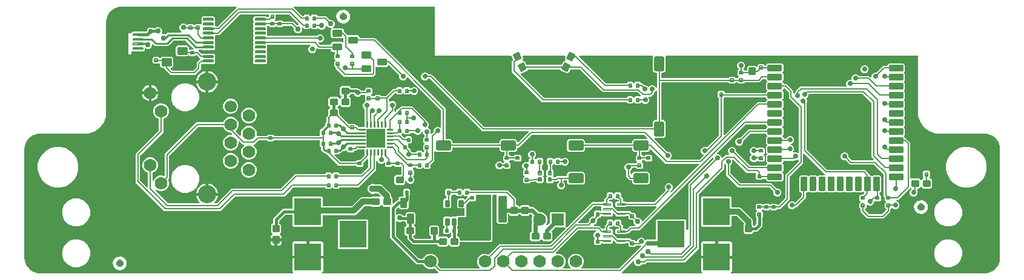
<source format=gbr>
G04 EAGLE Gerber RS-274X export*
G75*
%MOMM*%
%FSLAX34Y34*%
%LPD*%
%INTop Copper*%
%IPPOS*%
%AMOC8*
5,1,8,0,0,1.08239X$1,22.5*%
G01*
%ADD10C,0.192500*%
%ADD11C,0.350000*%
%ADD12C,0.241500*%
%ADD13C,0.420000*%
%ADD14C,0.320038*%
%ADD15C,0.490000*%
%ADD16C,0.500000*%
%ADD17C,0.315000*%
%ADD18C,1.016000*%
%ADD19C,0.200000*%
%ADD20C,0.700000*%
%ADD21C,0.950000*%
%ADD22C,0.091000*%
%ADD23C,1.778000*%
%ADD24C,1.700000*%
%ADD25C,2.540000*%
%ADD26R,3.810000X3.810000*%
%ADD27C,0.210000*%
%ADD28R,1.778000X1.778000*%
%ADD29C,0.140000*%
%ADD30C,0.402500*%
%ADD31C,0.124459*%
%ADD32C,0.406400*%
%ADD33C,0.711200*%
%ADD34C,0.203200*%
%ADD35C,0.756400*%
%ADD36C,0.279400*%
%ADD37C,0.609600*%
%ADD38C,0.228600*%
%ADD39C,0.956400*%
%ADD40C,0.812800*%

G36*
X581324Y3767D02*
X581324Y3767D01*
X581353Y3764D01*
X581464Y3787D01*
X581576Y3803D01*
X581603Y3815D01*
X581632Y3820D01*
X581732Y3872D01*
X581836Y3919D01*
X581858Y3938D01*
X581884Y3951D01*
X581966Y4029D01*
X582053Y4102D01*
X582069Y4127D01*
X582090Y4147D01*
X582147Y4245D01*
X582210Y4339D01*
X582219Y4367D01*
X582234Y4392D01*
X582262Y4502D01*
X582296Y4610D01*
X582297Y4640D01*
X582304Y4668D01*
X582300Y4781D01*
X582303Y4894D01*
X582296Y4923D01*
X582295Y4952D01*
X582260Y5060D01*
X582231Y5169D01*
X582216Y5195D01*
X582207Y5223D01*
X582162Y5286D01*
X582086Y5414D01*
X582041Y5457D01*
X582013Y5496D01*
X577291Y10218D01*
X577290Y10219D01*
X577289Y10220D01*
X577173Y10306D01*
X577064Y10388D01*
X577062Y10389D01*
X577061Y10390D01*
X576927Y10440D01*
X576798Y10490D01*
X576796Y10490D01*
X576795Y10490D01*
X576650Y10502D01*
X576515Y10513D01*
X576513Y10513D01*
X576512Y10513D01*
X576496Y10510D01*
X576236Y10457D01*
X576209Y10443D01*
X576184Y10438D01*
X573673Y9397D01*
X569327Y9397D01*
X565313Y11060D01*
X562240Y14133D01*
X561621Y15629D01*
X561620Y15630D01*
X561619Y15631D01*
X561549Y15750D01*
X561476Y15873D01*
X561475Y15874D01*
X561474Y15876D01*
X561373Y15970D01*
X561269Y16069D01*
X561268Y16069D01*
X561267Y16070D01*
X561141Y16135D01*
X561017Y16199D01*
X561015Y16199D01*
X561014Y16200D01*
X560999Y16202D01*
X560738Y16254D01*
X560707Y16251D01*
X560683Y16255D01*
X552036Y16255D01*
X514935Y53356D01*
X514935Y96092D01*
X514927Y96150D01*
X514929Y96208D01*
X514907Y96290D01*
X514895Y96374D01*
X514872Y96427D01*
X514857Y96483D01*
X514814Y96556D01*
X514779Y96633D01*
X514741Y96678D01*
X514712Y96728D01*
X514650Y96786D01*
X514596Y96850D01*
X514547Y96882D01*
X514504Y96922D01*
X514429Y96961D01*
X514359Y97008D01*
X514303Y97025D01*
X514251Y97052D01*
X514183Y97063D01*
X514088Y97093D01*
X513988Y97096D01*
X513920Y97107D01*
X505603Y97107D01*
X503638Y99073D01*
X503591Y99108D01*
X503551Y99150D01*
X503478Y99193D01*
X503411Y99243D01*
X503356Y99264D01*
X503306Y99294D01*
X503224Y99315D01*
X503145Y99345D01*
X503087Y99349D01*
X503030Y99364D01*
X502946Y99361D01*
X502862Y99368D01*
X502804Y99357D01*
X502746Y99355D01*
X502666Y99329D01*
X502583Y99312D01*
X502531Y99285D01*
X502475Y99267D01*
X502419Y99227D01*
X502331Y99181D01*
X502258Y99113D01*
X502202Y99073D01*
X500237Y97107D01*
X489603Y97107D01*
X488964Y97746D01*
X488895Y97798D01*
X488831Y97858D01*
X488781Y97884D01*
X488737Y97917D01*
X488656Y97948D01*
X488578Y97988D01*
X488530Y97996D01*
X488472Y98018D01*
X488324Y98030D01*
X488247Y98043D01*
X480086Y98043D01*
X479999Y98031D01*
X479912Y98028D01*
X479859Y98011D01*
X479804Y98003D01*
X479725Y97968D01*
X479641Y97941D01*
X479602Y97913D01*
X479545Y97887D01*
X479432Y97791D01*
X479368Y97746D01*
X467894Y86271D01*
X465653Y85343D01*
X422148Y85343D01*
X422090Y85335D01*
X422032Y85337D01*
X421950Y85315D01*
X421866Y85303D01*
X421813Y85280D01*
X421757Y85265D01*
X421684Y85222D01*
X421607Y85187D01*
X421562Y85149D01*
X421512Y85120D01*
X421454Y85058D01*
X421390Y85004D01*
X421358Y84955D01*
X421318Y84912D01*
X421279Y84837D01*
X421232Y84767D01*
X421215Y84711D01*
X421188Y84659D01*
X421177Y84591D01*
X421147Y84496D01*
X421144Y84396D01*
X421133Y84328D01*
X421133Y70278D01*
X419942Y69087D01*
X380158Y69087D01*
X378967Y70278D01*
X378967Y85090D01*
X378959Y85148D01*
X378961Y85206D01*
X378939Y85288D01*
X378927Y85372D01*
X378904Y85425D01*
X378889Y85481D01*
X378846Y85554D01*
X378811Y85631D01*
X378773Y85676D01*
X378744Y85726D01*
X378682Y85784D01*
X378628Y85848D01*
X378579Y85880D01*
X378536Y85920D01*
X378461Y85959D01*
X378391Y86006D01*
X378335Y86023D01*
X378283Y86050D01*
X378215Y86061D01*
X378120Y86091D01*
X378020Y86094D01*
X377952Y86105D01*
X369134Y86105D01*
X369048Y86093D01*
X368960Y86090D01*
X368908Y86073D01*
X368853Y86065D01*
X368773Y86030D01*
X368690Y86003D01*
X368650Y85975D01*
X368593Y85949D01*
X368480Y85853D01*
X368416Y85808D01*
X359962Y77354D01*
X359910Y77284D01*
X359850Y77220D01*
X359824Y77171D01*
X359791Y77126D01*
X359760Y77045D01*
X359720Y76967D01*
X359712Y76919D01*
X359690Y76861D01*
X359678Y76713D01*
X359665Y76636D01*
X359665Y74968D01*
X359673Y74910D01*
X359671Y74852D01*
X359693Y74770D01*
X359705Y74686D01*
X359728Y74633D01*
X359743Y74577D01*
X359786Y74504D01*
X359821Y74427D01*
X359859Y74382D01*
X359888Y74332D01*
X359950Y74274D01*
X360004Y74210D01*
X360053Y74178D01*
X360096Y74138D01*
X360171Y74099D01*
X360241Y74052D01*
X360297Y74035D01*
X360349Y74008D01*
X360364Y74006D01*
X362633Y71737D01*
X362633Y61103D01*
X360929Y59400D01*
X360900Y59361D01*
X360864Y59328D01*
X360815Y59248D01*
X360758Y59173D01*
X360741Y59127D01*
X360716Y59085D01*
X360691Y58995D01*
X360657Y58907D01*
X360653Y58858D01*
X360640Y58811D01*
X360641Y58717D01*
X360634Y58624D01*
X360643Y58576D01*
X360644Y58527D01*
X360671Y58437D01*
X360690Y58345D01*
X360712Y58302D01*
X360726Y58255D01*
X360777Y58176D01*
X360821Y58093D01*
X360854Y58057D01*
X360881Y58016D01*
X360938Y57969D01*
X361016Y57886D01*
X361091Y57843D01*
X361140Y57803D01*
X361485Y57603D01*
X362283Y56805D01*
X362848Y55826D01*
X363141Y54735D01*
X363141Y52451D01*
X356616Y52451D01*
X356558Y52443D01*
X356500Y52444D01*
X356418Y52423D01*
X356335Y52411D01*
X356281Y52387D01*
X356225Y52373D01*
X356152Y52330D01*
X356075Y52295D01*
X356031Y52257D01*
X355980Y52227D01*
X355923Y52166D01*
X355858Y52111D01*
X355826Y52063D01*
X355786Y52020D01*
X355747Y51945D01*
X355701Y51875D01*
X355683Y51819D01*
X355656Y51767D01*
X355645Y51699D01*
X355615Y51604D01*
X355612Y51504D01*
X355601Y51436D01*
X355601Y50419D01*
X355599Y50419D01*
X355599Y51436D01*
X355591Y51494D01*
X355592Y51552D01*
X355571Y51634D01*
X355559Y51717D01*
X355535Y51771D01*
X355521Y51827D01*
X355478Y51900D01*
X355443Y51977D01*
X355405Y52021D01*
X355375Y52072D01*
X355314Y52129D01*
X355259Y52194D01*
X355211Y52226D01*
X355168Y52266D01*
X355093Y52305D01*
X355023Y52351D01*
X354967Y52369D01*
X354915Y52396D01*
X354847Y52407D01*
X354752Y52437D01*
X354652Y52440D01*
X354584Y52451D01*
X348059Y52451D01*
X348059Y54735D01*
X348352Y55826D01*
X348917Y56805D01*
X349715Y57603D01*
X350060Y57803D01*
X350099Y57833D01*
X350142Y57855D01*
X350210Y57920D01*
X350284Y57978D01*
X350313Y58017D01*
X350348Y58051D01*
X350396Y58132D01*
X350451Y58208D01*
X350467Y58254D01*
X350492Y58296D01*
X350515Y58387D01*
X350547Y58476D01*
X350550Y58525D01*
X350562Y58572D01*
X350559Y58666D01*
X350565Y58759D01*
X350555Y58807D01*
X350553Y58856D01*
X350524Y58945D01*
X350504Y59037D01*
X350481Y59080D01*
X350466Y59126D01*
X350422Y59187D01*
X350368Y59287D01*
X350307Y59349D01*
X350271Y59400D01*
X348567Y61103D01*
X348567Y71737D01*
X350840Y74010D01*
X350855Y74016D01*
X350911Y74031D01*
X350984Y74074D01*
X351061Y74109D01*
X351106Y74147D01*
X351156Y74176D01*
X351214Y74238D01*
X351278Y74292D01*
X351310Y74341D01*
X351350Y74384D01*
X351389Y74459D01*
X351436Y74529D01*
X351453Y74585D01*
X351480Y74637D01*
X351491Y74705D01*
X351521Y74800D01*
X351524Y74900D01*
X351535Y74968D01*
X351535Y80424D01*
X365346Y94235D01*
X377952Y94235D01*
X378010Y94243D01*
X378068Y94241D01*
X378150Y94263D01*
X378234Y94275D01*
X378287Y94298D01*
X378343Y94313D01*
X378416Y94356D01*
X378493Y94391D01*
X378538Y94429D01*
X378588Y94458D01*
X378646Y94520D01*
X378710Y94574D01*
X378742Y94623D01*
X378782Y94666D01*
X378821Y94741D01*
X378868Y94811D01*
X378885Y94867D01*
X378912Y94919D01*
X378923Y94987D01*
X378953Y95082D01*
X378956Y95182D01*
X378967Y95250D01*
X378967Y110062D01*
X380158Y111253D01*
X419942Y111253D01*
X421133Y110062D01*
X421133Y98552D01*
X421141Y98494D01*
X421139Y98436D01*
X421161Y98354D01*
X421173Y98270D01*
X421196Y98217D01*
X421211Y98161D01*
X421254Y98088D01*
X421289Y98011D01*
X421327Y97966D01*
X421356Y97916D01*
X421418Y97858D01*
X421472Y97794D01*
X421521Y97762D01*
X421564Y97722D01*
X421639Y97683D01*
X421709Y97636D01*
X421765Y97619D01*
X421817Y97592D01*
X421885Y97581D01*
X421980Y97551D01*
X422080Y97548D01*
X422148Y97537D01*
X461494Y97537D01*
X461581Y97549D01*
X461668Y97552D01*
X461721Y97569D01*
X461776Y97577D01*
X461855Y97612D01*
X461939Y97639D01*
X461978Y97667D01*
X462035Y97693D01*
X462148Y97789D01*
X462212Y97834D01*
X473686Y109309D01*
X475927Y110237D01*
X488247Y110237D01*
X488333Y110249D01*
X488421Y110252D01*
X488473Y110269D01*
X488528Y110277D01*
X488608Y110312D01*
X488691Y110339D01*
X488730Y110367D01*
X488788Y110393D01*
X488901Y110489D01*
X488964Y110534D01*
X489603Y111173D01*
X500434Y111173D01*
X500463Y111177D01*
X500492Y111174D01*
X500603Y111197D01*
X500716Y111213D01*
X500742Y111225D01*
X500771Y111230D01*
X500872Y111283D01*
X500975Y111329D01*
X500997Y111348D01*
X501024Y111361D01*
X501106Y111439D01*
X501192Y111512D01*
X501208Y111537D01*
X501230Y111557D01*
X501287Y111655D01*
X501350Y111749D01*
X501359Y111777D01*
X501373Y111802D01*
X501401Y111912D01*
X501435Y112020D01*
X501436Y112050D01*
X501443Y112078D01*
X501440Y112191D01*
X501443Y112304D01*
X501435Y112333D01*
X501434Y112362D01*
X501400Y112470D01*
X501371Y112579D01*
X501356Y112605D01*
X501347Y112633D01*
X501301Y112696D01*
X501226Y112824D01*
X501180Y112867D01*
X501152Y112906D01*
X498576Y115482D01*
X498506Y115534D01*
X498442Y115594D01*
X498393Y115620D01*
X498349Y115653D01*
X498267Y115684D01*
X498189Y115724D01*
X498142Y115732D01*
X498083Y115754D01*
X497935Y115766D01*
X497858Y115779D01*
X493895Y115779D01*
X493865Y115775D01*
X493834Y115777D01*
X493757Y115760D01*
X493614Y115739D01*
X493555Y115713D01*
X493507Y115702D01*
X491960Y115061D01*
X489249Y115061D01*
X486744Y116099D01*
X484827Y118016D01*
X483790Y120520D01*
X483790Y123232D01*
X484827Y125736D01*
X486744Y127653D01*
X489249Y128691D01*
X491960Y128691D01*
X493507Y128050D01*
X493537Y128042D01*
X493564Y128028D01*
X493642Y128015D01*
X493782Y127979D01*
X493847Y127981D01*
X493895Y127973D01*
X502017Y127973D01*
X504258Y127045D01*
X516089Y115214D01*
X517017Y112973D01*
X517017Y110813D01*
X517029Y110727D01*
X517032Y110639D01*
X517049Y110587D01*
X517057Y110532D01*
X517092Y110452D01*
X517119Y110369D01*
X517147Y110329D01*
X517173Y110272D01*
X517269Y110159D01*
X517314Y110095D01*
X518453Y108957D01*
X518453Y102472D01*
X518457Y102443D01*
X518454Y102414D01*
X518477Y102303D01*
X518493Y102191D01*
X518505Y102164D01*
X518510Y102135D01*
X518563Y102034D01*
X518609Y101931D01*
X518628Y101909D01*
X518641Y101883D01*
X518719Y101801D01*
X518792Y101714D01*
X518817Y101698D01*
X518837Y101677D01*
X518935Y101620D01*
X519029Y101557D01*
X519057Y101548D01*
X519082Y101533D01*
X519192Y101505D01*
X519300Y101471D01*
X519330Y101470D01*
X519358Y101463D01*
X519471Y101466D01*
X519584Y101464D01*
X519613Y101471D01*
X519642Y101472D01*
X519750Y101507D01*
X519859Y101535D01*
X519885Y101550D01*
X519913Y101559D01*
X519976Y101605D01*
X520104Y101681D01*
X520147Y101726D01*
X520186Y101754D01*
X522258Y103826D01*
X524936Y106505D01*
X526012Y106505D01*
X526070Y106513D01*
X526128Y106511D01*
X526210Y106533D01*
X526294Y106545D01*
X526347Y106568D01*
X526403Y106583D01*
X526476Y106626D01*
X526553Y106661D01*
X526598Y106699D01*
X526648Y106728D01*
X526706Y106790D01*
X526770Y106844D01*
X526802Y106893D01*
X526842Y106936D01*
X526881Y107011D01*
X526928Y107081D01*
X526945Y107137D01*
X526972Y107189D01*
X526983Y107257D01*
X527013Y107352D01*
X527016Y107452D01*
X527027Y107520D01*
X527027Y109257D01*
X529243Y111473D01*
X533165Y111473D01*
X533194Y111477D01*
X533224Y111474D01*
X533335Y111497D01*
X533447Y111513D01*
X533474Y111525D01*
X533502Y111530D01*
X533603Y111583D01*
X533706Y111629D01*
X533729Y111648D01*
X533755Y111661D01*
X533837Y111739D01*
X533923Y111812D01*
X533940Y111837D01*
X533961Y111857D01*
X534018Y111955D01*
X534081Y112049D01*
X534090Y112077D01*
X534105Y112102D01*
X534132Y112212D01*
X534167Y112320D01*
X534167Y112350D01*
X534175Y112378D01*
X534171Y112491D01*
X534174Y112604D01*
X534167Y112633D01*
X534166Y112662D01*
X534131Y112770D01*
X534102Y112879D01*
X534087Y112905D01*
X534078Y112933D01*
X534032Y112997D01*
X533957Y113124D01*
X533911Y113167D01*
X533883Y113206D01*
X533527Y113562D01*
X533527Y120118D01*
X535282Y121873D01*
X541338Y121873D01*
X543093Y120118D01*
X543093Y113562D01*
X542672Y113141D01*
X542620Y113071D01*
X542560Y113008D01*
X542534Y112958D01*
X542501Y112914D01*
X542470Y112832D01*
X542430Y112754D01*
X542422Y112707D01*
X542400Y112648D01*
X542394Y112580D01*
X542389Y112562D01*
X542387Y112497D01*
X542375Y112423D01*
X542375Y105006D01*
X541390Y104022D01*
X541338Y103952D01*
X541278Y103888D01*
X541252Y103839D01*
X541219Y103794D01*
X541188Y103713D01*
X541148Y103635D01*
X541140Y103587D01*
X541118Y103529D01*
X541110Y103436D01*
X541107Y103425D01*
X541106Y103380D01*
X541093Y103304D01*
X541093Y95623D01*
X538877Y93407D01*
X529243Y93407D01*
X527007Y95643D01*
X526961Y95678D01*
X526920Y95721D01*
X526847Y95763D01*
X526780Y95814D01*
X526725Y95835D01*
X526675Y95864D01*
X526593Y95885D01*
X526514Y95915D01*
X526456Y95920D01*
X526400Y95934D01*
X526315Y95932D01*
X526231Y95939D01*
X526174Y95927D01*
X526115Y95925D01*
X526035Y95900D01*
X525952Y95883D01*
X525901Y95856D01*
X525845Y95838D01*
X525789Y95798D01*
X525700Y95752D01*
X525628Y95683D01*
X525572Y95643D01*
X523362Y93434D01*
X523310Y93364D01*
X523250Y93300D01*
X523224Y93251D01*
X523191Y93206D01*
X523160Y93125D01*
X523120Y93047D01*
X523112Y92999D01*
X523090Y92941D01*
X523078Y92793D01*
X523065Y92716D01*
X523065Y86699D01*
X523069Y86670D01*
X523066Y86641D01*
X523089Y86530D01*
X523105Y86418D01*
X523117Y86391D01*
X523122Y86362D01*
X523175Y86261D01*
X523221Y86158D01*
X523240Y86136D01*
X523253Y86110D01*
X523331Y86028D01*
X523404Y85941D01*
X523429Y85925D01*
X523449Y85904D01*
X523547Y85846D01*
X523641Y85784D01*
X523669Y85775D01*
X523694Y85760D01*
X523804Y85732D01*
X523912Y85698D01*
X523941Y85697D01*
X523970Y85690D01*
X524083Y85693D01*
X524196Y85690D01*
X524225Y85698D01*
X524254Y85699D01*
X524362Y85734D01*
X524471Y85762D01*
X524497Y85777D01*
X524525Y85786D01*
X524588Y85832D01*
X524716Y85908D01*
X524759Y85953D01*
X524798Y85981D01*
X525026Y86209D01*
X527163Y87095D01*
X529477Y87095D01*
X531614Y86209D01*
X533021Y84802D01*
X533091Y84750D01*
X533155Y84690D01*
X533204Y84664D01*
X533248Y84631D01*
X533330Y84600D01*
X533408Y84560D01*
X533455Y84552D01*
X533514Y84530D01*
X533662Y84518D01*
X533739Y84505D01*
X535512Y84505D01*
X535570Y84513D01*
X535628Y84511D01*
X535710Y84533D01*
X535794Y84545D01*
X535847Y84568D01*
X535903Y84583D01*
X535976Y84626D01*
X536053Y84661D01*
X536098Y84699D01*
X536148Y84728D01*
X536206Y84790D01*
X536270Y84844D01*
X536302Y84893D01*
X536342Y84936D01*
X536381Y85011D01*
X536428Y85081D01*
X536445Y85137D01*
X536472Y85189D01*
X536483Y85257D01*
X536513Y85352D01*
X536516Y85452D01*
X536527Y85520D01*
X536527Y87257D01*
X538743Y89473D01*
X548377Y89473D01*
X550593Y87257D01*
X550593Y73623D01*
X548717Y71748D01*
X548682Y71701D01*
X548640Y71661D01*
X548597Y71588D01*
X548547Y71521D01*
X548526Y71466D01*
X548496Y71416D01*
X548475Y71334D01*
X548445Y71255D01*
X548441Y71197D01*
X548426Y71140D01*
X548429Y71056D01*
X548422Y70972D01*
X548433Y70914D01*
X548435Y70856D01*
X548461Y70776D01*
X548478Y70693D01*
X548505Y70641D01*
X548523Y70585D01*
X548563Y70529D01*
X548609Y70441D01*
X548677Y70368D01*
X548717Y70312D01*
X550713Y68317D01*
X550713Y58683D01*
X548497Y56467D01*
X548260Y56467D01*
X548202Y56459D01*
X548144Y56461D01*
X548062Y56439D01*
X547978Y56427D01*
X547925Y56404D01*
X547869Y56389D01*
X547796Y56346D01*
X547719Y56311D01*
X547674Y56273D01*
X547624Y56244D01*
X547566Y56182D01*
X547502Y56128D01*
X547472Y56082D01*
X547465Y56075D01*
X547462Y56071D01*
X547430Y56036D01*
X547391Y55961D01*
X547344Y55891D01*
X547330Y55846D01*
X547321Y55830D01*
X547318Y55817D01*
X547300Y55783D01*
X547289Y55715D01*
X547259Y55620D01*
X547258Y55582D01*
X547251Y55554D01*
X547253Y55498D01*
X547245Y55452D01*
X547245Y55444D01*
X547253Y55388D01*
X547251Y55336D01*
X547259Y55308D01*
X547260Y55270D01*
X547277Y55218D01*
X547285Y55163D01*
X547313Y55098D01*
X547323Y55061D01*
X547333Y55045D01*
X547347Y55000D01*
X547375Y54960D01*
X547401Y54903D01*
X547454Y54840D01*
X547468Y54816D01*
X547497Y54789D01*
X547542Y54726D01*
X549646Y52622D01*
X549716Y52570D01*
X549780Y52510D01*
X549829Y52484D01*
X549874Y52451D01*
X549955Y52420D01*
X550033Y52380D01*
X550081Y52372D01*
X550139Y52350D01*
X550287Y52338D01*
X550364Y52325D01*
X571500Y52325D01*
X571558Y52333D01*
X571616Y52331D01*
X571698Y52353D01*
X571782Y52365D01*
X571835Y52388D01*
X571891Y52403D01*
X571964Y52446D01*
X572041Y52481D01*
X572086Y52519D01*
X572136Y52548D01*
X572194Y52610D01*
X572258Y52664D01*
X572290Y52713D01*
X572330Y52756D01*
X572369Y52831D01*
X572416Y52901D01*
X572433Y52957D01*
X572460Y53009D01*
X572471Y53077D01*
X572501Y53172D01*
X572504Y53272D01*
X572515Y53340D01*
X572515Y54572D01*
X572508Y54623D01*
X572509Y54642D01*
X572507Y54646D01*
X572509Y54688D01*
X572487Y54770D01*
X572475Y54854D01*
X572452Y54907D01*
X572437Y54963D01*
X572394Y55036D01*
X572359Y55113D01*
X572321Y55158D01*
X572292Y55208D01*
X572230Y55266D01*
X572176Y55330D01*
X572127Y55362D01*
X572084Y55402D01*
X572009Y55441D01*
X571939Y55488D01*
X571883Y55505D01*
X571831Y55532D01*
X571816Y55534D01*
X569547Y57803D01*
X569547Y68437D01*
X571763Y70653D01*
X581397Y70653D01*
X583613Y68437D01*
X583613Y57803D01*
X582835Y57026D01*
X582818Y57002D01*
X582795Y56983D01*
X582733Y56889D01*
X582665Y56799D01*
X582654Y56771D01*
X582638Y56747D01*
X582604Y56639D01*
X582563Y56533D01*
X582561Y56504D01*
X582552Y56476D01*
X582549Y56362D01*
X582540Y56250D01*
X582546Y56221D01*
X582545Y56192D01*
X582573Y56082D01*
X582596Y55971D01*
X582609Y55945D01*
X582617Y55917D01*
X582674Y55819D01*
X582727Y55719D01*
X582747Y55697D01*
X582762Y55672D01*
X582844Y55595D01*
X582922Y55513D01*
X582948Y55498D01*
X582969Y55478D01*
X583070Y55426D01*
X583168Y55369D01*
X583196Y55362D01*
X583222Y55348D01*
X583300Y55335D01*
X583443Y55299D01*
X583506Y55301D01*
X583553Y55293D01*
X594217Y55293D01*
X596182Y53327D01*
X596229Y53292D01*
X596269Y53250D01*
X596342Y53207D01*
X596409Y53157D01*
X596464Y53136D01*
X596514Y53106D01*
X596596Y53085D01*
X596675Y53055D01*
X596733Y53051D01*
X596790Y53036D01*
X596874Y53039D01*
X596958Y53032D01*
X597016Y53043D01*
X597074Y53045D01*
X597154Y53071D01*
X597237Y53088D01*
X597289Y53115D01*
X597345Y53133D01*
X597401Y53173D01*
X597489Y53219D01*
X597562Y53287D01*
X597618Y53327D01*
X599583Y55293D01*
X599820Y55293D01*
X599878Y55301D01*
X599936Y55299D01*
X600018Y55321D01*
X600102Y55333D01*
X600155Y55356D01*
X600211Y55371D01*
X600284Y55414D01*
X600361Y55449D01*
X600406Y55487D01*
X600456Y55516D01*
X600514Y55578D01*
X600578Y55632D01*
X600610Y55681D01*
X600650Y55724D01*
X600689Y55799D01*
X600736Y55869D01*
X600753Y55925D01*
X600780Y55977D01*
X600791Y56045D01*
X600821Y56140D01*
X600824Y56240D01*
X600835Y56308D01*
X600835Y58873D01*
X600823Y58960D01*
X600820Y59047D01*
X600803Y59100D01*
X600795Y59155D01*
X600760Y59235D01*
X600733Y59318D01*
X600705Y59357D01*
X600679Y59414D01*
X600583Y59527D01*
X600538Y59591D01*
X600158Y59971D01*
X600111Y60006D01*
X600071Y60049D01*
X599998Y60091D01*
X599931Y60142D01*
X599876Y60163D01*
X599826Y60192D01*
X599744Y60213D01*
X599665Y60243D01*
X599607Y60248D01*
X599550Y60263D01*
X599466Y60260D01*
X599382Y60267D01*
X599324Y60255D01*
X599266Y60254D01*
X599186Y60228D01*
X599103Y60211D01*
X599051Y60184D01*
X598995Y60166D01*
X598939Y60126D01*
X598851Y60080D01*
X598778Y60011D01*
X598722Y59971D01*
X597218Y58467D01*
X591162Y58467D01*
X589407Y60222D01*
X589407Y66778D01*
X590748Y68119D01*
X590783Y68166D01*
X590826Y68206D01*
X590868Y68279D01*
X590919Y68346D01*
X590940Y68401D01*
X590969Y68451D01*
X590990Y68533D01*
X591020Y68612D01*
X591025Y68670D01*
X591039Y68727D01*
X591037Y68811D01*
X591044Y68895D01*
X591032Y68952D01*
X591030Y69011D01*
X591004Y69091D01*
X590988Y69174D01*
X590961Y69226D01*
X590943Y69281D01*
X590903Y69338D01*
X590857Y69426D01*
X590788Y69498D01*
X590748Y69555D01*
X589537Y70765D01*
X589537Y81035D01*
X591435Y82933D01*
X598605Y82933D01*
X599052Y82485D01*
X599099Y82450D01*
X599139Y82408D01*
X599212Y82365D01*
X599279Y82314D01*
X599334Y82294D01*
X599384Y82264D01*
X599466Y82243D01*
X599545Y82213D01*
X599603Y82208D01*
X599660Y82194D01*
X599744Y82197D01*
X599828Y82190D01*
X599886Y82201D01*
X599944Y82203D01*
X600024Y82229D01*
X600107Y82245D01*
X600159Y82272D01*
X600215Y82290D01*
X600271Y82330D01*
X600359Y82376D01*
X600432Y82445D01*
X600488Y82485D01*
X600935Y82933D01*
X606521Y82933D01*
X606607Y82945D01*
X606695Y82948D01*
X606747Y82965D01*
X606802Y82973D01*
X606882Y83008D01*
X606965Y83035D01*
X607005Y83063D01*
X607062Y83089D01*
X607175Y83185D01*
X607239Y83230D01*
X608337Y84329D01*
X618236Y84329D01*
X618294Y84337D01*
X618352Y84335D01*
X618434Y84357D01*
X618518Y84369D01*
X618571Y84392D01*
X618627Y84407D01*
X618700Y84450D01*
X618777Y84485D01*
X618822Y84523D01*
X618872Y84552D01*
X618930Y84614D01*
X618994Y84668D01*
X619026Y84717D01*
X619066Y84760D01*
X619105Y84835D01*
X619152Y84905D01*
X619169Y84961D01*
X619196Y85013D01*
X619207Y85081D01*
X619237Y85176D01*
X619240Y85276D01*
X619251Y85344D01*
X619251Y94063D01*
X619247Y94092D01*
X619250Y94121D01*
X619227Y94232D01*
X619211Y94344D01*
X619199Y94371D01*
X619194Y94400D01*
X619141Y94501D01*
X619095Y94604D01*
X619076Y94626D01*
X619063Y94652D01*
X618985Y94734D01*
X618912Y94821D01*
X618887Y94837D01*
X618867Y94858D01*
X618769Y94915D01*
X618675Y94978D01*
X618647Y94987D01*
X618622Y95002D01*
X618512Y95030D01*
X618404Y95064D01*
X618375Y95065D01*
X618346Y95072D01*
X618233Y95069D01*
X618120Y95071D01*
X618091Y95064D01*
X618062Y95063D01*
X617954Y95028D01*
X617845Y95000D01*
X617819Y94985D01*
X617791Y94976D01*
X617728Y94930D01*
X617622Y94867D01*
X610435Y94867D01*
X608537Y96765D01*
X608537Y107035D01*
X610435Y108933D01*
X617605Y108933D01*
X618995Y107542D01*
X619042Y107507D01*
X619082Y107465D01*
X619155Y107422D01*
X619222Y107371D01*
X619277Y107351D01*
X619327Y107321D01*
X619409Y107300D01*
X619488Y107270D01*
X619546Y107265D01*
X619603Y107251D01*
X619687Y107254D01*
X619771Y107247D01*
X619828Y107258D01*
X619887Y107260D01*
X619967Y107286D01*
X620050Y107303D01*
X620102Y107330D01*
X620157Y107347D01*
X620214Y107387D01*
X620302Y107434D01*
X620375Y107502D01*
X620431Y107542D01*
X622963Y110074D01*
X622980Y110098D01*
X623003Y110117D01*
X623066Y110211D01*
X623133Y110301D01*
X623144Y110329D01*
X623160Y110353D01*
X623194Y110461D01*
X623235Y110567D01*
X623237Y110596D01*
X623246Y110624D01*
X623249Y110738D01*
X623258Y110850D01*
X623253Y110879D01*
X623253Y110908D01*
X623225Y111018D01*
X623202Y111129D01*
X623189Y111155D01*
X623181Y111183D01*
X623124Y111281D01*
X623071Y111381D01*
X623051Y111403D01*
X623036Y111428D01*
X622954Y111505D01*
X622876Y111587D01*
X622850Y111602D01*
X622829Y111622D01*
X622728Y111674D01*
X622630Y111731D01*
X622602Y111738D01*
X622576Y111752D01*
X622498Y111765D01*
X622355Y111801D01*
X622292Y111799D01*
X622245Y111807D01*
X619442Y111807D01*
X617938Y113311D01*
X617891Y113346D01*
X617851Y113389D01*
X617778Y113431D01*
X617711Y113482D01*
X617656Y113503D01*
X617606Y113532D01*
X617524Y113553D01*
X617445Y113583D01*
X617387Y113588D01*
X617330Y113603D01*
X617246Y113600D01*
X617162Y113607D01*
X617104Y113595D01*
X617046Y113594D01*
X616966Y113568D01*
X616883Y113551D01*
X616831Y113524D01*
X616775Y113506D01*
X616719Y113466D01*
X616631Y113420D01*
X616558Y113351D01*
X616502Y113311D01*
X614998Y111807D01*
X608942Y111807D01*
X607255Y113494D01*
X607185Y113546D01*
X607122Y113606D01*
X607072Y113632D01*
X607028Y113665D01*
X606946Y113696D01*
X606868Y113736D01*
X606821Y113744D01*
X606762Y113766D01*
X606615Y113778D01*
X606537Y113791D01*
X602503Y113791D01*
X602416Y113779D01*
X602329Y113776D01*
X602276Y113759D01*
X602221Y113751D01*
X602141Y113716D01*
X602058Y113689D01*
X602019Y113661D01*
X601962Y113635D01*
X601848Y113539D01*
X601785Y113494D01*
X600416Y112125D01*
X600364Y112055D01*
X600304Y111992D01*
X600278Y111942D01*
X600245Y111898D01*
X600214Y111816D01*
X600174Y111738D01*
X600166Y111691D01*
X600144Y111632D01*
X600138Y111565D01*
X600133Y111547D01*
X600131Y111480D01*
X600119Y111407D01*
X600119Y107839D01*
X600131Y107753D01*
X600134Y107665D01*
X600151Y107613D01*
X600159Y107558D01*
X600194Y107478D01*
X600221Y107395D01*
X600249Y107355D01*
X600275Y107298D01*
X600371Y107185D01*
X600416Y107121D01*
X600503Y107035D01*
X600503Y96765D01*
X598605Y94867D01*
X591435Y94867D01*
X589537Y96765D01*
X589537Y107035D01*
X591435Y108933D01*
X593006Y108933D01*
X593064Y108941D01*
X593122Y108939D01*
X593204Y108961D01*
X593288Y108973D01*
X593341Y108996D01*
X593397Y109011D01*
X593470Y109054D01*
X593547Y109089D01*
X593592Y109127D01*
X593642Y109156D01*
X593700Y109218D01*
X593764Y109272D01*
X593796Y109321D01*
X593836Y109364D01*
X593875Y109439D01*
X593922Y109509D01*
X593939Y109565D01*
X593966Y109617D01*
X593977Y109685D01*
X594007Y109780D01*
X594010Y109880D01*
X594021Y109948D01*
X594021Y111407D01*
X594014Y111461D01*
X594015Y111496D01*
X594008Y111520D01*
X594006Y111581D01*
X593989Y111634D01*
X593981Y111689D01*
X593946Y111769D01*
X593919Y111852D01*
X593891Y111891D01*
X593865Y111948D01*
X593769Y112061D01*
X593724Y112125D01*
X592287Y113562D01*
X592287Y120118D01*
X594042Y121873D01*
X600098Y121873D01*
X601785Y120186D01*
X601855Y120134D01*
X601918Y120074D01*
X601968Y120048D01*
X602012Y120015D01*
X602094Y119984D01*
X602172Y119944D01*
X602219Y119936D01*
X602278Y119914D01*
X602425Y119902D01*
X602503Y119889D01*
X606537Y119889D01*
X606624Y119901D01*
X606711Y119904D01*
X606764Y119921D01*
X606819Y119929D01*
X606899Y119964D01*
X606982Y119991D01*
X607021Y120019D01*
X607078Y120045D01*
X607191Y120141D01*
X607255Y120186D01*
X608942Y121873D01*
X614998Y121873D01*
X616502Y120369D01*
X616549Y120334D01*
X616589Y120291D01*
X616662Y120249D01*
X616729Y120198D01*
X616784Y120177D01*
X616834Y120148D01*
X616916Y120127D01*
X616995Y120097D01*
X617053Y120092D01*
X617110Y120077D01*
X617194Y120080D01*
X617278Y120073D01*
X617336Y120085D01*
X617394Y120086D01*
X617474Y120112D01*
X617557Y120129D01*
X617609Y120156D01*
X617665Y120174D01*
X617721Y120214D01*
X617809Y120260D01*
X617882Y120329D01*
X617938Y120369D01*
X619442Y121873D01*
X625498Y121873D01*
X627185Y120186D01*
X627255Y120134D01*
X627318Y120074D01*
X627368Y120048D01*
X627412Y120015D01*
X627494Y119984D01*
X627572Y119944D01*
X627619Y119936D01*
X627678Y119914D01*
X627825Y119902D01*
X627903Y119889D01*
X679823Y119889D01*
X691389Y108323D01*
X691389Y100368D01*
X691397Y100310D01*
X691395Y100252D01*
X691417Y100170D01*
X691429Y100086D01*
X691452Y100033D01*
X691467Y99977D01*
X691510Y99904D01*
X691545Y99827D01*
X691583Y99782D01*
X691612Y99732D01*
X691674Y99674D01*
X691728Y99610D01*
X691777Y99578D01*
X691820Y99538D01*
X691895Y99499D01*
X691965Y99452D01*
X692021Y99435D01*
X692073Y99408D01*
X692141Y99397D01*
X692236Y99367D01*
X692336Y99364D01*
X692404Y99353D01*
X693157Y99353D01*
X695242Y97267D01*
X695289Y97232D01*
X695329Y97190D01*
X695402Y97147D01*
X695469Y97097D01*
X695524Y97076D01*
X695574Y97046D01*
X695656Y97025D01*
X695735Y96995D01*
X695793Y96991D01*
X695850Y96976D01*
X695934Y96979D01*
X696018Y96972D01*
X696076Y96983D01*
X696134Y96985D01*
X696214Y97011D01*
X696297Y97028D01*
X696349Y97055D01*
X696405Y97073D01*
X696461Y97113D01*
X696549Y97159D01*
X696622Y97227D01*
X696678Y97267D01*
X698763Y99353D01*
X708397Y99353D01*
X710552Y97198D01*
X710621Y97146D01*
X710685Y97086D01*
X710735Y97060D01*
X710779Y97027D01*
X710860Y96996D01*
X710938Y96956D01*
X710986Y96948D01*
X711044Y96926D01*
X711192Y96914D01*
X711269Y96901D01*
X714751Y96901D01*
X716618Y96127D01*
X718190Y94555D01*
X722785Y89960D01*
X722855Y89908D01*
X722919Y89848D01*
X722968Y89822D01*
X723012Y89789D01*
X723094Y89758D01*
X723172Y89718D01*
X723220Y89710D01*
X723278Y89688D01*
X723426Y89676D01*
X723503Y89663D01*
X726073Y89663D01*
X730087Y88000D01*
X733160Y84927D01*
X734823Y80913D01*
X734823Y76567D01*
X733156Y72544D01*
X733135Y72460D01*
X733104Y72380D01*
X733099Y72323D01*
X733085Y72268D01*
X733088Y72182D01*
X733080Y72097D01*
X733092Y72041D01*
X733093Y71984D01*
X733119Y71902D01*
X733136Y71818D01*
X733163Y71767D01*
X733180Y71713D01*
X733228Y71642D01*
X733267Y71566D01*
X733307Y71524D01*
X733338Y71477D01*
X733404Y71422D01*
X733463Y71360D01*
X733512Y71331D01*
X733556Y71294D01*
X733634Y71259D01*
X733708Y71216D01*
X733763Y71202D01*
X733816Y71179D01*
X733901Y71167D01*
X733984Y71146D01*
X734041Y71148D01*
X734097Y71140D01*
X734182Y71152D01*
X734268Y71155D01*
X734322Y71172D01*
X734378Y71180D01*
X734457Y71216D01*
X734539Y71242D01*
X734579Y71271D01*
X734638Y71298D01*
X734748Y71392D01*
X734812Y71437D01*
X738080Y74705D01*
X738132Y74775D01*
X738192Y74839D01*
X738218Y74888D01*
X738251Y74932D01*
X738282Y75014D01*
X738322Y75092D01*
X738330Y75140D01*
X738352Y75198D01*
X738364Y75346D01*
X738377Y75423D01*
X738377Y88472D01*
X739568Y89663D01*
X759032Y89663D01*
X760223Y88472D01*
X760223Y68739D01*
X760227Y68710D01*
X760224Y68681D01*
X760247Y68570D01*
X760263Y68458D01*
X760275Y68431D01*
X760280Y68402D01*
X760332Y68302D01*
X760379Y68198D01*
X760398Y68176D01*
X760411Y68150D01*
X760489Y68068D01*
X760562Y67981D01*
X760587Y67965D01*
X760607Y67944D01*
X760705Y67887D01*
X760799Y67824D01*
X760827Y67815D01*
X760852Y67800D01*
X760962Y67772D01*
X761070Y67738D01*
X761100Y67737D01*
X761128Y67730D01*
X761241Y67734D01*
X761354Y67731D01*
X761383Y67738D01*
X761412Y67739D01*
X761520Y67774D01*
X761629Y67803D01*
X761655Y67818D01*
X761683Y67827D01*
X761746Y67872D01*
X761874Y67948D01*
X761917Y67993D01*
X761956Y68021D01*
X797463Y103529D01*
X810759Y103529D01*
X810846Y103541D01*
X810933Y103544D01*
X810986Y103561D01*
X811040Y103569D01*
X811120Y103604D01*
X811204Y103631D01*
X811243Y103659D01*
X811300Y103685D01*
X811413Y103781D01*
X811477Y103826D01*
X811941Y104291D01*
X813816Y104291D01*
X813874Y104299D01*
X813932Y104297D01*
X814014Y104319D01*
X814098Y104331D01*
X814151Y104354D01*
X814207Y104369D01*
X814280Y104412D01*
X814357Y104447D01*
X814402Y104485D01*
X814452Y104514D01*
X814510Y104576D01*
X814574Y104630D01*
X814606Y104679D01*
X814646Y104722D01*
X814685Y104797D01*
X814732Y104867D01*
X814749Y104923D01*
X814776Y104975D01*
X814787Y105043D01*
X814817Y105138D01*
X814820Y105238D01*
X814831Y105306D01*
X814831Y108113D01*
X816914Y110196D01*
X816915Y110196D01*
X817710Y110991D01*
X817762Y111061D01*
X817822Y111125D01*
X817848Y111174D01*
X817881Y111219D01*
X817912Y111300D01*
X817952Y111378D01*
X817960Y111426D01*
X817982Y111484D01*
X817994Y111632D01*
X818007Y111709D01*
X818007Y115038D01*
X819762Y116793D01*
X825818Y116793D01*
X827322Y115289D01*
X827369Y115254D01*
X827409Y115211D01*
X827482Y115169D01*
X827549Y115118D01*
X827604Y115097D01*
X827654Y115068D01*
X827736Y115047D01*
X827815Y115017D01*
X827873Y115012D01*
X827930Y114997D01*
X828014Y115000D01*
X828098Y114993D01*
X828156Y115005D01*
X828214Y115006D01*
X828294Y115032D01*
X828377Y115049D01*
X828429Y115076D01*
X828485Y115094D01*
X828541Y115134D01*
X828629Y115180D01*
X828702Y115249D01*
X828758Y115289D01*
X830262Y116793D01*
X836318Y116793D01*
X838073Y115038D01*
X838073Y111709D01*
X838085Y111623D01*
X838088Y111535D01*
X838105Y111483D01*
X838113Y111428D01*
X838148Y111348D01*
X838175Y111265D01*
X838203Y111225D01*
X838229Y111168D01*
X838325Y111055D01*
X838370Y110991D01*
X838784Y110577D01*
X838785Y110577D01*
X840868Y108494D01*
X840868Y105306D01*
X840876Y105248D01*
X840874Y105190D01*
X840896Y105108D01*
X840908Y105024D01*
X840931Y104971D01*
X840946Y104915D01*
X840989Y104842D01*
X841024Y104765D01*
X841062Y104720D01*
X841091Y104670D01*
X841153Y104612D01*
X841207Y104548D01*
X841256Y104516D01*
X841299Y104476D01*
X841374Y104437D01*
X841444Y104390D01*
X841500Y104373D01*
X841552Y104346D01*
X841620Y104335D01*
X841715Y104305D01*
X841815Y104302D01*
X841883Y104291D01*
X844139Y104291D01*
X844603Y103826D01*
X844673Y103774D01*
X844737Y103714D01*
X844786Y103688D01*
X844830Y103655D01*
X844912Y103624D01*
X844990Y103584D01*
X845038Y103576D01*
X845096Y103554D01*
X845244Y103542D01*
X845321Y103529D01*
X883657Y103529D01*
X883743Y103541D01*
X883831Y103544D01*
X883883Y103561D01*
X883938Y103569D01*
X884018Y103604D01*
X884101Y103631D01*
X884140Y103659D01*
X884198Y103685D01*
X884311Y103781D01*
X884375Y103826D01*
X900207Y119658D01*
X900242Y119705D01*
X900284Y119745D01*
X900327Y119818D01*
X900378Y119885D01*
X900398Y119940D01*
X900428Y119991D01*
X900449Y120072D01*
X900479Y120151D01*
X900484Y120209D01*
X900498Y120266D01*
X900495Y120351D01*
X900502Y120434D01*
X900491Y120492D01*
X900489Y120550D01*
X900463Y120631D01*
X900447Y120713D01*
X900420Y120765D01*
X900402Y120821D01*
X900361Y120877D01*
X900316Y120965D01*
X900247Y121038D01*
X900207Y121094D01*
X900007Y121294D01*
X899156Y123348D01*
X899156Y125572D01*
X900007Y127626D01*
X901579Y129198D01*
X903633Y130049D01*
X905856Y130049D01*
X907910Y129198D01*
X909482Y127626D01*
X910333Y125572D01*
X910333Y123348D01*
X909482Y121294D01*
X907909Y119721D01*
X907792Y119651D01*
X907671Y119580D01*
X907670Y119579D01*
X907668Y119578D01*
X907570Y119474D01*
X907475Y119373D01*
X907475Y119372D01*
X907474Y119371D01*
X907410Y119247D01*
X907345Y119120D01*
X907345Y119119D01*
X907344Y119117D01*
X907342Y119103D01*
X907290Y118842D01*
X907293Y118811D01*
X907289Y118786D01*
X907289Y118364D01*
X907293Y118335D01*
X907290Y118306D01*
X907313Y118195D01*
X907329Y118082D01*
X907341Y118056D01*
X907346Y118027D01*
X907398Y117926D01*
X907445Y117823D01*
X907464Y117801D01*
X907477Y117775D01*
X907555Y117692D01*
X907628Y117606D01*
X907653Y117590D01*
X907673Y117568D01*
X907771Y117511D01*
X907865Y117448D01*
X907893Y117440D01*
X907918Y117425D01*
X908028Y117397D01*
X908136Y117363D01*
X908166Y117362D01*
X908194Y117355D01*
X908307Y117358D01*
X908420Y117355D01*
X908449Y117363D01*
X908478Y117364D01*
X908586Y117399D01*
X908695Y117427D01*
X908721Y117442D01*
X908749Y117451D01*
X908812Y117497D01*
X908940Y117572D01*
X908983Y117618D01*
X909022Y117646D01*
X946614Y155238D01*
X946632Y155262D01*
X946654Y155281D01*
X946717Y155375D01*
X946785Y155465D01*
X946795Y155493D01*
X946812Y155517D01*
X946846Y155625D01*
X946886Y155731D01*
X946889Y155760D01*
X946897Y155788D01*
X946900Y155902D01*
X946910Y156014D01*
X946904Y156043D01*
X946905Y156072D01*
X946876Y156182D01*
X946854Y156293D01*
X946840Y156319D01*
X946833Y156347D01*
X946775Y156445D01*
X946723Y156545D01*
X946703Y156567D01*
X946688Y156592D01*
X946605Y156669D01*
X946527Y156751D01*
X946502Y156766D01*
X946480Y156786D01*
X946379Y156838D01*
X946282Y156895D01*
X946253Y156902D01*
X946227Y156916D01*
X946150Y156929D01*
X946006Y156965D01*
X945944Y156963D01*
X945896Y156971D01*
X900437Y156971D01*
X898354Y159054D01*
X898354Y159055D01*
X880186Y177223D01*
X880162Y177240D01*
X880143Y177263D01*
X880049Y177325D01*
X879959Y177393D01*
X879931Y177404D01*
X879907Y177420D01*
X879799Y177454D01*
X879693Y177495D01*
X879664Y177497D01*
X879636Y177506D01*
X879522Y177509D01*
X879410Y177518D01*
X879381Y177513D01*
X879352Y177513D01*
X879242Y177485D01*
X879131Y177462D01*
X879105Y177449D01*
X879077Y177441D01*
X878979Y177384D01*
X878879Y177331D01*
X878857Y177311D01*
X878832Y177296D01*
X878755Y177214D01*
X878673Y177136D01*
X878658Y177110D01*
X878638Y177089D01*
X878586Y176988D01*
X878529Y176890D01*
X878522Y176862D01*
X878508Y176836D01*
X878495Y176758D01*
X878460Y176621D01*
X875827Y173987D01*
X867664Y173987D01*
X867606Y173979D01*
X867548Y173981D01*
X867466Y173959D01*
X867382Y173947D01*
X867329Y173924D01*
X867273Y173909D01*
X867200Y173866D01*
X867123Y173831D01*
X867078Y173793D01*
X867028Y173764D01*
X866970Y173702D01*
X866906Y173648D01*
X866874Y173599D01*
X866834Y173556D01*
X866795Y173481D01*
X866748Y173411D01*
X866731Y173355D01*
X866704Y173303D01*
X866693Y173235D01*
X866663Y173140D01*
X866660Y173040D01*
X866649Y172972D01*
X866649Y170703D01*
X866661Y170616D01*
X866664Y170529D01*
X866681Y170476D01*
X866689Y170421D01*
X866724Y170341D01*
X866751Y170258D01*
X866779Y170219D01*
X866805Y170162D01*
X866901Y170048D01*
X866946Y169985D01*
X868315Y168616D01*
X868385Y168564D01*
X868448Y168504D01*
X868498Y168478D01*
X868542Y168445D01*
X868624Y168414D01*
X868702Y168374D01*
X868749Y168366D01*
X868808Y168344D01*
X868955Y168332D01*
X869033Y168319D01*
X870867Y168319D01*
X870954Y168331D01*
X871041Y168334D01*
X871094Y168351D01*
X871149Y168359D01*
X871229Y168394D01*
X871312Y168421D01*
X871351Y168449D01*
X871408Y168475D01*
X871521Y168571D01*
X871585Y168616D01*
X873022Y170053D01*
X879578Y170053D01*
X881333Y168298D01*
X881333Y162242D01*
X879578Y160487D01*
X873022Y160487D01*
X871585Y161924D01*
X871515Y161976D01*
X871451Y162036D01*
X871402Y162062D01*
X871358Y162095D01*
X871276Y162126D01*
X871198Y162166D01*
X871151Y162174D01*
X871092Y162196D01*
X870945Y162208D01*
X870867Y162221D01*
X869033Y162221D01*
X868946Y162209D01*
X868859Y162206D01*
X868806Y162189D01*
X868751Y162181D01*
X868671Y162146D01*
X868588Y162119D01*
X868549Y162091D01*
X868492Y162065D01*
X868379Y161969D01*
X868315Y161924D01*
X867129Y160738D01*
X867094Y160691D01*
X867051Y160651D01*
X867009Y160578D01*
X866958Y160511D01*
X866937Y160456D01*
X866908Y160406D01*
X866887Y160324D01*
X866857Y160245D01*
X866852Y160187D01*
X866837Y160130D01*
X866840Y160046D01*
X866833Y159962D01*
X866845Y159904D01*
X866846Y159846D01*
X866872Y159766D01*
X866889Y159683D01*
X866916Y159631D01*
X866934Y159575D01*
X866974Y159519D01*
X867020Y159431D01*
X867089Y159358D01*
X867129Y159302D01*
X868633Y157798D01*
X868633Y151742D01*
X866878Y149987D01*
X860322Y149987D01*
X858885Y151424D01*
X858815Y151476D01*
X858751Y151536D01*
X858702Y151562D01*
X858658Y151595D01*
X858576Y151626D01*
X858498Y151666D01*
X858451Y151674D01*
X858392Y151696D01*
X858245Y151708D01*
X858167Y151721D01*
X854806Y151721D01*
X854805Y151721D01*
X854803Y151721D01*
X854663Y151701D01*
X854525Y151681D01*
X854523Y151681D01*
X854522Y151681D01*
X854396Y151624D01*
X854266Y151565D01*
X854264Y151564D01*
X854263Y151563D01*
X854156Y151472D01*
X854049Y151382D01*
X854048Y151380D01*
X854046Y151379D01*
X854038Y151366D01*
X853891Y151145D01*
X853882Y151116D01*
X853868Y151095D01*
X853098Y149234D01*
X851706Y147842D01*
X851654Y147773D01*
X851594Y147709D01*
X851568Y147659D01*
X851535Y147615D01*
X851504Y147533D01*
X851464Y147456D01*
X851456Y147408D01*
X851434Y147350D01*
X851422Y147202D01*
X851409Y147125D01*
X851409Y143899D01*
X851413Y143870D01*
X851410Y143841D01*
X851433Y143730D01*
X851449Y143618D01*
X851461Y143591D01*
X851466Y143562D01*
X851519Y143462D01*
X851565Y143358D01*
X851584Y143336D01*
X851597Y143310D01*
X851675Y143228D01*
X851748Y143141D01*
X851773Y143125D01*
X851793Y143104D01*
X851891Y143047D01*
X851985Y142984D01*
X852013Y142975D01*
X852038Y142960D01*
X852148Y142932D01*
X852256Y142898D01*
X852286Y142897D01*
X852314Y142890D01*
X852427Y142894D01*
X852540Y142891D01*
X852569Y142898D01*
X852598Y142899D01*
X852706Y142934D01*
X852815Y142963D01*
X852841Y142978D01*
X852869Y142987D01*
X852932Y143032D01*
X853060Y143108D01*
X853103Y143153D01*
X853142Y143181D01*
X856013Y146053D01*
X875827Y146053D01*
X878453Y143427D01*
X878453Y130613D01*
X875827Y127987D01*
X856013Y127987D01*
X853387Y130613D01*
X853387Y132956D01*
X853379Y133014D01*
X853381Y133072D01*
X853359Y133154D01*
X853347Y133238D01*
X853324Y133291D01*
X853309Y133347D01*
X853266Y133420D01*
X853231Y133497D01*
X853193Y133542D01*
X853164Y133592D01*
X853102Y133650D01*
X853048Y133714D01*
X852999Y133746D01*
X852956Y133786D01*
X852881Y133825D01*
X852811Y133872D01*
X852755Y133889D01*
X852703Y133916D01*
X852635Y133927D01*
X852540Y133957D01*
X852440Y133960D01*
X852372Y133971D01*
X849777Y133971D01*
X845311Y138437D01*
X845311Y147125D01*
X845299Y147211D01*
X845296Y147299D01*
X845279Y147351D01*
X845271Y147406D01*
X845236Y147486D01*
X845209Y147569D01*
X845181Y147608D01*
X845155Y147665D01*
X845059Y147779D01*
X845014Y147842D01*
X843622Y149234D01*
X842771Y151288D01*
X842771Y153512D01*
X843622Y155566D01*
X845194Y157138D01*
X847248Y157989D01*
X849472Y157989D01*
X849696Y157896D01*
X849725Y157888D01*
X849753Y157874D01*
X849830Y157861D01*
X849971Y157825D01*
X850035Y157827D01*
X850084Y157819D01*
X858167Y157819D01*
X858254Y157831D01*
X858341Y157834D01*
X858394Y157851D01*
X858449Y157859D01*
X858529Y157894D01*
X858612Y157921D01*
X858651Y157949D01*
X858708Y157975D01*
X858821Y158071D01*
X858885Y158116D01*
X860071Y159302D01*
X860106Y159349D01*
X860149Y159389D01*
X860191Y159462D01*
X860242Y159529D01*
X860263Y159584D01*
X860292Y159634D01*
X860313Y159716D01*
X860343Y159795D01*
X860348Y159853D01*
X860363Y159910D01*
X860360Y159994D01*
X860367Y160078D01*
X860355Y160136D01*
X860354Y160194D01*
X860328Y160274D01*
X860311Y160357D01*
X860284Y160409D01*
X860266Y160465D01*
X860226Y160521D01*
X860180Y160609D01*
X860111Y160682D01*
X860071Y160738D01*
X858567Y162242D01*
X858567Y168298D01*
X860254Y169985D01*
X860306Y170055D01*
X860366Y170118D01*
X860392Y170168D01*
X860425Y170212D01*
X860456Y170294D01*
X860496Y170372D01*
X860504Y170419D01*
X860526Y170478D01*
X860538Y170625D01*
X860551Y170703D01*
X860551Y172972D01*
X860543Y173030D01*
X860545Y173088D01*
X860523Y173170D01*
X860511Y173254D01*
X860488Y173307D01*
X860473Y173363D01*
X860430Y173436D01*
X860395Y173513D01*
X860357Y173558D01*
X860328Y173608D01*
X860266Y173666D01*
X860212Y173730D01*
X860163Y173762D01*
X860120Y173802D01*
X860045Y173841D01*
X859975Y173888D01*
X859919Y173905D01*
X859867Y173932D01*
X859799Y173943D01*
X859704Y173973D01*
X859604Y173976D01*
X859536Y173987D01*
X856013Y173987D01*
X853387Y176613D01*
X853387Y178956D01*
X853379Y179014D01*
X853381Y179072D01*
X853359Y179154D01*
X853347Y179238D01*
X853324Y179291D01*
X853309Y179347D01*
X853266Y179420D01*
X853231Y179497D01*
X853193Y179542D01*
X853164Y179592D01*
X853102Y179650D01*
X853048Y179714D01*
X852999Y179746D01*
X852956Y179786D01*
X852881Y179825D01*
X852811Y179872D01*
X852755Y179889D01*
X852703Y179916D01*
X852635Y179927D01*
X852540Y179957D01*
X852440Y179960D01*
X852372Y179971D01*
X788468Y179971D01*
X788410Y179963D01*
X788352Y179965D01*
X788270Y179943D01*
X788186Y179931D01*
X788133Y179908D01*
X788077Y179893D01*
X788004Y179850D01*
X787927Y179815D01*
X787882Y179777D01*
X787832Y179748D01*
X787774Y179686D01*
X787710Y179632D01*
X787678Y179583D01*
X787638Y179540D01*
X787599Y179465D01*
X787552Y179395D01*
X787535Y179339D01*
X787508Y179287D01*
X787497Y179219D01*
X787467Y179124D01*
X787464Y179024D01*
X787453Y178956D01*
X787453Y176613D01*
X784827Y173987D01*
X765013Y173987D01*
X762387Y176613D01*
X762387Y189427D01*
X765013Y192053D01*
X784827Y192053D01*
X787453Y189427D01*
X787453Y187084D01*
X787461Y187026D01*
X787459Y186968D01*
X787481Y186886D01*
X787493Y186802D01*
X787516Y186749D01*
X787531Y186693D01*
X787574Y186620D01*
X787609Y186543D01*
X787647Y186498D01*
X787676Y186448D01*
X787738Y186390D01*
X787792Y186326D01*
X787841Y186294D01*
X787884Y186254D01*
X787959Y186215D01*
X788029Y186168D01*
X788085Y186151D01*
X788137Y186124D01*
X788205Y186113D01*
X788300Y186083D01*
X788400Y186080D01*
X788468Y186069D01*
X852372Y186069D01*
X852430Y186077D01*
X852488Y186075D01*
X852570Y186097D01*
X852654Y186109D01*
X852707Y186132D01*
X852763Y186147D01*
X852836Y186190D01*
X852913Y186225D01*
X852958Y186263D01*
X853008Y186292D01*
X853066Y186354D01*
X853130Y186408D01*
X853162Y186457D01*
X853202Y186500D01*
X853241Y186575D01*
X853288Y186645D01*
X853305Y186701D01*
X853332Y186753D01*
X853343Y186821D01*
X853373Y186916D01*
X853376Y187016D01*
X853387Y187084D01*
X853387Y189427D01*
X856013Y192053D01*
X873351Y192053D01*
X873380Y192057D01*
X873409Y192054D01*
X873520Y192077D01*
X873633Y192093D01*
X873659Y192105D01*
X873688Y192110D01*
X873789Y192162D01*
X873892Y192209D01*
X873914Y192228D01*
X873940Y192241D01*
X874022Y192319D01*
X874109Y192392D01*
X874125Y192417D01*
X874146Y192437D01*
X874204Y192535D01*
X874267Y192629D01*
X874275Y192657D01*
X874290Y192682D01*
X874318Y192792D01*
X874352Y192900D01*
X874353Y192930D01*
X874360Y192958D01*
X874357Y193071D01*
X874360Y193184D01*
X874352Y193213D01*
X874351Y193242D01*
X874316Y193350D01*
X874288Y193459D01*
X874273Y193485D01*
X874264Y193513D01*
X874218Y193576D01*
X874143Y193704D01*
X874097Y193747D01*
X874069Y193786D01*
X870513Y197342D01*
X870443Y197394D01*
X870379Y197454D01*
X870330Y197480D01*
X870286Y197513D01*
X870204Y197544D01*
X870126Y197584D01*
X870078Y197592D01*
X870020Y197614D01*
X869872Y197626D01*
X869795Y197639D01*
X714041Y197639D01*
X713954Y197627D01*
X713867Y197624D01*
X713814Y197607D01*
X713759Y197599D01*
X713680Y197564D01*
X713596Y197537D01*
X713557Y197509D01*
X713500Y197483D01*
X713387Y197387D01*
X713323Y197342D01*
X695952Y179971D01*
X694048Y179971D01*
X693990Y179963D01*
X693932Y179965D01*
X693850Y179943D01*
X693766Y179931D01*
X693713Y179908D01*
X693657Y179893D01*
X693584Y179850D01*
X693507Y179815D01*
X693462Y179777D01*
X693412Y179748D01*
X693354Y179686D01*
X693290Y179632D01*
X693258Y179583D01*
X693218Y179540D01*
X693179Y179465D01*
X693132Y179395D01*
X693115Y179339D01*
X693088Y179287D01*
X693077Y179219D01*
X693047Y179124D01*
X693044Y179024D01*
X693033Y178956D01*
X693033Y176613D01*
X690407Y173987D01*
X682244Y173987D01*
X682186Y173979D01*
X682128Y173981D01*
X682046Y173959D01*
X681962Y173947D01*
X681909Y173924D01*
X681853Y173909D01*
X681780Y173866D01*
X681703Y173831D01*
X681658Y173793D01*
X681608Y173764D01*
X681550Y173702D01*
X681486Y173648D01*
X681454Y173599D01*
X681414Y173556D01*
X681375Y173481D01*
X681328Y173411D01*
X681311Y173355D01*
X681284Y173303D01*
X681273Y173235D01*
X681243Y173140D01*
X681240Y173040D01*
X681229Y172972D01*
X681229Y170703D01*
X681241Y170616D01*
X681244Y170529D01*
X681261Y170476D01*
X681269Y170421D01*
X681304Y170341D01*
X681331Y170258D01*
X681359Y170219D01*
X681385Y170162D01*
X681481Y170049D01*
X681526Y169985D01*
X682895Y168616D01*
X682965Y168564D01*
X683029Y168504D01*
X683078Y168478D01*
X683122Y168445D01*
X683204Y168414D01*
X683282Y168374D01*
X683329Y168366D01*
X683388Y168344D01*
X683535Y168332D01*
X683613Y168319D01*
X687987Y168319D01*
X688074Y168331D01*
X688161Y168334D01*
X688214Y168351D01*
X688269Y168359D01*
X688349Y168394D01*
X688432Y168421D01*
X688471Y168449D01*
X688528Y168475D01*
X688641Y168571D01*
X688705Y168616D01*
X690142Y170053D01*
X696698Y170053D01*
X698453Y168298D01*
X698453Y162242D01*
X696698Y160487D01*
X690142Y160487D01*
X688705Y161924D01*
X688635Y161976D01*
X688572Y162036D01*
X688522Y162062D01*
X688478Y162095D01*
X688396Y162126D01*
X688318Y162166D01*
X688271Y162174D01*
X688212Y162196D01*
X688065Y162208D01*
X687987Y162221D01*
X683613Y162221D01*
X683526Y162209D01*
X683439Y162206D01*
X683386Y162189D01*
X683331Y162181D01*
X683251Y162146D01*
X683168Y162119D01*
X683129Y162091D01*
X683072Y162065D01*
X682959Y161969D01*
X682895Y161924D01*
X681709Y160738D01*
X681674Y160691D01*
X681631Y160651D01*
X681589Y160578D01*
X681538Y160511D01*
X681517Y160456D01*
X681488Y160406D01*
X681467Y160324D01*
X681437Y160245D01*
X681432Y160187D01*
X681417Y160130D01*
X681420Y160046D01*
X681413Y159962D01*
X681425Y159904D01*
X681426Y159846D01*
X681452Y159766D01*
X681469Y159683D01*
X681496Y159631D01*
X681514Y159575D01*
X681554Y159519D01*
X681600Y159431D01*
X681669Y159358D01*
X681709Y159302D01*
X683213Y157798D01*
X683213Y151742D01*
X681458Y149987D01*
X674902Y149987D01*
X673667Y151222D01*
X673621Y151257D01*
X673580Y151299D01*
X673507Y151342D01*
X673440Y151393D01*
X673385Y151414D01*
X673335Y151443D01*
X673253Y151464D01*
X673174Y151494D01*
X673116Y151499D01*
X673059Y151513D01*
X672975Y151511D01*
X672891Y151518D01*
X672834Y151506D01*
X672775Y151504D01*
X672695Y151478D01*
X672612Y151462D01*
X672560Y151435D01*
X672505Y151417D01*
X672448Y151377D01*
X672360Y151331D01*
X672288Y151262D01*
X672231Y151222D01*
X671186Y150176D01*
X669132Y149325D01*
X666908Y149325D01*
X664854Y150176D01*
X663282Y151748D01*
X662431Y153802D01*
X662431Y156026D01*
X663282Y158080D01*
X664854Y159652D01*
X666908Y160503D01*
X669132Y160503D01*
X671186Y159652D01*
X672375Y158462D01*
X672422Y158427D01*
X672462Y158385D01*
X672535Y158342D01*
X672603Y158291D01*
X672657Y158270D01*
X672708Y158241D01*
X672789Y158220D01*
X672868Y158190D01*
X672927Y158185D01*
X672983Y158171D01*
X673068Y158173D01*
X673152Y158166D01*
X673209Y158178D01*
X673267Y158180D01*
X673348Y158206D01*
X673430Y158222D01*
X673482Y158249D01*
X673538Y158267D01*
X673594Y158307D01*
X673683Y158353D01*
X673755Y158422D01*
X673811Y158462D01*
X674651Y159302D01*
X674686Y159349D01*
X674729Y159389D01*
X674771Y159462D01*
X674822Y159529D01*
X674843Y159584D01*
X674872Y159634D01*
X674893Y159716D01*
X674923Y159795D01*
X674928Y159853D01*
X674943Y159910D01*
X674940Y159994D01*
X674947Y160078D01*
X674935Y160136D01*
X674934Y160194D01*
X674908Y160274D01*
X674891Y160357D01*
X674864Y160409D01*
X674846Y160465D01*
X674806Y160521D01*
X674760Y160609D01*
X674691Y160682D01*
X674651Y160738D01*
X673147Y162242D01*
X673147Y168298D01*
X674834Y169985D01*
X674886Y170055D01*
X674946Y170119D01*
X674972Y170168D01*
X675005Y170212D01*
X675036Y170294D01*
X675076Y170372D01*
X675084Y170419D01*
X675106Y170478D01*
X675118Y170625D01*
X675131Y170703D01*
X675131Y172972D01*
X675123Y173030D01*
X675125Y173088D01*
X675103Y173170D01*
X675091Y173254D01*
X675068Y173307D01*
X675053Y173363D01*
X675010Y173436D01*
X674975Y173513D01*
X674937Y173558D01*
X674908Y173608D01*
X674846Y173666D01*
X674792Y173730D01*
X674743Y173762D01*
X674700Y173802D01*
X674625Y173841D01*
X674555Y173888D01*
X674499Y173905D01*
X674447Y173932D01*
X674379Y173943D01*
X674284Y173973D01*
X674184Y173976D01*
X674116Y173987D01*
X670593Y173987D01*
X667967Y176613D01*
X667967Y178956D01*
X667959Y179014D01*
X667961Y179072D01*
X667939Y179154D01*
X667927Y179238D01*
X667904Y179291D01*
X667889Y179347D01*
X667846Y179420D01*
X667811Y179497D01*
X667773Y179542D01*
X667744Y179592D01*
X667682Y179650D01*
X667628Y179714D01*
X667579Y179746D01*
X667536Y179786D01*
X667461Y179825D01*
X667391Y179872D01*
X667335Y179889D01*
X667283Y179916D01*
X667215Y179927D01*
X667120Y179957D01*
X667020Y179960D01*
X666952Y179971D01*
X603048Y179971D01*
X602990Y179963D01*
X602932Y179965D01*
X602850Y179943D01*
X602766Y179931D01*
X602713Y179908D01*
X602657Y179893D01*
X602584Y179850D01*
X602507Y179815D01*
X602462Y179777D01*
X602412Y179748D01*
X602354Y179686D01*
X602290Y179632D01*
X602258Y179583D01*
X602218Y179540D01*
X602179Y179465D01*
X602132Y179395D01*
X602115Y179339D01*
X602088Y179287D01*
X602077Y179219D01*
X602047Y179124D01*
X602044Y179024D01*
X602033Y178956D01*
X602033Y176613D01*
X599407Y173987D01*
X579593Y173987D01*
X578822Y174759D01*
X578798Y174776D01*
X578779Y174799D01*
X578685Y174861D01*
X578595Y174929D01*
X578567Y174940D01*
X578543Y174956D01*
X578435Y174990D01*
X578329Y175031D01*
X578300Y175033D01*
X578272Y175042D01*
X578158Y175045D01*
X578046Y175054D01*
X578017Y175049D01*
X577988Y175049D01*
X577878Y175021D01*
X577767Y174998D01*
X577741Y174985D01*
X577713Y174977D01*
X577615Y174920D01*
X577515Y174867D01*
X577493Y174847D01*
X577468Y174832D01*
X577390Y174749D01*
X577309Y174672D01*
X577294Y174646D01*
X577274Y174625D01*
X577222Y174524D01*
X577165Y174426D01*
X577158Y174398D01*
X577144Y174372D01*
X577131Y174294D01*
X577095Y174151D01*
X577097Y174088D01*
X577089Y174041D01*
X577089Y161127D01*
X571670Y155709D01*
X571618Y155639D01*
X571558Y155575D01*
X571532Y155525D01*
X571499Y155481D01*
X571468Y155400D01*
X571428Y155322D01*
X571420Y155274D01*
X571398Y155216D01*
X571386Y155068D01*
X571373Y154991D01*
X571373Y151662D01*
X569618Y149907D01*
X563562Y149907D01*
X562058Y151411D01*
X562011Y151446D01*
X561971Y151489D01*
X561898Y151531D01*
X561831Y151582D01*
X561776Y151603D01*
X561726Y151632D01*
X561644Y151653D01*
X561565Y151683D01*
X561507Y151688D01*
X561450Y151703D01*
X561366Y151700D01*
X561282Y151707D01*
X561224Y151695D01*
X561166Y151694D01*
X561086Y151668D01*
X561003Y151651D01*
X560951Y151624D01*
X560895Y151606D01*
X560839Y151566D01*
X560751Y151520D01*
X560678Y151451D01*
X560622Y151411D01*
X559118Y149907D01*
X553062Y149907D01*
X551205Y151764D01*
X551135Y151816D01*
X551071Y151876D01*
X551022Y151902D01*
X550978Y151935D01*
X550896Y151966D01*
X550818Y152006D01*
X550771Y152014D01*
X550712Y152036D01*
X550565Y152048D01*
X550487Y152061D01*
X548993Y152061D01*
X548906Y152049D01*
X548819Y152046D01*
X548766Y152029D01*
X548711Y152021D01*
X548631Y151986D01*
X548548Y151959D01*
X548509Y151931D01*
X548452Y151905D01*
X548339Y151809D01*
X548275Y151764D01*
X547089Y150578D01*
X547054Y150531D01*
X547011Y150491D01*
X546969Y150418D01*
X546918Y150351D01*
X546897Y150296D01*
X546868Y150246D01*
X546847Y150164D01*
X546817Y150085D01*
X546812Y150027D01*
X546797Y149970D01*
X546800Y149886D01*
X546793Y149802D01*
X546805Y149744D01*
X546806Y149686D01*
X546832Y149606D01*
X546849Y149523D01*
X546876Y149471D01*
X546894Y149415D01*
X546934Y149359D01*
X546980Y149271D01*
X547049Y149198D01*
X547089Y149142D01*
X548593Y147638D01*
X548593Y141582D01*
X547265Y140254D01*
X547230Y140208D01*
X547188Y140167D01*
X547145Y140094D01*
X547094Y140027D01*
X547073Y139972D01*
X547044Y139922D01*
X547023Y139840D01*
X546993Y139761D01*
X546988Y139703D01*
X546974Y139646D01*
X546976Y139562D01*
X546969Y139478D01*
X546981Y139421D01*
X546983Y139362D01*
X547009Y139282D01*
X547025Y139199D01*
X547052Y139147D01*
X547070Y139092D01*
X547110Y139035D01*
X547156Y138947D01*
X547225Y138875D01*
X547265Y138818D01*
X548298Y137786D01*
X549149Y135732D01*
X549149Y133508D01*
X548298Y131454D01*
X546726Y129882D01*
X544672Y129031D01*
X542448Y129031D01*
X540394Y129882D01*
X538822Y131454D01*
X538186Y132990D01*
X538142Y133064D01*
X538107Y133142D01*
X538070Y133186D01*
X538041Y133235D01*
X537979Y133294D01*
X537923Y133359D01*
X537876Y133391D01*
X537835Y133430D01*
X537758Y133469D01*
X537687Y133517D01*
X537633Y133534D01*
X537582Y133560D01*
X537498Y133577D01*
X537416Y133603D01*
X537359Y133604D01*
X537303Y133615D01*
X537218Y133608D01*
X537132Y133610D01*
X537077Y133596D01*
X537020Y133591D01*
X536940Y133560D01*
X536857Y133538D01*
X536808Y133509D01*
X536755Y133489D01*
X536686Y133437D01*
X536612Y133393D01*
X536573Y133352D01*
X536528Y133317D01*
X536476Y133248D01*
X536418Y133186D01*
X536392Y133135D01*
X536358Y133090D01*
X536327Y133009D01*
X536288Y132933D01*
X536280Y132884D01*
X536257Y132824D01*
X536246Y132679D01*
X536233Y132602D01*
X536233Y129803D01*
X534017Y127587D01*
X523383Y127587D01*
X521167Y129803D01*
X521167Y139437D01*
X523383Y141653D01*
X529716Y141653D01*
X529774Y141661D01*
X529832Y141659D01*
X529914Y141681D01*
X529998Y141693D01*
X530051Y141716D01*
X530107Y141731D01*
X530180Y141774D01*
X530257Y141809D01*
X530302Y141847D01*
X530352Y141876D01*
X530410Y141938D01*
X530474Y141992D01*
X530506Y142041D01*
X530546Y142084D01*
X530585Y142159D01*
X530632Y142229D01*
X530649Y142285D01*
X530676Y142337D01*
X530687Y142405D01*
X530717Y142500D01*
X530720Y142600D01*
X530731Y142668D01*
X530731Y152089D01*
X530727Y152118D01*
X530730Y152148D01*
X530707Y152259D01*
X530691Y152371D01*
X530679Y152398D01*
X530674Y152426D01*
X530622Y152527D01*
X530575Y152630D01*
X530556Y152653D01*
X530543Y152679D01*
X530465Y152761D01*
X530392Y152847D01*
X530367Y152864D01*
X530347Y152885D01*
X530249Y152942D01*
X530155Y153005D01*
X530127Y153014D01*
X530102Y153029D01*
X529992Y153056D01*
X529884Y153091D01*
X529855Y153091D01*
X529826Y153099D01*
X529713Y153095D01*
X529600Y153098D01*
X529571Y153091D01*
X529542Y153090D01*
X529434Y153055D01*
X529325Y153026D01*
X529299Y153011D01*
X529271Y153002D01*
X529208Y152957D01*
X529080Y152881D01*
X529067Y152867D01*
X522502Y152867D01*
X521065Y154304D01*
X520995Y154356D01*
X520931Y154416D01*
X520882Y154442D01*
X520838Y154475D01*
X520756Y154506D01*
X520678Y154546D01*
X520631Y154554D01*
X520572Y154576D01*
X520425Y154588D01*
X520347Y154601D01*
X518513Y154601D01*
X518426Y154589D01*
X518339Y154586D01*
X518286Y154569D01*
X518231Y154561D01*
X518151Y154526D01*
X518068Y154499D01*
X518029Y154471D01*
X517972Y154445D01*
X517859Y154349D01*
X517795Y154304D01*
X516358Y152867D01*
X509802Y152867D01*
X508047Y154622D01*
X508047Y157801D01*
X508043Y157831D01*
X508046Y157860D01*
X508023Y157971D01*
X508007Y158083D01*
X507995Y158110D01*
X507990Y158138D01*
X507937Y158239D01*
X507891Y158342D01*
X507872Y158365D01*
X507859Y158391D01*
X507781Y158473D01*
X507708Y158559D01*
X507683Y158576D01*
X507663Y158597D01*
X507565Y158654D01*
X507471Y158717D01*
X507443Y158726D01*
X507418Y158741D01*
X507308Y158768D01*
X507200Y158803D01*
X507170Y158803D01*
X507142Y158811D01*
X507029Y158807D01*
X506916Y158810D01*
X506887Y158803D01*
X506858Y158802D01*
X506750Y158767D01*
X506641Y158738D01*
X506615Y158723D01*
X506587Y158714D01*
X506523Y158669D01*
X506396Y158593D01*
X506353Y158547D01*
X506314Y158519D01*
X505966Y158171D01*
X503912Y157320D01*
X501688Y157320D01*
X499634Y158171D01*
X498062Y159743D01*
X497802Y160371D01*
X497758Y160445D01*
X497723Y160524D01*
X497686Y160567D01*
X497657Y160616D01*
X497595Y160675D01*
X497539Y160741D01*
X497492Y160772D01*
X497451Y160811D01*
X497374Y160850D01*
X497303Y160898D01*
X497249Y160915D01*
X497198Y160941D01*
X497114Y160958D01*
X497032Y160984D01*
X496975Y160985D01*
X496919Y160996D01*
X496834Y160989D01*
X496748Y160991D01*
X496693Y160977D01*
X496636Y160972D01*
X496556Y160941D01*
X496473Y160919D01*
X496424Y160890D01*
X496371Y160870D01*
X496302Y160818D01*
X496228Y160774D01*
X496189Y160733D01*
X496144Y160698D01*
X496092Y160630D01*
X496034Y160567D01*
X496008Y160516D01*
X495974Y160471D01*
X495943Y160390D01*
X495904Y160314D01*
X495896Y160265D01*
X495873Y160205D01*
X495862Y160060D01*
X495849Y159983D01*
X495849Y148597D01*
X471203Y123951D01*
X445023Y123951D01*
X444936Y123939D01*
X444849Y123936D01*
X444796Y123919D01*
X444741Y123911D01*
X444661Y123876D01*
X444578Y123849D01*
X444539Y123821D01*
X444482Y123795D01*
X444369Y123699D01*
X444305Y123654D01*
X442618Y121967D01*
X436562Y121967D01*
X435058Y123471D01*
X435011Y123506D01*
X434971Y123549D01*
X434898Y123591D01*
X434831Y123642D01*
X434776Y123663D01*
X434726Y123692D01*
X434644Y123713D01*
X434565Y123743D01*
X434507Y123748D01*
X434450Y123763D01*
X434366Y123760D01*
X434282Y123767D01*
X434224Y123755D01*
X434166Y123754D01*
X434086Y123728D01*
X434003Y123711D01*
X433951Y123684D01*
X433895Y123666D01*
X433839Y123626D01*
X433751Y123580D01*
X433678Y123511D01*
X433622Y123471D01*
X432118Y121967D01*
X426062Y121967D01*
X424375Y123654D01*
X424305Y123706D01*
X424241Y123766D01*
X424192Y123792D01*
X424148Y123825D01*
X424066Y123856D01*
X423988Y123896D01*
X423941Y123904D01*
X423882Y123926D01*
X423735Y123938D01*
X423657Y123951D01*
X380313Y123951D01*
X380227Y123939D01*
X380139Y123936D01*
X380087Y123919D01*
X380032Y123911D01*
X379952Y123876D01*
X379869Y123849D01*
X379830Y123821D01*
X379772Y123795D01*
X379768Y123792D01*
X379659Y123699D01*
X379595Y123654D01*
X376039Y120098D01*
X367193Y111251D01*
X298863Y111251D01*
X298777Y111239D01*
X298689Y111236D01*
X298637Y111219D01*
X298582Y111211D01*
X298502Y111176D01*
X298419Y111149D01*
X298380Y111121D01*
X298322Y111095D01*
X298209Y110999D01*
X298145Y110954D01*
X278123Y90931D01*
X199397Y90931D01*
X159511Y130817D01*
X159511Y171443D01*
X191463Y203394D01*
X191515Y203464D01*
X191575Y203528D01*
X191600Y203577D01*
X191633Y203621D01*
X191665Y203703D01*
X191704Y203781D01*
X191712Y203829D01*
X191735Y203887D01*
X191747Y204035D01*
X191760Y204112D01*
X191760Y219666D01*
X191760Y219667D01*
X191760Y219669D01*
X191740Y219809D01*
X191720Y219947D01*
X191719Y219949D01*
X191719Y219950D01*
X191662Y220076D01*
X191604Y220206D01*
X191603Y220208D01*
X191602Y220209D01*
X191511Y220316D01*
X191420Y220423D01*
X191419Y220424D01*
X191418Y220426D01*
X191405Y220434D01*
X191184Y220581D01*
X191154Y220590D01*
X191133Y220604D01*
X188621Y221644D01*
X185549Y224717D01*
X183886Y228731D01*
X183886Y233076D01*
X185549Y237091D01*
X188621Y240164D01*
X192636Y241827D01*
X196981Y241827D01*
X200996Y240164D01*
X204069Y237091D01*
X205731Y233076D01*
X205731Y228731D01*
X204069Y224717D01*
X200996Y221644D01*
X198484Y220604D01*
X198483Y220603D01*
X198481Y220602D01*
X198363Y220532D01*
X198239Y220459D01*
X198238Y220458D01*
X198237Y220457D01*
X198139Y220353D01*
X198044Y220252D01*
X198043Y220251D01*
X198042Y220250D01*
X197978Y220124D01*
X197914Y220000D01*
X197914Y219998D01*
X197913Y219997D01*
X197910Y219982D01*
X197859Y219721D01*
X197862Y219690D01*
X197857Y219666D01*
X197857Y201166D01*
X165906Y169215D01*
X165854Y169145D01*
X165794Y169081D01*
X165768Y169031D01*
X165735Y168987D01*
X165704Y168906D01*
X165664Y168828D01*
X165656Y168780D01*
X165634Y168722D01*
X165622Y168574D01*
X165609Y168497D01*
X165609Y133763D01*
X165621Y133677D01*
X165624Y133589D01*
X165641Y133537D01*
X165649Y133482D01*
X165684Y133402D01*
X165711Y133319D01*
X165739Y133280D01*
X165765Y133222D01*
X165861Y133109D01*
X165875Y133088D01*
X165881Y133079D01*
X165885Y133076D01*
X165906Y133045D01*
X174827Y124125D01*
X174850Y124107D01*
X174869Y124085D01*
X174963Y124022D01*
X175054Y123954D01*
X175081Y123943D01*
X175106Y123927D01*
X175214Y123893D01*
X175320Y123853D01*
X175349Y123850D01*
X175377Y123841D01*
X175490Y123838D01*
X175603Y123829D01*
X175632Y123835D01*
X175661Y123834D01*
X175771Y123863D01*
X175882Y123885D01*
X175908Y123898D01*
X175936Y123906D01*
X176033Y123964D01*
X176134Y124016D01*
X176155Y124036D01*
X176181Y124051D01*
X176258Y124134D01*
X176340Y124212D01*
X176355Y124237D01*
X176375Y124258D01*
X176427Y124359D01*
X176484Y124457D01*
X176491Y124485D01*
X176504Y124512D01*
X176517Y124589D01*
X176554Y124733D01*
X176552Y124795D01*
X176560Y124843D01*
X176560Y143966D01*
X176560Y143967D01*
X176560Y143969D01*
X176540Y144109D01*
X176520Y144247D01*
X176519Y144249D01*
X176519Y144250D01*
X176462Y144376D01*
X176404Y144506D01*
X176403Y144508D01*
X176402Y144509D01*
X176311Y144616D01*
X176220Y144723D01*
X176219Y144724D01*
X176218Y144726D01*
X176205Y144734D01*
X175984Y144881D01*
X175954Y144890D01*
X175933Y144904D01*
X173421Y145944D01*
X170349Y149017D01*
X168686Y153031D01*
X168686Y157376D01*
X170349Y161391D01*
X173421Y164464D01*
X177436Y166127D01*
X181781Y166127D01*
X185796Y164464D01*
X188869Y161391D01*
X190531Y157376D01*
X190531Y153031D01*
X188869Y149017D01*
X185796Y145944D01*
X183284Y144904D01*
X183283Y144903D01*
X183281Y144902D01*
X183163Y144832D01*
X183039Y144759D01*
X183038Y144758D01*
X183037Y144757D01*
X182939Y144653D01*
X182844Y144552D01*
X182843Y144551D01*
X182842Y144550D01*
X182778Y144424D01*
X182714Y144300D01*
X182714Y144298D01*
X182713Y144297D01*
X182710Y144282D01*
X182659Y144021D01*
X182662Y143990D01*
X182657Y143966D01*
X182657Y134108D01*
X182669Y134023D01*
X182672Y133937D01*
X182689Y133883D01*
X182697Y133827D01*
X182732Y133748D01*
X182759Y133666D01*
X182790Y133619D01*
X182814Y133567D01*
X182869Y133502D01*
X182917Y133430D01*
X182960Y133394D01*
X182997Y133350D01*
X183069Y133303D01*
X183134Y133247D01*
X183186Y133224D01*
X183234Y133193D01*
X183316Y133167D01*
X183394Y133132D01*
X183451Y133124D01*
X183505Y133107D01*
X183591Y133105D01*
X183676Y133093D01*
X183732Y133101D01*
X183789Y133100D01*
X183872Y133121D01*
X183957Y133134D01*
X184009Y133157D01*
X184064Y133171D01*
X184138Y133215D01*
X184216Y133251D01*
X184260Y133287D01*
X184308Y133317D01*
X184367Y133379D01*
X184433Y133435D01*
X184459Y133477D01*
X184503Y133524D01*
X184569Y133653D01*
X184611Y133720D01*
X185544Y135973D01*
X188616Y139045D01*
X192631Y140708D01*
X196976Y140708D01*
X198541Y140060D01*
X198652Y140031D01*
X198762Y139997D01*
X198790Y139996D01*
X198816Y139989D01*
X198931Y139992D01*
X199046Y139989D01*
X199073Y139996D01*
X199101Y139997D01*
X199210Y140032D01*
X199321Y140061D01*
X199345Y140075D01*
X199371Y140084D01*
X199467Y140148D01*
X199565Y140206D01*
X199584Y140227D01*
X199607Y140242D01*
X199681Y140330D01*
X199760Y140414D01*
X199773Y140438D01*
X199790Y140460D01*
X199837Y140565D01*
X199889Y140667D01*
X199893Y140691D01*
X199906Y140719D01*
X199942Y140983D01*
X199945Y140998D01*
X199945Y171059D01*
X244033Y215147D01*
X280851Y215147D01*
X280853Y215147D01*
X280855Y215147D01*
X280995Y215167D01*
X281133Y215186D01*
X281134Y215187D01*
X281136Y215187D01*
X281262Y215244D01*
X281392Y215303D01*
X281394Y215304D01*
X281395Y215304D01*
X281502Y215396D01*
X281609Y215486D01*
X281610Y215488D01*
X281611Y215489D01*
X281620Y215502D01*
X281767Y215723D01*
X281776Y215752D01*
X281789Y215773D01*
X282830Y218285D01*
X285902Y221358D01*
X289917Y223021D01*
X294262Y223021D01*
X298277Y221358D01*
X301349Y218285D01*
X303012Y214271D01*
X303012Y209925D01*
X301349Y205911D01*
X299325Y203887D01*
X299290Y203840D01*
X299248Y203800D01*
X299205Y203727D01*
X299154Y203659D01*
X299134Y203605D01*
X299104Y203554D01*
X299083Y203473D01*
X299053Y203394D01*
X299048Y203335D01*
X299034Y203279D01*
X299037Y203194D01*
X299030Y203110D01*
X299041Y203053D01*
X299043Y202995D01*
X299069Y202914D01*
X299086Y202832D01*
X299112Y202780D01*
X299130Y202724D01*
X299171Y202668D01*
X299217Y202579D01*
X299285Y202507D01*
X299325Y202451D01*
X304834Y196942D01*
X304857Y196925D01*
X304876Y196902D01*
X304928Y196868D01*
X304952Y196845D01*
X304986Y196828D01*
X305061Y196771D01*
X305088Y196761D01*
X305113Y196745D01*
X305221Y196711D01*
X305327Y196670D01*
X305356Y196668D01*
X305384Y196659D01*
X305497Y196656D01*
X305610Y196647D01*
X305639Y196652D01*
X305668Y196652D01*
X305778Y196680D01*
X305889Y196703D01*
X305915Y196716D01*
X305943Y196724D01*
X306040Y196781D01*
X306141Y196834D01*
X306162Y196854D01*
X306187Y196869D01*
X306265Y196951D01*
X306347Y197029D01*
X306362Y197055D01*
X306382Y197076D01*
X306434Y197177D01*
X306491Y197275D01*
X306498Y197303D01*
X306511Y197329D01*
X306524Y197407D01*
X306538Y197462D01*
X306553Y197508D01*
X306553Y197520D01*
X306561Y197550D01*
X306559Y197613D01*
X306567Y197660D01*
X306567Y201571D01*
X308230Y205585D01*
X311302Y208658D01*
X315317Y210321D01*
X319662Y210321D01*
X323677Y208658D01*
X326749Y205585D01*
X328412Y201571D01*
X328412Y197274D01*
X328421Y197216D01*
X328419Y197158D01*
X328440Y197076D01*
X328452Y196992D01*
X328476Y196939D01*
X328491Y196883D01*
X328534Y196810D01*
X328568Y196733D01*
X328606Y196688D01*
X328636Y196638D01*
X328698Y196580D01*
X328752Y196516D01*
X328801Y196484D01*
X328843Y196444D01*
X328918Y196405D01*
X328989Y196358D01*
X329045Y196341D01*
X329097Y196314D01*
X329165Y196303D01*
X329260Y196273D01*
X329360Y196270D01*
X329428Y196259D01*
X342547Y196259D01*
X342634Y196271D01*
X342721Y196274D01*
X342774Y196291D01*
X342829Y196299D01*
X342909Y196334D01*
X342992Y196361D01*
X343031Y196389D01*
X343088Y196415D01*
X343201Y196511D01*
X343265Y196556D01*
X344702Y197993D01*
X351258Y197993D01*
X352865Y196386D01*
X352935Y196334D01*
X352998Y196274D01*
X353048Y196248D01*
X353092Y196215D01*
X353174Y196184D01*
X353252Y196144D01*
X353299Y196136D01*
X353358Y196114D01*
X353505Y196102D01*
X353583Y196089D01*
X415672Y196089D01*
X415730Y196097D01*
X415788Y196095D01*
X415870Y196117D01*
X415954Y196129D01*
X416007Y196152D01*
X416063Y196167D01*
X416136Y196210D01*
X416213Y196245D01*
X416258Y196283D01*
X416308Y196312D01*
X416366Y196374D01*
X416430Y196428D01*
X416462Y196477D01*
X416502Y196520D01*
X416541Y196595D01*
X416588Y196665D01*
X416605Y196721D01*
X416632Y196773D01*
X416643Y196841D01*
X416673Y196936D01*
X416676Y197036D01*
X416679Y197055D01*
X416687Y197104D01*
X416687Y203938D01*
X418442Y205693D01*
X419051Y205693D01*
X419138Y205705D01*
X419225Y205708D01*
X419278Y205725D01*
X419333Y205733D01*
X419412Y205768D01*
X419496Y205795D01*
X419535Y205823D01*
X419592Y205849D01*
X419705Y205945D01*
X419769Y205990D01*
X420452Y206673D01*
X424010Y210231D01*
X424062Y210301D01*
X424122Y210365D01*
X424148Y210414D01*
X424181Y210458D01*
X424212Y210540D01*
X424252Y210618D01*
X424260Y210665D01*
X424282Y210724D01*
X424294Y210872D01*
X424307Y210949D01*
X424307Y214098D01*
X425744Y215535D01*
X425796Y215605D01*
X425856Y215668D01*
X425882Y215718D01*
X425915Y215762D01*
X425946Y215844D01*
X425986Y215922D01*
X425994Y215969D01*
X426016Y216028D01*
X426028Y216175D01*
X426041Y216253D01*
X426041Y219087D01*
X426029Y219173D01*
X426026Y219261D01*
X426009Y219313D01*
X426001Y219368D01*
X425966Y219448D01*
X425939Y219531D01*
X425911Y219571D01*
X425885Y219628D01*
X425831Y219691D01*
X425831Y222243D01*
X428670Y225081D01*
X428722Y225151D01*
X428782Y225215D01*
X428808Y225265D01*
X428841Y225309D01*
X428872Y225390D01*
X428912Y225468D01*
X428920Y225516D01*
X428942Y225574D01*
X428954Y225722D01*
X428967Y225799D01*
X428967Y233417D01*
X431053Y235502D01*
X431088Y235549D01*
X431130Y235589D01*
X431173Y235662D01*
X431223Y235729D01*
X431244Y235784D01*
X431274Y235834D01*
X431295Y235916D01*
X431325Y235995D01*
X431329Y236053D01*
X431344Y236110D01*
X431341Y236194D01*
X431348Y236278D01*
X431337Y236336D01*
X431335Y236394D01*
X431309Y236474D01*
X431292Y236557D01*
X431265Y236609D01*
X431247Y236665D01*
X431207Y236721D01*
X431161Y236809D01*
X431103Y236871D01*
X431091Y236891D01*
X431076Y236905D01*
X431053Y236938D01*
X428967Y239023D01*
X428967Y248657D01*
X430823Y250512D01*
X430823Y250513D01*
X431183Y250873D01*
X441817Y250873D01*
X443782Y248907D01*
X443829Y248872D01*
X443869Y248830D01*
X443942Y248787D01*
X444009Y248737D01*
X444064Y248716D01*
X444114Y248686D01*
X444196Y248665D01*
X444275Y248635D01*
X444333Y248631D01*
X444390Y248616D01*
X444474Y248619D01*
X444558Y248612D01*
X444616Y248623D01*
X444674Y248625D01*
X444754Y248651D01*
X444837Y248668D01*
X444889Y248695D01*
X444945Y248713D01*
X445001Y248753D01*
X445089Y248799D01*
X445162Y248867D01*
X445218Y248907D01*
X447053Y250742D01*
X447088Y250789D01*
X447130Y250829D01*
X447173Y250902D01*
X447223Y250969D01*
X447244Y251024D01*
X447274Y251074D01*
X447295Y251156D01*
X447325Y251235D01*
X447329Y251293D01*
X447344Y251350D01*
X447341Y251434D01*
X447348Y251518D01*
X447337Y251576D01*
X447335Y251634D01*
X447309Y251714D01*
X447292Y251797D01*
X447265Y251849D01*
X447247Y251905D01*
X447207Y251961D01*
X447161Y252049D01*
X447115Y252098D01*
X447102Y252120D01*
X447077Y252143D01*
X447053Y252178D01*
X444967Y254263D01*
X444967Y263897D01*
X447183Y266113D01*
X457817Y266113D01*
X460090Y263840D01*
X460096Y263825D01*
X460111Y263769D01*
X460154Y263696D01*
X460189Y263619D01*
X460227Y263574D01*
X460256Y263524D01*
X460318Y263466D01*
X460372Y263402D01*
X460421Y263370D01*
X460464Y263330D01*
X460539Y263291D01*
X460609Y263244D01*
X460665Y263227D01*
X460717Y263200D01*
X460785Y263189D01*
X460880Y263159D01*
X460980Y263156D01*
X461048Y263145D01*
X469044Y263145D01*
X469762Y262426D01*
X469832Y262374D01*
X469896Y262314D01*
X469945Y262288D01*
X469989Y262255D01*
X470071Y262224D01*
X470149Y262184D01*
X470197Y262176D01*
X470255Y262154D01*
X470403Y262142D01*
X470480Y262129D01*
X471012Y262129D01*
X473066Y261278D01*
X474458Y259886D01*
X474527Y259834D01*
X474591Y259774D01*
X474641Y259748D01*
X474685Y259715D01*
X474766Y259684D01*
X474844Y259644D01*
X474892Y259636D01*
X474950Y259614D01*
X475098Y259602D01*
X475175Y259589D01*
X479092Y259589D01*
X479150Y259597D01*
X479208Y259595D01*
X479290Y259617D01*
X479374Y259629D01*
X479427Y259652D01*
X479483Y259667D01*
X479556Y259710D01*
X479633Y259745D01*
X479678Y259783D01*
X479728Y259812D01*
X479786Y259874D01*
X479850Y259928D01*
X479882Y259977D01*
X479922Y260020D01*
X479961Y260095D01*
X480008Y260165D01*
X480025Y260221D01*
X480052Y260273D01*
X480063Y260341D01*
X480093Y260436D01*
X480096Y260536D01*
X480107Y260604D01*
X480107Y262278D01*
X481862Y264033D01*
X488418Y264033D01*
X490173Y262278D01*
X490173Y256222D01*
X488669Y254718D01*
X488634Y254671D01*
X488591Y254631D01*
X488549Y254558D01*
X488498Y254491D01*
X488477Y254436D01*
X488448Y254386D01*
X488427Y254304D01*
X488397Y254225D01*
X488392Y254167D01*
X488377Y254110D01*
X488380Y254026D01*
X488373Y253942D01*
X488385Y253884D01*
X488386Y253826D01*
X488412Y253746D01*
X488429Y253663D01*
X488456Y253611D01*
X488474Y253555D01*
X488514Y253499D01*
X488560Y253411D01*
X488629Y253338D01*
X488669Y253282D01*
X489855Y252096D01*
X489925Y252044D01*
X489989Y251984D01*
X490038Y251958D01*
X490082Y251925D01*
X490164Y251894D01*
X490242Y251854D01*
X490289Y251846D01*
X490348Y251824D01*
X490495Y251812D01*
X490573Y251799D01*
X492407Y251799D01*
X492494Y251811D01*
X492581Y251814D01*
X492634Y251831D01*
X492689Y251839D01*
X492769Y251874D01*
X492852Y251901D01*
X492891Y251929D01*
X492948Y251955D01*
X493061Y252051D01*
X493125Y252096D01*
X494562Y253533D01*
X501118Y253533D01*
X502385Y252266D01*
X502455Y252214D01*
X502518Y252154D01*
X502568Y252128D01*
X502612Y252095D01*
X502694Y252064D01*
X502772Y252024D01*
X502819Y252016D01*
X502878Y251994D01*
X503025Y251982D01*
X503103Y251969D01*
X508857Y251969D01*
X508943Y251981D01*
X509031Y251984D01*
X509083Y252001D01*
X509138Y252009D01*
X509218Y252044D01*
X509301Y252071D01*
X509340Y252099D01*
X509398Y252125D01*
X509511Y252221D01*
X509575Y252266D01*
X519607Y262299D01*
X522887Y262299D01*
X522974Y262311D01*
X523061Y262314D01*
X523114Y262331D01*
X523169Y262339D01*
X523249Y262374D01*
X523332Y262401D01*
X523371Y262429D01*
X523428Y262455D01*
X523541Y262551D01*
X523605Y262596D01*
X525122Y264113D01*
X531178Y264113D01*
X532682Y262609D01*
X532729Y262574D01*
X532769Y262531D01*
X532842Y262489D01*
X532909Y262438D01*
X532964Y262417D01*
X533014Y262388D01*
X533096Y262367D01*
X533175Y262337D01*
X533233Y262332D01*
X533290Y262317D01*
X533374Y262320D01*
X533458Y262313D01*
X533516Y262325D01*
X533574Y262326D01*
X533654Y262352D01*
X533737Y262369D01*
X533789Y262396D01*
X533845Y262414D01*
X533901Y262454D01*
X533989Y262500D01*
X534062Y262569D01*
X534118Y262609D01*
X535622Y264113D01*
X541678Y264113D01*
X543006Y262785D01*
X543052Y262750D01*
X543093Y262708D01*
X543166Y262665D01*
X543233Y262614D01*
X543288Y262593D01*
X543338Y262564D01*
X543420Y262543D01*
X543499Y262513D01*
X543557Y262508D01*
X543614Y262494D01*
X543698Y262496D01*
X543782Y262489D01*
X543839Y262501D01*
X543898Y262503D01*
X543978Y262529D01*
X544061Y262545D01*
X544113Y262572D01*
X544168Y262590D01*
X544225Y262630D01*
X544313Y262676D01*
X544385Y262745D01*
X544442Y262785D01*
X545474Y263818D01*
X547528Y264669D01*
X549752Y264669D01*
X551806Y263818D01*
X553378Y262246D01*
X554229Y260192D01*
X554229Y257968D01*
X553378Y255914D01*
X551806Y254342D01*
X549752Y253491D01*
X547528Y253491D01*
X545474Y254342D01*
X544442Y255375D01*
X544395Y255410D01*
X544355Y255452D01*
X544282Y255495D01*
X544214Y255546D01*
X544160Y255567D01*
X544109Y255596D01*
X544028Y255617D01*
X543949Y255647D01*
X543890Y255652D01*
X543834Y255666D01*
X543749Y255664D01*
X543665Y255671D01*
X543608Y255659D01*
X543550Y255657D01*
X543469Y255631D01*
X543387Y255615D01*
X543335Y255588D01*
X543279Y255570D01*
X543223Y255530D01*
X543134Y255484D01*
X543062Y255415D01*
X543006Y255375D01*
X541678Y254047D01*
X535622Y254047D01*
X534118Y255551D01*
X534071Y255586D01*
X534031Y255629D01*
X533958Y255671D01*
X533891Y255722D01*
X533836Y255743D01*
X533786Y255772D01*
X533704Y255793D01*
X533625Y255823D01*
X533567Y255828D01*
X533510Y255843D01*
X533426Y255840D01*
X533342Y255847D01*
X533284Y255835D01*
X533226Y255834D01*
X533146Y255808D01*
X533063Y255791D01*
X533011Y255764D01*
X532955Y255746D01*
X532899Y255706D01*
X532811Y255660D01*
X532738Y255591D01*
X532682Y255551D01*
X531178Y254047D01*
X525122Y254047D01*
X523268Y255901D01*
X523221Y255936D01*
X523181Y255978D01*
X523108Y256021D01*
X523041Y256072D01*
X522986Y256093D01*
X522936Y256122D01*
X522854Y256143D01*
X522775Y256173D01*
X522717Y256178D01*
X522660Y256192D01*
X522576Y256190D01*
X522492Y256197D01*
X522435Y256185D01*
X522376Y256183D01*
X522296Y256157D01*
X522213Y256141D01*
X522161Y256114D01*
X522106Y256096D01*
X522050Y256056D01*
X521961Y256010D01*
X521889Y255941D01*
X521832Y255901D01*
X513886Y247955D01*
X513834Y247885D01*
X513774Y247821D01*
X513748Y247771D01*
X513715Y247727D01*
X513684Y247646D01*
X513644Y247568D01*
X513636Y247520D01*
X513614Y247462D01*
X513602Y247314D01*
X513589Y247237D01*
X513589Y245169D01*
X513605Y245055D01*
X513615Y244941D01*
X513625Y244915D01*
X513629Y244888D01*
X513676Y244783D01*
X513717Y244676D01*
X513733Y244654D01*
X513745Y244628D01*
X513819Y244541D01*
X513888Y244449D01*
X513911Y244432D01*
X513928Y244411D01*
X514024Y244348D01*
X514116Y244279D01*
X514142Y244269D01*
X514165Y244254D01*
X514275Y244219D01*
X514382Y244178D01*
X514410Y244176D01*
X514436Y244168D01*
X514551Y244165D01*
X514665Y244156D01*
X514690Y244161D01*
X514720Y244161D01*
X514977Y244228D01*
X514993Y244231D01*
X517048Y245083D01*
X519272Y245083D01*
X521326Y244232D01*
X522898Y242660D01*
X523749Y240606D01*
X523749Y238382D01*
X522898Y236328D01*
X521506Y234936D01*
X521490Y234916D01*
X521472Y234900D01*
X521440Y234853D01*
X521394Y234803D01*
X521368Y234753D01*
X521335Y234709D01*
X521322Y234675D01*
X521314Y234663D01*
X521301Y234622D01*
X521264Y234550D01*
X521256Y234502D01*
X521234Y234444D01*
X521230Y234397D01*
X521229Y234392D01*
X521228Y234373D01*
X521222Y234296D01*
X521209Y234219D01*
X521209Y230862D01*
X521213Y230833D01*
X521210Y230803D01*
X521233Y230692D01*
X521249Y230580D01*
X521261Y230554D01*
X521266Y230525D01*
X521319Y230424D01*
X521365Y230321D01*
X521384Y230298D01*
X521397Y230272D01*
X521475Y230190D01*
X521548Y230104D01*
X521573Y230088D01*
X521593Y230066D01*
X521691Y230009D01*
X521785Y229946D01*
X521813Y229937D01*
X521838Y229923D01*
X521948Y229895D01*
X522056Y229861D01*
X522086Y229860D01*
X522114Y229853D01*
X522227Y229856D01*
X522340Y229853D01*
X522369Y229861D01*
X522398Y229862D01*
X522506Y229896D01*
X522615Y229925D01*
X522641Y229940D01*
X522669Y229949D01*
X522733Y229995D01*
X522860Y230070D01*
X522903Y230116D01*
X522942Y230144D01*
X523070Y230272D01*
X523123Y230342D01*
X523182Y230406D01*
X523208Y230455D01*
X523241Y230499D01*
X523272Y230581D01*
X523312Y230659D01*
X523320Y230706D01*
X523342Y230765D01*
X523354Y230913D01*
X523367Y230990D01*
X523367Y231878D01*
X525122Y233633D01*
X525911Y233633D01*
X525997Y233645D01*
X526085Y233648D01*
X526137Y233665D01*
X526192Y233673D01*
X526272Y233708D01*
X526355Y233735D01*
X526394Y233763D01*
X526452Y233789D01*
X526565Y233885D01*
X526629Y233930D01*
X530395Y237697D01*
X546465Y237697D01*
X566929Y217233D01*
X566929Y216885D01*
X566941Y216799D01*
X566944Y216711D01*
X566961Y216659D01*
X566969Y216604D01*
X567004Y216524D01*
X567031Y216441D01*
X567059Y216402D01*
X567085Y216345D01*
X567181Y216231D01*
X567226Y216168D01*
X568618Y214776D01*
X569469Y212722D01*
X569469Y210498D01*
X568541Y208258D01*
X568532Y208223D01*
X568495Y208140D01*
X568491Y208113D01*
X568481Y208087D01*
X568474Y207998D01*
X568470Y207982D01*
X568470Y207962D01*
X568456Y207859D01*
X568460Y207831D01*
X568458Y207803D01*
X568478Y207703D01*
X568478Y207698D01*
X568480Y207691D01*
X568497Y207577D01*
X568508Y207552D01*
X568513Y207525D01*
X568566Y207423D01*
X568614Y207318D01*
X568632Y207297D01*
X568644Y207272D01*
X568724Y207189D01*
X568798Y207102D01*
X568819Y207088D01*
X568840Y207066D01*
X569070Y206932D01*
X569083Y206924D01*
X569498Y206752D01*
X571070Y205180D01*
X571920Y203126D01*
X571920Y200902D01*
X571660Y200274D01*
X571639Y200191D01*
X571608Y200111D01*
X571603Y200054D01*
X571589Y199999D01*
X571592Y199913D01*
X571585Y199827D01*
X571596Y199771D01*
X571597Y199715D01*
X571624Y199633D01*
X571641Y199549D01*
X571667Y199498D01*
X571684Y199444D01*
X571732Y199373D01*
X571772Y199296D01*
X571811Y199255D01*
X571842Y199208D01*
X571908Y199152D01*
X571967Y199090D01*
X572016Y199061D01*
X572060Y199025D01*
X572138Y198990D01*
X572213Y198946D01*
X572268Y198932D01*
X572320Y198909D01*
X572405Y198897D01*
X572488Y198876D01*
X572545Y198878D01*
X572601Y198870D01*
X572686Y198883D01*
X572772Y198885D01*
X572826Y198903D01*
X572883Y198911D01*
X572961Y198946D01*
X573043Y198973D01*
X573083Y199001D01*
X573142Y199028D01*
X573252Y199122D01*
X573316Y199168D01*
X575774Y201625D01*
X575826Y201695D01*
X575886Y201759D01*
X575912Y201809D01*
X575945Y201853D01*
X575976Y201934D01*
X576016Y202012D01*
X576024Y202060D01*
X576046Y202118D01*
X576058Y202266D01*
X576071Y202343D01*
X576071Y204312D01*
X576922Y206366D01*
X578494Y207938D01*
X580548Y208789D01*
X582772Y208789D01*
X584904Y207905D01*
X584945Y207875D01*
X584972Y207864D01*
X584997Y207848D01*
X585105Y207814D01*
X585211Y207773D01*
X585240Y207771D01*
X585268Y207762D01*
X585381Y207759D01*
X585494Y207750D01*
X585523Y207756D01*
X585552Y207755D01*
X585662Y207783D01*
X585773Y207806D01*
X585799Y207819D01*
X585827Y207827D01*
X585924Y207884D01*
X586025Y207936D01*
X586046Y207957D01*
X586072Y207972D01*
X586149Y208054D01*
X586231Y208132D01*
X586246Y208158D01*
X586266Y208179D01*
X586318Y208280D01*
X586375Y208377D01*
X586382Y208406D01*
X586396Y208432D01*
X586409Y208510D01*
X586445Y208653D01*
X586443Y208716D01*
X586451Y208763D01*
X586451Y231777D01*
X586439Y231863D01*
X586436Y231951D01*
X586419Y232003D01*
X586411Y232058D01*
X586376Y232138D01*
X586349Y232221D01*
X586321Y232260D01*
X586295Y232318D01*
X586199Y232431D01*
X586154Y232495D01*
X540465Y278184D01*
X540373Y278252D01*
X540285Y278327D01*
X540260Y278338D01*
X540238Y278355D01*
X540130Y278395D01*
X540025Y278442D01*
X539998Y278446D01*
X539972Y278456D01*
X539858Y278465D01*
X539744Y278481D01*
X539716Y278477D01*
X539689Y278479D01*
X539576Y278457D01*
X539462Y278440D01*
X539437Y278429D01*
X539410Y278423D01*
X539308Y278370D01*
X539203Y278323D01*
X539182Y278305D01*
X539158Y278292D01*
X539074Y278213D01*
X538987Y278139D01*
X538974Y278118D01*
X538951Y278097D01*
X538817Y277867D01*
X538809Y277854D01*
X538138Y276234D01*
X536566Y274662D01*
X534512Y273811D01*
X532288Y273811D01*
X530234Y274662D01*
X528662Y276234D01*
X527811Y278288D01*
X527811Y280257D01*
X527799Y280343D01*
X527796Y280431D01*
X527779Y280483D01*
X527771Y280538D01*
X527736Y280618D01*
X527709Y280701D01*
X527681Y280740D01*
X527655Y280798D01*
X527559Y280911D01*
X527514Y280975D01*
X513907Y294582D01*
X513860Y294617D01*
X513820Y294659D01*
X513747Y294702D01*
X513680Y294752D01*
X513625Y294773D01*
X513575Y294803D01*
X513493Y294824D01*
X513414Y294854D01*
X513356Y294859D01*
X513299Y294873D01*
X513215Y294870D01*
X513131Y294877D01*
X513073Y294866D01*
X513015Y294864D01*
X512935Y294838D01*
X512852Y294821D01*
X512800Y294794D01*
X512744Y294776D01*
X512688Y294736D01*
X512600Y294690D01*
X512527Y294622D01*
X512471Y294582D01*
X510577Y292687D01*
X496943Y292687D01*
X496590Y293041D01*
X496566Y293058D01*
X496547Y293081D01*
X496453Y293143D01*
X496363Y293211D01*
X496335Y293222D01*
X496311Y293238D01*
X496203Y293272D01*
X496097Y293313D01*
X496068Y293315D01*
X496040Y293324D01*
X495926Y293327D01*
X495814Y293336D01*
X495785Y293330D01*
X495756Y293331D01*
X495646Y293303D01*
X495535Y293280D01*
X495509Y293267D01*
X495481Y293259D01*
X495383Y293202D01*
X495283Y293149D01*
X495261Y293129D01*
X495236Y293114D01*
X495159Y293032D01*
X495077Y292954D01*
X495062Y292928D01*
X495042Y292907D01*
X494990Y292806D01*
X494933Y292708D01*
X494926Y292680D01*
X494912Y292654D01*
X494899Y292576D01*
X494863Y292433D01*
X494865Y292370D01*
X494857Y292323D01*
X494857Y282695D01*
X491285Y279123D01*
X450795Y279123D01*
X438911Y291007D01*
X438911Y291577D01*
X438899Y291664D01*
X438896Y291751D01*
X438879Y291804D01*
X438871Y291859D01*
X438836Y291939D01*
X438809Y292022D01*
X438781Y292061D01*
X438755Y292118D01*
X438659Y292231D01*
X438614Y292295D01*
X436927Y293982D01*
X436927Y300038D01*
X438431Y301542D01*
X438444Y301560D01*
X438457Y301571D01*
X438475Y301597D01*
X438509Y301629D01*
X438551Y301702D01*
X438602Y301769D01*
X438623Y301824D01*
X438652Y301874D01*
X438673Y301956D01*
X438703Y302035D01*
X438708Y302093D01*
X438723Y302150D01*
X438720Y302234D01*
X438727Y302318D01*
X438715Y302376D01*
X438714Y302434D01*
X438688Y302514D01*
X438671Y302597D01*
X438644Y302649D01*
X438626Y302705D01*
X438586Y302761D01*
X438540Y302849D01*
X438471Y302922D01*
X438431Y302978D01*
X436927Y304482D01*
X436927Y310538D01*
X437774Y311385D01*
X437826Y311455D01*
X437886Y311519D01*
X437912Y311568D01*
X437945Y311612D01*
X437976Y311694D01*
X438016Y311772D01*
X438024Y311819D01*
X438046Y311878D01*
X438058Y312025D01*
X438071Y312103D01*
X438071Y312652D01*
X438063Y312710D01*
X438065Y312768D01*
X438043Y312850D01*
X438031Y312934D01*
X438008Y312987D01*
X437993Y313043D01*
X437950Y313116D01*
X437915Y313193D01*
X437877Y313238D01*
X437848Y313288D01*
X437786Y313346D01*
X437732Y313410D01*
X437683Y313442D01*
X437640Y313482D01*
X437565Y313521D01*
X437495Y313568D01*
X437439Y313585D01*
X437387Y313612D01*
X437319Y313623D01*
X437224Y313653D01*
X437124Y313656D01*
X437056Y313667D01*
X434303Y313667D01*
X432087Y315883D01*
X432087Y316636D01*
X432079Y316694D01*
X432081Y316752D01*
X432059Y316834D01*
X432047Y316918D01*
X432024Y316971D01*
X432009Y317027D01*
X431966Y317100D01*
X431931Y317177D01*
X431893Y317222D01*
X431864Y317272D01*
X431802Y317330D01*
X431748Y317394D01*
X431699Y317426D01*
X431656Y317466D01*
X431581Y317505D01*
X431511Y317552D01*
X431455Y317569D01*
X431403Y317596D01*
X431335Y317607D01*
X431240Y317637D01*
X431140Y317640D01*
X431072Y317651D01*
X414637Y317651D01*
X413722Y318567D01*
X413698Y318584D01*
X413679Y318607D01*
X413585Y318669D01*
X413495Y318737D01*
X413467Y318748D01*
X413443Y318764D01*
X413335Y318798D01*
X413229Y318839D01*
X413200Y318841D01*
X413172Y318850D01*
X413058Y318853D01*
X412946Y318862D01*
X412917Y318857D01*
X412888Y318857D01*
X412778Y318829D01*
X412667Y318806D01*
X412641Y318793D01*
X412613Y318785D01*
X412515Y318728D01*
X412415Y318675D01*
X412393Y318655D01*
X412368Y318640D01*
X412291Y318558D01*
X412209Y318480D01*
X412194Y318454D01*
X412174Y318433D01*
X412122Y318332D01*
X412065Y318234D01*
X412058Y318206D01*
X412044Y318180D01*
X412031Y318102D01*
X411995Y317959D01*
X411997Y317896D01*
X411989Y317849D01*
X411989Y316388D01*
X411138Y314334D01*
X409566Y312762D01*
X407512Y311911D01*
X405288Y311911D01*
X403234Y312762D01*
X401662Y314334D01*
X400811Y316388D01*
X400811Y318612D01*
X401662Y320666D01*
X403164Y322168D01*
X403182Y322192D01*
X403205Y322211D01*
X403267Y322305D01*
X403335Y322395D01*
X403346Y322423D01*
X403362Y322447D01*
X403396Y322555D01*
X403437Y322661D01*
X403439Y322690D01*
X403448Y322718D01*
X403451Y322832D01*
X403460Y322944D01*
X403454Y322973D01*
X403455Y323002D01*
X403427Y323112D01*
X403404Y323223D01*
X403391Y323249D01*
X403383Y323277D01*
X403326Y323375D01*
X403273Y323475D01*
X403253Y323497D01*
X403238Y323522D01*
X403156Y323599D01*
X403078Y323681D01*
X403052Y323696D01*
X403031Y323716D01*
X402930Y323768D01*
X402832Y323825D01*
X402804Y323832D01*
X402778Y323846D01*
X402700Y323859D01*
X402557Y323895D01*
X402494Y323893D01*
X402447Y323901D01*
X343978Y323901D01*
X343920Y323893D01*
X343862Y323895D01*
X343780Y323873D01*
X343696Y323861D01*
X343643Y323838D01*
X343587Y323823D01*
X343514Y323780D01*
X343437Y323745D01*
X343392Y323707D01*
X343342Y323678D01*
X343284Y323616D01*
X343220Y323562D01*
X343188Y323513D01*
X343148Y323470D01*
X343109Y323395D01*
X343062Y323325D01*
X343045Y323269D01*
X343018Y323217D01*
X343007Y323149D01*
X342977Y323054D01*
X342974Y322954D01*
X342963Y322886D01*
X342963Y318018D01*
X342863Y317918D01*
X342828Y317871D01*
X342785Y317831D01*
X342742Y317758D01*
X342692Y317691D01*
X342671Y317636D01*
X342641Y317586D01*
X342620Y317504D01*
X342590Y317425D01*
X342586Y317367D01*
X342571Y317310D01*
X342574Y317226D01*
X342567Y317142D01*
X342578Y317084D01*
X342580Y317026D01*
X342606Y316946D01*
X342623Y316863D01*
X342650Y316811D01*
X342668Y316755D01*
X342708Y316699D01*
X342754Y316611D01*
X342822Y316538D01*
X342863Y316482D01*
X342963Y316382D01*
X342963Y311518D01*
X342863Y311418D01*
X342828Y311371D01*
X342785Y311331D01*
X342742Y311258D01*
X342692Y311191D01*
X342671Y311136D01*
X342641Y311086D01*
X342620Y311004D01*
X342590Y310925D01*
X342586Y310867D01*
X342571Y310810D01*
X342574Y310726D01*
X342567Y310642D01*
X342578Y310584D01*
X342580Y310526D01*
X342606Y310446D01*
X342623Y310363D01*
X342650Y310311D01*
X342668Y310255D01*
X342708Y310199D01*
X342754Y310111D01*
X342822Y310038D01*
X342863Y309982D01*
X342963Y309882D01*
X342963Y305018D01*
X342863Y304918D01*
X342828Y304871D01*
X342785Y304831D01*
X342742Y304758D01*
X342692Y304691D01*
X342671Y304636D01*
X342641Y304586D01*
X342620Y304504D01*
X342590Y304425D01*
X342586Y304367D01*
X342571Y304310D01*
X342574Y304226D01*
X342567Y304142D01*
X342578Y304084D01*
X342580Y304026D01*
X342606Y303946D01*
X342623Y303863D01*
X342650Y303811D01*
X342668Y303755D01*
X342708Y303699D01*
X342754Y303611D01*
X342822Y303538D01*
X342863Y303482D01*
X342963Y303382D01*
X342963Y298518D01*
X341362Y296917D01*
X325498Y296917D01*
X323897Y298518D01*
X323897Y303382D01*
X323997Y303482D01*
X324033Y303529D01*
X324075Y303569D01*
X324118Y303642D01*
X324168Y303709D01*
X324189Y303764D01*
X324219Y303814D01*
X324239Y303896D01*
X324270Y303975D01*
X324274Y304033D01*
X324289Y304090D01*
X324286Y304174D01*
X324293Y304258D01*
X324282Y304316D01*
X324280Y304374D01*
X324254Y304454D01*
X324237Y304537D01*
X324210Y304589D01*
X324192Y304645D01*
X324152Y304701D01*
X324106Y304789D01*
X324037Y304862D01*
X323997Y304918D01*
X323897Y305018D01*
X323897Y309882D01*
X323997Y309982D01*
X324033Y310029D01*
X324075Y310069D01*
X324118Y310142D01*
X324168Y310209D01*
X324189Y310264D01*
X324219Y310314D01*
X324239Y310396D01*
X324270Y310475D01*
X324274Y310533D01*
X324289Y310590D01*
X324286Y310674D01*
X324293Y310758D01*
X324282Y310816D01*
X324280Y310874D01*
X324254Y310954D01*
X324237Y311037D01*
X324210Y311089D01*
X324192Y311145D01*
X324152Y311201D01*
X324106Y311289D01*
X324037Y311362D01*
X323997Y311418D01*
X323897Y311518D01*
X323897Y316382D01*
X323997Y316482D01*
X324033Y316529D01*
X324075Y316569D01*
X324118Y316642D01*
X324168Y316709D01*
X324189Y316764D01*
X324219Y316814D01*
X324239Y316896D01*
X324270Y316975D01*
X324274Y317033D01*
X324289Y317090D01*
X324286Y317174D01*
X324293Y317258D01*
X324282Y317316D01*
X324280Y317374D01*
X324254Y317454D01*
X324237Y317537D01*
X324210Y317589D01*
X324192Y317645D01*
X324152Y317701D01*
X324106Y317789D01*
X324037Y317862D01*
X323997Y317918D01*
X323897Y318018D01*
X323897Y322882D01*
X323997Y322982D01*
X324033Y323029D01*
X324075Y323069D01*
X324118Y323142D01*
X324168Y323209D01*
X324189Y323264D01*
X324219Y323314D01*
X324239Y323396D01*
X324270Y323475D01*
X324274Y323533D01*
X324289Y323590D01*
X324286Y323674D01*
X324293Y323758D01*
X324282Y323816D01*
X324280Y323874D01*
X324254Y323954D01*
X324237Y324037D01*
X324210Y324089D01*
X324192Y324145D01*
X324152Y324201D01*
X324106Y324289D01*
X324037Y324362D01*
X323997Y324418D01*
X323897Y324518D01*
X323897Y329382D01*
X323997Y329482D01*
X324033Y329529D01*
X324075Y329569D01*
X324118Y329642D01*
X324168Y329709D01*
X324189Y329764D01*
X324219Y329814D01*
X324239Y329896D01*
X324270Y329975D01*
X324274Y330033D01*
X324289Y330090D01*
X324286Y330174D01*
X324293Y330258D01*
X324282Y330316D01*
X324280Y330374D01*
X324254Y330454D01*
X324237Y330537D01*
X324210Y330589D01*
X324192Y330645D01*
X324152Y330701D01*
X324106Y330789D01*
X324037Y330862D01*
X323997Y330918D01*
X323897Y331018D01*
X323897Y335882D01*
X323997Y335982D01*
X324033Y336029D01*
X324075Y336069D01*
X324118Y336142D01*
X324168Y336209D01*
X324189Y336264D01*
X324219Y336314D01*
X324239Y336396D01*
X324270Y336475D01*
X324274Y336533D01*
X324289Y336590D01*
X324286Y336674D01*
X324293Y336758D01*
X324282Y336816D01*
X324280Y336874D01*
X324254Y336954D01*
X324237Y337037D01*
X324210Y337089D01*
X324192Y337145D01*
X324152Y337201D01*
X324106Y337289D01*
X324037Y337362D01*
X323997Y337418D01*
X323897Y337518D01*
X323897Y342382D01*
X323997Y342482D01*
X324033Y342529D01*
X324075Y342569D01*
X324118Y342642D01*
X324168Y342709D01*
X324189Y342764D01*
X324219Y342814D01*
X324239Y342896D01*
X324270Y342975D01*
X324274Y343033D01*
X324289Y343090D01*
X324286Y343174D01*
X324293Y343258D01*
X324282Y343316D01*
X324280Y343374D01*
X324254Y343454D01*
X324237Y343537D01*
X324210Y343589D01*
X324192Y343645D01*
X324152Y343701D01*
X324106Y343789D01*
X324037Y343862D01*
X323997Y343918D01*
X323897Y344018D01*
X323897Y348882D01*
X323997Y348982D01*
X324033Y349029D01*
X324075Y349069D01*
X324118Y349142D01*
X324168Y349209D01*
X324189Y349264D01*
X324219Y349314D01*
X324239Y349396D01*
X324270Y349475D01*
X324274Y349533D01*
X324289Y349590D01*
X324286Y349674D01*
X324293Y349758D01*
X324282Y349816D01*
X324280Y349874D01*
X324254Y349954D01*
X324237Y350037D01*
X324210Y350089D01*
X324192Y350145D01*
X324152Y350201D01*
X324106Y350289D01*
X324037Y350362D01*
X323997Y350418D01*
X323897Y350518D01*
X323897Y355382D01*
X323997Y355482D01*
X324033Y355529D01*
X324075Y355569D01*
X324118Y355642D01*
X324168Y355709D01*
X324189Y355764D01*
X324219Y355814D01*
X324239Y355896D01*
X324270Y355975D01*
X324274Y356033D01*
X324289Y356090D01*
X324286Y356174D01*
X324293Y356258D01*
X324282Y356316D01*
X324280Y356374D01*
X324254Y356454D01*
X324237Y356537D01*
X324210Y356589D01*
X324192Y356645D01*
X324152Y356701D01*
X324106Y356789D01*
X324037Y356862D01*
X323997Y356918D01*
X323897Y357018D01*
X323897Y361882D01*
X325498Y363483D01*
X341362Y363483D01*
X342049Y362796D01*
X342118Y362744D01*
X342182Y362684D01*
X342232Y362658D01*
X342276Y362625D01*
X342357Y362594D01*
X342435Y362554D01*
X342483Y362546D01*
X342541Y362524D01*
X342689Y362512D01*
X342766Y362499D01*
X344552Y362499D01*
X344610Y362507D01*
X344668Y362505D01*
X344750Y362527D01*
X344834Y362539D01*
X344887Y362562D01*
X344943Y362577D01*
X345016Y362620D01*
X345093Y362655D01*
X345138Y362693D01*
X345188Y362722D01*
X345246Y362784D01*
X345310Y362838D01*
X345342Y362887D01*
X345382Y362930D01*
X345421Y363005D01*
X345468Y363075D01*
X345485Y363131D01*
X345512Y363183D01*
X345523Y363251D01*
X345553Y363346D01*
X345556Y363446D01*
X345567Y363514D01*
X345567Y365252D01*
X345560Y365301D01*
X345561Y365308D01*
X345559Y365313D01*
X345561Y365368D01*
X345539Y365450D01*
X345527Y365534D01*
X345504Y365587D01*
X345489Y365643D01*
X345446Y365716D01*
X345411Y365793D01*
X345373Y365838D01*
X345344Y365888D01*
X345282Y365946D01*
X345228Y366010D01*
X345179Y366042D01*
X345136Y366082D01*
X345061Y366121D01*
X344991Y366168D01*
X344935Y366185D01*
X344883Y366212D01*
X344815Y366223D01*
X344720Y366253D01*
X344620Y366256D01*
X344552Y366267D01*
X305627Y366267D01*
X305540Y366255D01*
X305453Y366252D01*
X305400Y366235D01*
X305345Y366227D01*
X305265Y366192D01*
X305182Y366165D01*
X305143Y366137D01*
X305086Y366111D01*
X304973Y366015D01*
X304909Y365970D01*
X275840Y336901D01*
X271478Y336901D01*
X271420Y336893D01*
X271362Y336895D01*
X271280Y336873D01*
X271196Y336861D01*
X271143Y336838D01*
X271087Y336823D01*
X271014Y336780D01*
X270937Y336745D01*
X270892Y336707D01*
X270842Y336678D01*
X270784Y336616D01*
X270720Y336562D01*
X270688Y336513D01*
X270648Y336470D01*
X270609Y336395D01*
X270562Y336325D01*
X270545Y336269D01*
X270518Y336217D01*
X270507Y336149D01*
X270477Y336054D01*
X270474Y335954D01*
X270463Y335886D01*
X270463Y331018D01*
X270363Y330918D01*
X270327Y330871D01*
X270285Y330831D01*
X270242Y330758D01*
X270192Y330691D01*
X270171Y330636D01*
X270141Y330586D01*
X270121Y330504D01*
X270090Y330425D01*
X270086Y330367D01*
X270071Y330310D01*
X270074Y330226D01*
X270067Y330142D01*
X270078Y330084D01*
X270080Y330026D01*
X270106Y329946D01*
X270123Y329863D01*
X270150Y329811D01*
X270168Y329755D01*
X270208Y329699D01*
X270254Y329611D01*
X270323Y329538D01*
X270363Y329482D01*
X270463Y329382D01*
X270463Y324518D01*
X270363Y324418D01*
X270327Y324371D01*
X270285Y324331D01*
X270242Y324258D01*
X270192Y324191D01*
X270171Y324136D01*
X270141Y324086D01*
X270121Y324004D01*
X270090Y323925D01*
X270086Y323867D01*
X270071Y323810D01*
X270074Y323726D01*
X270067Y323642D01*
X270078Y323584D01*
X270080Y323526D01*
X270106Y323446D01*
X270123Y323363D01*
X270150Y323311D01*
X270168Y323255D01*
X270208Y323199D01*
X270254Y323111D01*
X270323Y323038D01*
X270363Y322982D01*
X270463Y322882D01*
X270463Y318018D01*
X268862Y316417D01*
X252998Y316417D01*
X252692Y316723D01*
X252623Y316775D01*
X252559Y316835D01*
X252509Y316861D01*
X252465Y316894D01*
X252384Y316925D01*
X252306Y316965D01*
X252258Y316973D01*
X252200Y316995D01*
X252052Y317007D01*
X251975Y317020D01*
X247962Y317020D01*
X247933Y317016D01*
X247904Y317019D01*
X247793Y316996D01*
X247681Y316980D01*
X247654Y316968D01*
X247625Y316963D01*
X247525Y316910D01*
X247421Y316864D01*
X247399Y316845D01*
X247373Y316832D01*
X247291Y316754D01*
X247204Y316681D01*
X247188Y316656D01*
X247167Y316636D01*
X247110Y316538D01*
X247047Y316444D01*
X247038Y316416D01*
X247023Y316391D01*
X246995Y316281D01*
X246961Y316173D01*
X246960Y316143D01*
X246953Y316115D01*
X246957Y316002D01*
X246954Y315889D01*
X246961Y315860D01*
X246962Y315831D01*
X246997Y315723D01*
X247026Y315614D01*
X247040Y315588D01*
X247050Y315560D01*
X247095Y315496D01*
X247171Y315369D01*
X247216Y315326D01*
X247244Y315287D01*
X249036Y313495D01*
X251306Y311226D01*
X251352Y311191D01*
X251393Y311148D01*
X251465Y311106D01*
X251533Y311055D01*
X251587Y311034D01*
X251638Y311005D01*
X251720Y310984D01*
X251798Y310954D01*
X251857Y310949D01*
X251913Y310935D01*
X251998Y310937D01*
X252082Y310930D01*
X252139Y310942D01*
X252198Y310944D01*
X252278Y310970D01*
X252360Y310986D01*
X252412Y311013D01*
X252468Y311031D01*
X252524Y311071D01*
X252613Y311117D01*
X252685Y311186D01*
X252741Y311226D01*
X252998Y311483D01*
X268862Y311483D01*
X270463Y309882D01*
X270463Y305018D01*
X270363Y304918D01*
X270327Y304871D01*
X270285Y304831D01*
X270242Y304758D01*
X270192Y304691D01*
X270171Y304636D01*
X270141Y304586D01*
X270121Y304504D01*
X270090Y304425D01*
X270086Y304367D01*
X270071Y304310D01*
X270074Y304226D01*
X270067Y304142D01*
X270078Y304084D01*
X270080Y304026D01*
X270106Y303946D01*
X270123Y303863D01*
X270150Y303811D01*
X270168Y303755D01*
X270208Y303699D01*
X270254Y303611D01*
X270323Y303538D01*
X270363Y303482D01*
X270463Y303382D01*
X270463Y298518D01*
X268862Y296917D01*
X252988Y296917D01*
X252979Y296927D01*
X252906Y296969D01*
X252839Y297020D01*
X252785Y297041D01*
X252734Y297070D01*
X252652Y297091D01*
X252574Y297121D01*
X252515Y297126D01*
X252459Y297140D01*
X252374Y297138D01*
X252290Y297145D01*
X252233Y297133D01*
X252174Y297131D01*
X252094Y297105D01*
X252012Y297089D01*
X251959Y297062D01*
X251904Y297044D01*
X251848Y297004D01*
X251759Y296958D01*
X251687Y296889D01*
X251631Y296849D01*
X250956Y296175D01*
X250904Y296105D01*
X250844Y296041D01*
X250818Y295991D01*
X250785Y295947D01*
X250754Y295866D01*
X250714Y295788D01*
X250706Y295740D01*
X250684Y295682D01*
X250672Y295534D01*
X250659Y295457D01*
X250659Y289527D01*
X248576Y287444D01*
X248575Y287444D01*
X244646Y283515D01*
X244646Y283514D01*
X242563Y281431D01*
X208197Y281431D01*
X203871Y285757D01*
X199350Y290278D01*
X199311Y290317D01*
X199311Y290542D01*
X199303Y290600D01*
X199305Y290658D01*
X199283Y290740D01*
X199271Y290824D01*
X199248Y290877D01*
X199233Y290933D01*
X199190Y291006D01*
X199155Y291083D01*
X199117Y291128D01*
X199088Y291178D01*
X199026Y291236D01*
X198972Y291300D01*
X198923Y291332D01*
X198880Y291372D01*
X198805Y291411D01*
X198735Y291458D01*
X198679Y291475D01*
X198627Y291502D01*
X198559Y291513D01*
X198464Y291543D01*
X198364Y291546D01*
X198296Y291557D01*
X195697Y291557D01*
X193327Y293927D01*
X193327Y296945D01*
X193323Y296974D01*
X193326Y297004D01*
X193303Y297114D01*
X193287Y297227D01*
X193275Y297254D01*
X193270Y297282D01*
X193217Y297383D01*
X193171Y297486D01*
X193152Y297509D01*
X193139Y297535D01*
X193061Y297617D01*
X192988Y297703D01*
X192963Y297720D01*
X192943Y297741D01*
X192845Y297798D01*
X192751Y297861D01*
X192723Y297870D01*
X192698Y297885D01*
X192588Y297912D01*
X192480Y297947D01*
X192450Y297947D01*
X192422Y297955D01*
X192309Y297951D01*
X192196Y297954D01*
X192167Y297947D01*
X192138Y297946D01*
X192030Y297911D01*
X191921Y297882D01*
X191895Y297867D01*
X191867Y297858D01*
X191803Y297812D01*
X191676Y297737D01*
X191633Y297691D01*
X191594Y297663D01*
X191238Y297307D01*
X184682Y297307D01*
X182927Y299062D01*
X182927Y305118D01*
X184682Y306873D01*
X191238Y306873D01*
X192625Y305486D01*
X192671Y305451D01*
X192712Y305409D01*
X192785Y305366D01*
X192852Y305315D01*
X192907Y305295D01*
X192957Y305265D01*
X193039Y305244D01*
X193118Y305214D01*
X193176Y305209D01*
X193232Y305195D01*
X193317Y305198D01*
X193401Y305191D01*
X193458Y305202D01*
X193517Y305204D01*
X193597Y305230D01*
X193680Y305246D01*
X193731Y305273D01*
X193787Y305291D01*
X193843Y305331D01*
X193932Y305377D01*
X194004Y305446D01*
X194060Y305486D01*
X195697Y307123D01*
X209023Y307123D01*
X211393Y304753D01*
X211393Y293927D01*
X209005Y291539D01*
X208975Y291533D01*
X208863Y291517D01*
X208837Y291505D01*
X208808Y291500D01*
X208707Y291447D01*
X208604Y291401D01*
X208582Y291382D01*
X208555Y291369D01*
X208473Y291291D01*
X208387Y291218D01*
X208371Y291193D01*
X208349Y291173D01*
X208292Y291075D01*
X208229Y290981D01*
X208220Y290953D01*
X208206Y290928D01*
X208178Y290818D01*
X208144Y290710D01*
X208143Y290680D01*
X208136Y290652D01*
X208139Y290539D01*
X208136Y290426D01*
X208144Y290397D01*
X208145Y290368D01*
X208179Y290260D01*
X208208Y290151D01*
X208223Y290125D01*
X208232Y290097D01*
X208278Y290034D01*
X208353Y289906D01*
X208399Y289863D01*
X208427Y289824D01*
X210425Y287826D01*
X210495Y287774D01*
X210559Y287714D01*
X210562Y287712D01*
X210608Y287688D01*
X210652Y287655D01*
X210734Y287624D01*
X210812Y287584D01*
X210859Y287576D01*
X210918Y287554D01*
X211066Y287542D01*
X211143Y287529D01*
X239617Y287529D01*
X239703Y287541D01*
X239791Y287544D01*
X239843Y287561D01*
X239898Y287569D01*
X239978Y287604D01*
X240061Y287631D01*
X240101Y287659D01*
X240158Y287685D01*
X240271Y287781D01*
X240335Y287826D01*
X241351Y288842D01*
X244264Y291755D01*
X244316Y291825D01*
X244376Y291889D01*
X244402Y291939D01*
X244435Y291983D01*
X244466Y292064D01*
X244506Y292142D01*
X244514Y292190D01*
X244536Y292248D01*
X244548Y292396D01*
X244561Y292473D01*
X244561Y298403D01*
X249316Y303157D01*
X249351Y303204D01*
X249393Y303244D01*
X249436Y303317D01*
X249486Y303384D01*
X249507Y303439D01*
X249537Y303489D01*
X249558Y303571D01*
X249588Y303650D01*
X249593Y303708D01*
X249607Y303765D01*
X249604Y303849D01*
X249611Y303933D01*
X249600Y303991D01*
X249598Y304049D01*
X249572Y304129D01*
X249555Y304212D01*
X249528Y304264D01*
X249510Y304320D01*
X249470Y304376D01*
X249424Y304464D01*
X249356Y304537D01*
X249316Y304593D01*
X244788Y309121D01*
X244741Y309156D01*
X244701Y309198D01*
X244628Y309241D01*
X244560Y309292D01*
X244506Y309313D01*
X244455Y309342D01*
X244374Y309363D01*
X244295Y309393D01*
X244236Y309398D01*
X244180Y309412D01*
X244095Y309410D01*
X244011Y309417D01*
X243954Y309405D01*
X243896Y309403D01*
X243815Y309377D01*
X243733Y309361D01*
X243681Y309334D01*
X243625Y309316D01*
X243569Y309276D01*
X243480Y309230D01*
X243408Y309161D01*
X243352Y309121D01*
X242038Y307807D01*
X235482Y307807D01*
X234095Y309194D01*
X234049Y309229D01*
X234008Y309271D01*
X233935Y309314D01*
X233868Y309365D01*
X233813Y309385D01*
X233763Y309415D01*
X233681Y309436D01*
X233602Y309466D01*
X233544Y309471D01*
X233488Y309485D01*
X233403Y309482D01*
X233319Y309489D01*
X233262Y309478D01*
X233203Y309476D01*
X233123Y309450D01*
X233040Y309434D01*
X232989Y309407D01*
X232933Y309389D01*
X232877Y309349D01*
X232788Y309303D01*
X232716Y309234D01*
X232660Y309194D01*
X231023Y307557D01*
X217697Y307557D01*
X215327Y309927D01*
X215327Y320753D01*
X217697Y323123D01*
X231023Y323123D01*
X233393Y320753D01*
X233393Y317735D01*
X233397Y317706D01*
X233394Y317676D01*
X233417Y317565D01*
X233433Y317453D01*
X233445Y317426D01*
X233450Y317398D01*
X233503Y317297D01*
X233549Y317194D01*
X233568Y317171D01*
X233581Y317145D01*
X233659Y317063D01*
X233732Y316977D01*
X233757Y316960D01*
X233777Y316939D01*
X233875Y316882D01*
X233969Y316819D01*
X233997Y316810D01*
X234022Y316795D01*
X234132Y316768D01*
X234240Y316733D01*
X234270Y316733D01*
X234298Y316725D01*
X234411Y316729D01*
X234524Y316726D01*
X234553Y316733D01*
X234582Y316734D01*
X234690Y316769D01*
X234799Y316798D01*
X234825Y316813D01*
X234853Y316822D01*
X234917Y316868D01*
X235044Y316943D01*
X235087Y316989D01*
X235126Y317017D01*
X235482Y317373D01*
X239206Y317373D01*
X239235Y317377D01*
X239264Y317374D01*
X239375Y317397D01*
X239487Y317413D01*
X239514Y317425D01*
X239543Y317430D01*
X239643Y317482D01*
X239747Y317529D01*
X239769Y317548D01*
X239795Y317561D01*
X239877Y317639D01*
X239964Y317712D01*
X239980Y317737D01*
X240001Y317757D01*
X240059Y317855D01*
X240121Y317949D01*
X240130Y317977D01*
X240145Y318002D01*
X240173Y318112D01*
X240207Y318220D01*
X240208Y318250D01*
X240215Y318278D01*
X240212Y318391D01*
X240214Y318504D01*
X240207Y318533D01*
X240206Y318562D01*
X240171Y318670D01*
X240143Y318779D01*
X240128Y318805D01*
X240119Y318833D01*
X240073Y318896D01*
X239997Y319024D01*
X239952Y319067D01*
X239924Y319106D01*
X229937Y329093D01*
X229867Y329145D01*
X229803Y329205D01*
X229754Y329231D01*
X229710Y329264D01*
X229628Y329295D01*
X229550Y329335D01*
X229502Y329343D01*
X229444Y329365D01*
X229296Y329377D01*
X229219Y329390D01*
X212621Y329390D01*
X212535Y329378D01*
X212447Y329375D01*
X212394Y329358D01*
X212340Y329350D01*
X212260Y329315D01*
X212177Y329288D01*
X212137Y329260D01*
X212080Y329234D01*
X211967Y329138D01*
X211903Y329093D01*
X206807Y323997D01*
X204501Y321690D01*
X186539Y321690D01*
X184233Y323997D01*
X184059Y324171D01*
X184035Y324188D01*
X184017Y324211D01*
X183922Y324274D01*
X183832Y324342D01*
X183804Y324352D01*
X183780Y324368D01*
X183672Y324403D01*
X183566Y324443D01*
X183537Y324445D01*
X183509Y324454D01*
X183396Y324457D01*
X183283Y324466D01*
X183254Y324461D01*
X183225Y324461D01*
X183115Y324433D01*
X183004Y324411D01*
X182978Y324397D01*
X182950Y324390D01*
X182853Y324332D01*
X182752Y324280D01*
X182730Y324259D01*
X182705Y324244D01*
X182628Y324162D01*
X182546Y324084D01*
X182531Y324058D01*
X182511Y324037D01*
X182459Y323936D01*
X182402Y323839D01*
X182395Y323810D01*
X182381Y323784D01*
X182368Y323707D01*
X182332Y323563D01*
X182334Y323500D01*
X182326Y323453D01*
X182326Y322674D01*
X181440Y320537D01*
X179805Y318902D01*
X177668Y318016D01*
X175354Y318016D01*
X173537Y318769D01*
X173425Y318798D01*
X173316Y318833D01*
X173288Y318833D01*
X173261Y318840D01*
X173147Y318837D01*
X173032Y318840D01*
X173005Y318833D01*
X172977Y318832D01*
X172868Y318797D01*
X172757Y318768D01*
X172733Y318754D01*
X172706Y318745D01*
X172611Y318682D01*
X172512Y318623D01*
X172493Y318603D01*
X172470Y318587D01*
X172396Y318499D01*
X172318Y318416D01*
X172305Y318391D01*
X172287Y318370D01*
X172241Y318265D01*
X172188Y318162D01*
X172184Y318138D01*
X172172Y318110D01*
X172135Y317846D01*
X172133Y317831D01*
X172133Y316364D01*
X170356Y314587D01*
X154844Y314587D01*
X154834Y314597D01*
X154810Y314615D01*
X154791Y314637D01*
X154697Y314700D01*
X154607Y314768D01*
X154579Y314779D01*
X154555Y314795D01*
X154447Y314829D01*
X154341Y314869D01*
X154312Y314872D01*
X154284Y314881D01*
X154171Y314884D01*
X154058Y314893D01*
X154029Y314887D01*
X154000Y314888D01*
X153890Y314859D01*
X153779Y314837D01*
X153753Y314823D01*
X153725Y314816D01*
X153627Y314758D01*
X153527Y314706D01*
X153505Y314686D01*
X153480Y314671D01*
X153403Y314588D01*
X153321Y314510D01*
X153306Y314485D01*
X153286Y314464D01*
X153234Y314363D01*
X153177Y314265D01*
X153170Y314236D01*
X153156Y314210D01*
X153143Y314133D01*
X153107Y313989D01*
X153109Y313927D01*
X153101Y313879D01*
X153101Y310120D01*
X153100Y310119D01*
X149100Y310119D01*
X149099Y310120D01*
X149099Y340120D01*
X149100Y340121D01*
X152391Y340121D01*
X152478Y340133D01*
X152565Y340136D01*
X152618Y340153D01*
X152673Y340161D01*
X152753Y340196D01*
X152836Y340223D01*
X152875Y340251D01*
X152932Y340277D01*
X153045Y340373D01*
X153109Y340418D01*
X154844Y342153D01*
X160464Y342153D01*
X160550Y342165D01*
X160638Y342168D01*
X160690Y342185D01*
X173626Y342185D01*
X173712Y342197D01*
X173800Y342200D01*
X173852Y342217D01*
X173907Y342225D01*
X173987Y342260D01*
X174070Y342287D01*
X174110Y342315D01*
X174167Y342341D01*
X174280Y342437D01*
X174344Y342482D01*
X175010Y343148D01*
X175038Y343186D01*
X175050Y343196D01*
X175070Y343226D01*
X175122Y343282D01*
X175148Y343331D01*
X175181Y343376D01*
X175196Y343415D01*
X175208Y343433D01*
X175221Y343475D01*
X175252Y343535D01*
X175260Y343583D01*
X175282Y343641D01*
X175285Y343678D01*
X175293Y343704D01*
X175296Y343797D01*
X175307Y343866D01*
X175307Y345758D01*
X177062Y347513D01*
X183618Y347513D01*
X183869Y347262D01*
X183939Y347210D01*
X184003Y347150D01*
X184052Y347124D01*
X184096Y347091D01*
X184178Y347060D01*
X184256Y347020D01*
X184303Y347012D01*
X184362Y346990D01*
X184509Y346978D01*
X184587Y346965D01*
X185921Y346965D01*
X186008Y346977D01*
X186095Y346980D01*
X186148Y346997D01*
X186202Y347005D01*
X186282Y347040D01*
X186365Y347067D01*
X186405Y347095D01*
X186462Y347121D01*
X186575Y347217D01*
X186639Y347262D01*
X187206Y347829D01*
X189343Y348715D01*
X191657Y348715D01*
X193794Y347829D01*
X195429Y346194D01*
X196315Y344057D01*
X196315Y341743D01*
X195639Y340113D01*
X195632Y340084D01*
X195619Y340058D01*
X195597Y339947D01*
X195568Y339838D01*
X195569Y339808D01*
X195564Y339779D01*
X195573Y339667D01*
X195577Y339553D01*
X195585Y339525D01*
X195588Y339496D01*
X195629Y339391D01*
X195663Y339283D01*
X195680Y339258D01*
X195690Y339231D01*
X195758Y339141D01*
X195821Y339046D01*
X195844Y339028D01*
X195862Y339004D01*
X195952Y338936D01*
X196039Y338864D01*
X196066Y338852D01*
X196089Y338834D01*
X196195Y338794D01*
X196299Y338748D01*
X196328Y338744D01*
X196355Y338734D01*
X196468Y338725D01*
X196580Y338709D01*
X196609Y338713D01*
X196639Y338711D01*
X196715Y338729D01*
X196862Y338750D01*
X196919Y338776D01*
X196966Y338786D01*
X197087Y338837D01*
X199401Y338837D01*
X200434Y338409D01*
X200436Y338408D01*
X200437Y338407D01*
X200576Y338372D01*
X200709Y338338D01*
X200711Y338338D01*
X200713Y338337D01*
X200854Y338342D01*
X200994Y338346D01*
X200995Y338346D01*
X200997Y338346D01*
X201132Y338390D01*
X201264Y338433D01*
X201266Y338433D01*
X201267Y338434D01*
X201280Y338443D01*
X201500Y338591D01*
X201520Y338614D01*
X201541Y338629D01*
X201681Y338769D01*
X203987Y341076D01*
X222430Y341076D01*
X222515Y341088D01*
X222601Y341090D01*
X222655Y341108D01*
X222711Y341116D01*
X222790Y341151D01*
X222872Y341177D01*
X222919Y341209D01*
X222971Y341232D01*
X223036Y341287D01*
X223108Y341335D01*
X223144Y341379D01*
X223188Y341415D01*
X223235Y341487D01*
X223291Y341553D01*
X223314Y341605D01*
X223345Y341652D01*
X223371Y341734D01*
X223406Y341813D01*
X223414Y341869D01*
X223431Y341923D01*
X223433Y342009D01*
X223445Y342094D01*
X223437Y342151D01*
X223438Y342207D01*
X223417Y342290D01*
X223404Y342376D01*
X223381Y342428D01*
X223367Y342482D01*
X223323Y342556D01*
X223287Y342635D01*
X223250Y342678D01*
X223221Y342727D01*
X223159Y342786D01*
X223103Y342851D01*
X223061Y342877D01*
X223014Y342921D01*
X222885Y342987D01*
X222818Y343029D01*
X222766Y343051D01*
X221131Y344686D01*
X220245Y346823D01*
X220245Y349137D01*
X221131Y351274D01*
X222766Y352909D01*
X224903Y353795D01*
X227217Y353795D01*
X229354Y352909D01*
X230588Y351675D01*
X230635Y351640D01*
X230675Y351597D01*
X230748Y351555D01*
X230815Y351504D01*
X230870Y351483D01*
X230921Y351454D01*
X231002Y351433D01*
X231081Y351403D01*
X231139Y351398D01*
X231196Y351384D01*
X231280Y351386D01*
X231364Y351379D01*
X231422Y351391D01*
X231480Y351393D01*
X231560Y351419D01*
X231643Y351435D01*
X231695Y351462D01*
X231751Y351480D01*
X231807Y351520D01*
X231895Y351566D01*
X231968Y351635D01*
X232024Y351675D01*
X232942Y352593D01*
X239498Y352593D01*
X240582Y351509D01*
X240629Y351474D01*
X240669Y351431D01*
X240742Y351389D01*
X240809Y351338D01*
X240864Y351317D01*
X240914Y351288D01*
X240996Y351267D01*
X241075Y351237D01*
X241133Y351232D01*
X241190Y351217D01*
X241274Y351220D01*
X241358Y351213D01*
X241416Y351225D01*
X241474Y351226D01*
X241554Y351252D01*
X241637Y351269D01*
X241689Y351296D01*
X241745Y351314D01*
X241801Y351354D01*
X241889Y351400D01*
X241962Y351469D01*
X242018Y351509D01*
X243102Y352593D01*
X249658Y352593D01*
X249664Y352587D01*
X249688Y352569D01*
X249707Y352547D01*
X249801Y352484D01*
X249891Y352416D01*
X249919Y352405D01*
X249943Y352389D01*
X250051Y352355D01*
X250157Y352315D01*
X250186Y352312D01*
X250214Y352303D01*
X250327Y352300D01*
X250440Y352291D01*
X250469Y352297D01*
X250498Y352296D01*
X250608Y352325D01*
X250719Y352347D01*
X250745Y352360D01*
X250773Y352368D01*
X250871Y352426D01*
X250971Y352478D01*
X250993Y352498D01*
X251018Y352513D01*
X251095Y352596D01*
X251177Y352674D01*
X251192Y352699D01*
X251212Y352720D01*
X251264Y352821D01*
X251321Y352919D01*
X251328Y352947D01*
X251342Y352974D01*
X251355Y353051D01*
X251391Y353194D01*
X251389Y353257D01*
X251397Y353305D01*
X251397Y355382D01*
X251497Y355482D01*
X251532Y355529D01*
X251575Y355569D01*
X251618Y355642D01*
X251668Y355709D01*
X251689Y355764D01*
X251719Y355814D01*
X251740Y355896D01*
X251770Y355975D01*
X251774Y356033D01*
X251789Y356090D01*
X251786Y356174D01*
X251793Y356258D01*
X251782Y356316D01*
X251780Y356374D01*
X251754Y356454D01*
X251737Y356537D01*
X251710Y356589D01*
X251692Y356645D01*
X251652Y356701D01*
X251606Y356789D01*
X251538Y356862D01*
X251497Y356918D01*
X251397Y357018D01*
X251397Y361882D01*
X252998Y363483D01*
X268862Y363483D01*
X270463Y361882D01*
X270463Y357018D01*
X270363Y356918D01*
X270327Y356871D01*
X270285Y356831D01*
X270242Y356758D01*
X270192Y356691D01*
X270171Y356636D01*
X270141Y356586D01*
X270121Y356504D01*
X270090Y356425D01*
X270086Y356367D01*
X270071Y356310D01*
X270074Y356226D01*
X270067Y356142D01*
X270078Y356084D01*
X270080Y356026D01*
X270106Y355946D01*
X270123Y355863D01*
X270150Y355811D01*
X270168Y355755D01*
X270208Y355699D01*
X270254Y355611D01*
X270323Y355538D01*
X270363Y355482D01*
X270463Y355382D01*
X270463Y350514D01*
X270471Y350456D01*
X270469Y350398D01*
X270491Y350316D01*
X270503Y350232D01*
X270526Y350179D01*
X270541Y350123D01*
X270584Y350050D01*
X270619Y349973D01*
X270657Y349928D01*
X270686Y349878D01*
X270748Y349820D01*
X270802Y349756D01*
X270851Y349724D01*
X270894Y349684D01*
X270969Y349645D01*
X271039Y349598D01*
X271095Y349581D01*
X271147Y349554D01*
X271215Y349543D01*
X271310Y349513D01*
X271410Y349510D01*
X271478Y349499D01*
X273647Y349499D01*
X273733Y349511D01*
X273821Y349514D01*
X273873Y349531D01*
X273928Y349539D01*
X274008Y349574D01*
X274091Y349601D01*
X274130Y349629D01*
X274188Y349655D01*
X274301Y349751D01*
X274365Y349796D01*
X298914Y374345D01*
X300073Y375504D01*
X300090Y375528D01*
X300113Y375547D01*
X300175Y375641D01*
X300243Y375731D01*
X300254Y375759D01*
X300270Y375783D01*
X300304Y375891D01*
X300345Y375997D01*
X300347Y376026D01*
X300356Y376054D01*
X300359Y376168D01*
X300368Y376280D01*
X300363Y376309D01*
X300363Y376338D01*
X300335Y376448D01*
X300312Y376559D01*
X300299Y376585D01*
X300291Y376613D01*
X300234Y376711D01*
X300181Y376811D01*
X300161Y376833D01*
X300146Y376858D01*
X300064Y376935D01*
X299986Y377017D01*
X299960Y377032D01*
X299939Y377052D01*
X299838Y377104D01*
X299740Y377161D01*
X299712Y377168D01*
X299686Y377182D01*
X299608Y377195D01*
X299465Y377231D01*
X299402Y377229D01*
X299355Y377237D01*
X139700Y377237D01*
X139656Y377231D01*
X139620Y377234D01*
X136394Y376980D01*
X136236Y376945D01*
X136160Y376934D01*
X130024Y374940D01*
X129769Y374815D01*
X129755Y374803D01*
X129741Y374796D01*
X124521Y371003D01*
X124317Y370806D01*
X124308Y370789D01*
X124297Y370779D01*
X120504Y365559D01*
X120371Y365308D01*
X120367Y365290D01*
X120360Y365276D01*
X118366Y359140D01*
X118338Y358980D01*
X118320Y358906D01*
X118066Y355680D01*
X118069Y355635D01*
X118063Y355600D01*
X118063Y223981D01*
X115208Y215195D01*
X109778Y207722D01*
X102305Y202292D01*
X93519Y199437D01*
X25400Y199437D01*
X25356Y199431D01*
X25320Y199434D01*
X22094Y199180D01*
X21936Y199145D01*
X21860Y199134D01*
X15724Y197140D01*
X15469Y197015D01*
X15455Y197003D01*
X15441Y196996D01*
X10221Y193203D01*
X10017Y193006D01*
X10008Y192989D01*
X9997Y192979D01*
X6204Y187759D01*
X6071Y187508D01*
X6067Y187490D01*
X6060Y187476D01*
X4066Y181340D01*
X4038Y181180D01*
X4020Y181106D01*
X3766Y177880D01*
X3769Y177835D01*
X3763Y177800D01*
X3763Y25400D01*
X3769Y25356D01*
X3766Y25320D01*
X4020Y22094D01*
X4055Y21936D01*
X4066Y21860D01*
X6060Y15724D01*
X6185Y15469D01*
X6197Y15455D01*
X6204Y15441D01*
X9997Y10221D01*
X10194Y10017D01*
X10211Y10008D01*
X10221Y9997D01*
X15441Y6204D01*
X15692Y6071D01*
X15710Y6067D01*
X15724Y6060D01*
X21860Y4066D01*
X22020Y4038D01*
X22094Y4020D01*
X25320Y3766D01*
X25365Y3769D01*
X25400Y3763D01*
X378813Y3763D01*
X378842Y3767D01*
X378871Y3764D01*
X378982Y3787D01*
X379095Y3803D01*
X379121Y3815D01*
X379150Y3820D01*
X379251Y3873D01*
X379354Y3919D01*
X379376Y3938D01*
X379402Y3951D01*
X379485Y4029D01*
X379571Y4102D01*
X379587Y4127D01*
X379609Y4147D01*
X379666Y4245D01*
X379729Y4339D01*
X379737Y4367D01*
X379752Y4392D01*
X379780Y4502D01*
X379814Y4610D01*
X379815Y4640D01*
X379822Y4668D01*
X379819Y4781D01*
X379822Y4894D01*
X379814Y4923D01*
X379813Y4952D01*
X379778Y5060D01*
X379750Y5169D01*
X379735Y5195D01*
X379726Y5223D01*
X379680Y5287D01*
X379605Y5414D01*
X379559Y5457D01*
X379531Y5496D01*
X378967Y6060D01*
X378632Y6639D01*
X378459Y7286D01*
X378459Y24639D01*
X399034Y24639D01*
X399092Y24647D01*
X399150Y24645D01*
X399232Y24667D01*
X399315Y24679D01*
X399369Y24703D01*
X399425Y24717D01*
X399498Y24760D01*
X399575Y24795D01*
X399619Y24833D01*
X399670Y24863D01*
X399727Y24924D01*
X399792Y24979D01*
X399824Y25027D01*
X399864Y25070D01*
X399903Y25145D01*
X399949Y25215D01*
X399967Y25271D01*
X399994Y25323D01*
X400005Y25391D01*
X400035Y25486D01*
X400038Y25586D01*
X400049Y25654D01*
X400049Y26671D01*
X400051Y26671D01*
X400051Y25654D01*
X400059Y25596D01*
X400058Y25538D01*
X400079Y25456D01*
X400091Y25373D01*
X400115Y25319D01*
X400129Y25263D01*
X400172Y25190D01*
X400207Y25113D01*
X400245Y25068D01*
X400275Y25018D01*
X400336Y24960D01*
X400391Y24896D01*
X400439Y24864D01*
X400482Y24824D01*
X400557Y24785D01*
X400627Y24739D01*
X400683Y24721D01*
X400735Y24694D01*
X400803Y24683D01*
X400898Y24653D01*
X400998Y24650D01*
X401066Y24639D01*
X421641Y24639D01*
X421641Y7286D01*
X421468Y6639D01*
X421133Y6060D01*
X420569Y5496D01*
X420551Y5472D01*
X420529Y5453D01*
X420466Y5359D01*
X420398Y5269D01*
X420388Y5241D01*
X420371Y5217D01*
X420337Y5109D01*
X420297Y5003D01*
X420294Y4974D01*
X420286Y4946D01*
X420283Y4832D01*
X420273Y4720D01*
X420279Y4691D01*
X420278Y4662D01*
X420307Y4552D01*
X420329Y4441D01*
X420343Y4415D01*
X420350Y4387D01*
X420408Y4289D01*
X420460Y4189D01*
X420480Y4167D01*
X420495Y4142D01*
X420578Y4065D01*
X420656Y3983D01*
X420681Y3968D01*
X420703Y3948D01*
X420804Y3896D01*
X420901Y3839D01*
X420930Y3832D01*
X420956Y3818D01*
X421033Y3805D01*
X421177Y3769D01*
X421239Y3771D01*
X421287Y3763D01*
X581295Y3763D01*
X581324Y3767D01*
G37*
G36*
X1346244Y3769D02*
X1346244Y3769D01*
X1346280Y3766D01*
X1349506Y4020D01*
X1349664Y4055D01*
X1349740Y4066D01*
X1355876Y6060D01*
X1356131Y6185D01*
X1356145Y6197D01*
X1356159Y6204D01*
X1361379Y9997D01*
X1361583Y10194D01*
X1361592Y10211D01*
X1361603Y10221D01*
X1365396Y15441D01*
X1365529Y15692D01*
X1365533Y15710D01*
X1365540Y15724D01*
X1367534Y21860D01*
X1367562Y22020D01*
X1367580Y22094D01*
X1367834Y25320D01*
X1367831Y25365D01*
X1367837Y25400D01*
X1367837Y177800D01*
X1367831Y177844D01*
X1367834Y177880D01*
X1367580Y181106D01*
X1367545Y181264D01*
X1367534Y181340D01*
X1365540Y187476D01*
X1365415Y187731D01*
X1365403Y187745D01*
X1365396Y187759D01*
X1361603Y192979D01*
X1361406Y193183D01*
X1361389Y193192D01*
X1361379Y193203D01*
X1356159Y196996D01*
X1355908Y197129D01*
X1355890Y197133D01*
X1355876Y197140D01*
X1349740Y199134D01*
X1349580Y199162D01*
X1349506Y199180D01*
X1346280Y199434D01*
X1346235Y199431D01*
X1346200Y199437D01*
X1278081Y199437D01*
X1269295Y202292D01*
X1261822Y207722D01*
X1256392Y215195D01*
X1253537Y223981D01*
X1253537Y307340D01*
X1253529Y307395D01*
X1253531Y307439D01*
X1253530Y307440D01*
X1253531Y307456D01*
X1253509Y307538D01*
X1253497Y307622D01*
X1253474Y307675D01*
X1253459Y307731D01*
X1253416Y307804D01*
X1253381Y307881D01*
X1253343Y307926D01*
X1253314Y307976D01*
X1253252Y308034D01*
X1253198Y308098D01*
X1253149Y308130D01*
X1253106Y308170D01*
X1253031Y308209D01*
X1252961Y308256D01*
X1252905Y308273D01*
X1252853Y308300D01*
X1252785Y308311D01*
X1252690Y308341D01*
X1252590Y308344D01*
X1252522Y308355D01*
X901395Y308355D01*
X901366Y308351D01*
X901337Y308354D01*
X901226Y308331D01*
X901114Y308315D01*
X901087Y308303D01*
X901058Y308298D01*
X900958Y308246D01*
X900854Y308199D01*
X900832Y308180D01*
X900806Y308167D01*
X900724Y308089D01*
X900637Y308016D01*
X900621Y307991D01*
X900600Y307971D01*
X900543Y307873D01*
X900480Y307779D01*
X900471Y307751D01*
X900456Y307726D01*
X900428Y307616D01*
X900394Y307508D01*
X900393Y307478D01*
X900386Y307450D01*
X900390Y307337D01*
X900387Y307224D01*
X900394Y307195D01*
X900395Y307166D01*
X900430Y307058D01*
X900433Y307048D01*
X900433Y287053D01*
X897807Y284427D01*
X895464Y284427D01*
X895406Y284419D01*
X895348Y284421D01*
X895266Y284399D01*
X895182Y284387D01*
X895129Y284364D01*
X895073Y284349D01*
X895000Y284306D01*
X894923Y284271D01*
X894878Y284233D01*
X894828Y284204D01*
X894770Y284142D01*
X894706Y284088D01*
X894674Y284039D01*
X894634Y283996D01*
X894595Y283921D01*
X894548Y283851D01*
X894531Y283795D01*
X894504Y283743D01*
X894493Y283675D01*
X894463Y283580D01*
X894460Y283480D01*
X894449Y283412D01*
X894449Y278214D01*
X894457Y278156D01*
X894455Y278098D01*
X894477Y278016D01*
X894489Y277932D01*
X894512Y277879D01*
X894527Y277823D01*
X894570Y277750D01*
X894605Y277673D01*
X894643Y277628D01*
X894672Y277578D01*
X894734Y277520D01*
X894788Y277456D01*
X894837Y277424D01*
X894880Y277384D01*
X894955Y277345D01*
X895025Y277298D01*
X895081Y277281D01*
X895133Y277254D01*
X895201Y277243D01*
X895296Y277213D01*
X895396Y277210D01*
X895464Y277199D01*
X987707Y277199D01*
X987794Y277211D01*
X987881Y277214D01*
X987934Y277231D01*
X987989Y277239D01*
X988069Y277274D01*
X988152Y277301D01*
X988191Y277329D01*
X988248Y277355D01*
X988361Y277451D01*
X988425Y277496D01*
X989862Y278933D01*
X996418Y278933D01*
X997855Y277496D01*
X997925Y277444D01*
X997988Y277384D01*
X998038Y277358D01*
X998082Y277325D01*
X998164Y277294D01*
X998242Y277254D01*
X998289Y277246D01*
X998348Y277224D01*
X998495Y277212D01*
X998573Y277199D01*
X1000407Y277199D01*
X1000494Y277211D01*
X1000581Y277214D01*
X1000634Y277231D01*
X1000689Y277239D01*
X1000769Y277274D01*
X1000852Y277301D01*
X1000891Y277329D01*
X1000948Y277355D01*
X1001061Y277451D01*
X1001125Y277496D01*
X1002311Y278682D01*
X1002346Y278729D01*
X1002389Y278769D01*
X1002431Y278842D01*
X1002482Y278909D01*
X1002503Y278964D01*
X1002532Y279014D01*
X1002553Y279096D01*
X1002583Y279175D01*
X1002588Y279233D01*
X1002603Y279290D01*
X1002600Y279374D01*
X1002607Y279458D01*
X1002595Y279516D01*
X1002594Y279574D01*
X1002568Y279654D01*
X1002551Y279737D01*
X1002524Y279789D01*
X1002506Y279845D01*
X1002466Y279901D01*
X1002420Y279989D01*
X1002351Y280062D01*
X1002311Y280118D01*
X1000807Y281622D01*
X1000807Y287678D01*
X1002135Y289006D01*
X1002170Y289052D01*
X1002212Y289093D01*
X1002255Y289166D01*
X1002306Y289233D01*
X1002327Y289288D01*
X1002356Y289338D01*
X1002377Y289420D01*
X1002407Y289499D01*
X1002412Y289557D01*
X1002426Y289614D01*
X1002424Y289698D01*
X1002431Y289782D01*
X1002419Y289839D01*
X1002417Y289898D01*
X1002391Y289978D01*
X1002375Y290061D01*
X1002348Y290113D01*
X1002330Y290168D01*
X1002290Y290224D01*
X1002244Y290313D01*
X1002175Y290385D01*
X1002135Y290441D01*
X1001102Y291474D01*
X1000251Y293528D01*
X1000251Y295752D01*
X1001102Y297806D01*
X1002674Y299378D01*
X1004728Y300229D01*
X1006952Y300229D01*
X1009006Y299378D01*
X1010578Y297806D01*
X1011429Y295752D01*
X1011429Y293528D01*
X1010578Y291474D01*
X1009545Y290441D01*
X1009510Y290395D01*
X1009468Y290354D01*
X1009425Y290282D01*
X1009374Y290214D01*
X1009353Y290160D01*
X1009324Y290109D01*
X1009303Y290027D01*
X1009273Y289949D01*
X1009268Y289890D01*
X1009254Y289834D01*
X1009256Y289749D01*
X1009249Y289665D01*
X1009261Y289608D01*
X1009263Y289550D01*
X1009289Y289469D01*
X1009305Y289387D01*
X1009332Y289335D01*
X1009350Y289279D01*
X1009390Y289223D01*
X1009436Y289134D01*
X1009505Y289062D01*
X1009545Y289006D01*
X1010555Y287996D01*
X1010625Y287944D01*
X1010689Y287884D01*
X1010738Y287858D01*
X1010782Y287825D01*
X1010864Y287794D01*
X1010942Y287754D01*
X1010989Y287746D01*
X1011048Y287724D01*
X1011195Y287712D01*
X1011273Y287699D01*
X1013032Y287699D01*
X1013090Y287707D01*
X1013148Y287705D01*
X1013230Y287727D01*
X1013314Y287739D01*
X1013367Y287762D01*
X1013423Y287777D01*
X1013496Y287820D01*
X1013573Y287855D01*
X1013618Y287893D01*
X1013668Y287922D01*
X1013726Y287984D01*
X1013790Y288038D01*
X1013822Y288087D01*
X1013862Y288130D01*
X1013901Y288205D01*
X1013948Y288275D01*
X1013965Y288331D01*
X1013992Y288383D01*
X1014003Y288451D01*
X1014033Y288546D01*
X1014036Y288646D01*
X1014047Y288714D01*
X1014047Y291957D01*
X1016263Y294173D01*
X1025897Y294173D01*
X1027014Y293055D01*
X1027038Y293038D01*
X1027057Y293015D01*
X1027151Y292953D01*
X1027241Y292885D01*
X1027269Y292874D01*
X1027293Y292858D01*
X1027401Y292824D01*
X1027507Y292783D01*
X1027536Y292781D01*
X1027564Y292772D01*
X1027678Y292769D01*
X1027790Y292760D01*
X1027819Y292766D01*
X1027848Y292765D01*
X1027958Y292793D01*
X1028069Y292816D01*
X1028095Y292829D01*
X1028123Y292837D01*
X1028221Y292894D01*
X1028321Y292947D01*
X1028343Y292967D01*
X1028368Y292982D01*
X1028445Y293064D01*
X1028527Y293142D01*
X1028542Y293168D01*
X1028562Y293189D01*
X1028614Y293290D01*
X1028671Y293388D01*
X1028678Y293416D01*
X1028692Y293442D01*
X1028705Y293520D01*
X1028741Y293663D01*
X1028739Y293726D01*
X1028747Y293773D01*
X1028747Y294958D01*
X1030502Y296713D01*
X1037058Y296713D01*
X1039065Y294706D01*
X1039135Y294654D01*
X1039199Y294594D01*
X1039248Y294568D01*
X1039292Y294535D01*
X1039374Y294504D01*
X1039452Y294464D01*
X1039499Y294456D01*
X1039558Y294434D01*
X1039705Y294422D01*
X1039783Y294409D01*
X1039872Y294409D01*
X1039930Y294417D01*
X1039988Y294415D01*
X1040070Y294437D01*
X1040154Y294449D01*
X1040207Y294472D01*
X1040263Y294487D01*
X1040336Y294530D01*
X1040413Y294565D01*
X1040458Y294603D01*
X1040508Y294632D01*
X1040566Y294694D01*
X1040630Y294748D01*
X1040662Y294797D01*
X1040702Y294840D01*
X1040741Y294915D01*
X1040788Y294985D01*
X1040805Y295041D01*
X1040832Y295093D01*
X1040843Y295161D01*
X1040873Y295256D01*
X1040876Y295356D01*
X1040887Y295424D01*
X1040887Y295779D01*
X1043001Y297893D01*
X1062839Y297893D01*
X1064953Y295779D01*
X1064953Y286941D01*
X1063740Y285728D01*
X1063705Y285681D01*
X1063662Y285641D01*
X1063620Y285568D01*
X1063569Y285501D01*
X1063548Y285446D01*
X1063519Y285396D01*
X1063498Y285314D01*
X1063468Y285235D01*
X1063463Y285177D01*
X1063449Y285120D01*
X1063451Y285036D01*
X1063444Y284952D01*
X1063456Y284894D01*
X1063458Y284836D01*
X1063484Y284756D01*
X1063500Y284673D01*
X1063527Y284621D01*
X1063545Y284565D01*
X1063585Y284509D01*
X1063631Y284421D01*
X1063676Y284373D01*
X1063689Y284351D01*
X1063715Y284327D01*
X1063740Y284292D01*
X1064953Y283079D01*
X1064953Y274241D01*
X1063740Y273028D01*
X1063705Y272981D01*
X1063662Y272941D01*
X1063620Y272868D01*
X1063569Y272801D01*
X1063548Y272746D01*
X1063519Y272696D01*
X1063498Y272614D01*
X1063468Y272535D01*
X1063463Y272477D01*
X1063449Y272420D01*
X1063451Y272336D01*
X1063444Y272252D01*
X1063456Y272194D01*
X1063458Y272136D01*
X1063484Y272056D01*
X1063500Y271973D01*
X1063527Y271921D01*
X1063545Y271865D01*
X1063585Y271809D01*
X1063631Y271721D01*
X1063700Y271648D01*
X1063740Y271592D01*
X1064953Y270379D01*
X1064953Y270024D01*
X1064961Y269966D01*
X1064959Y269908D01*
X1064981Y269826D01*
X1064993Y269742D01*
X1065016Y269689D01*
X1065031Y269633D01*
X1065074Y269560D01*
X1065109Y269483D01*
X1065147Y269438D01*
X1065176Y269388D01*
X1065238Y269330D01*
X1065292Y269266D01*
X1065341Y269234D01*
X1065384Y269194D01*
X1065459Y269155D01*
X1065529Y269108D01*
X1065585Y269091D01*
X1065637Y269064D01*
X1065705Y269053D01*
X1065800Y269023D01*
X1065900Y269020D01*
X1065968Y269009D01*
X1069423Y269009D01*
X1078829Y259603D01*
X1078829Y256494D01*
X1078833Y256465D01*
X1078830Y256435D01*
X1078853Y256324D01*
X1078869Y256212D01*
X1078881Y256186D01*
X1078886Y256157D01*
X1078939Y256056D01*
X1078985Y255953D01*
X1079004Y255930D01*
X1079017Y255904D01*
X1079095Y255822D01*
X1079168Y255736D01*
X1079193Y255720D01*
X1079213Y255698D01*
X1079311Y255641D01*
X1079405Y255578D01*
X1079433Y255569D01*
X1079458Y255555D01*
X1079568Y255527D01*
X1079676Y255492D01*
X1079706Y255492D01*
X1079734Y255485D01*
X1079847Y255488D01*
X1079960Y255485D01*
X1079989Y255493D01*
X1080018Y255494D01*
X1080126Y255528D01*
X1080235Y255557D01*
X1080261Y255572D01*
X1080289Y255581D01*
X1080353Y255627D01*
X1080480Y255702D01*
X1080523Y255748D01*
X1080562Y255776D01*
X1081594Y256808D01*
X1081646Y256877D01*
X1081706Y256941D01*
X1081731Y256991D01*
X1081764Y257035D01*
X1081796Y257116D01*
X1081835Y257194D01*
X1081843Y257242D01*
X1081866Y257300D01*
X1081874Y257397D01*
X1081877Y257407D01*
X1081878Y257448D01*
X1081891Y257525D01*
X1081891Y258593D01*
X1088243Y264945D01*
X1152451Y264945D01*
X1152564Y264961D01*
X1152679Y264971D01*
X1152705Y264981D01*
X1152732Y264985D01*
X1152837Y265032D01*
X1152944Y265073D01*
X1152966Y265089D01*
X1152991Y265101D01*
X1153079Y265175D01*
X1153171Y265244D01*
X1153187Y265267D01*
X1153208Y265284D01*
X1153272Y265380D01*
X1153341Y265472D01*
X1153351Y265498D01*
X1153366Y265521D01*
X1153401Y265631D01*
X1153441Y265738D01*
X1153443Y265766D01*
X1153452Y265792D01*
X1153455Y265907D01*
X1153464Y266021D01*
X1153458Y266046D01*
X1153459Y266076D01*
X1153392Y266333D01*
X1153389Y266349D01*
X1152651Y268128D01*
X1152651Y270352D01*
X1153502Y272406D01*
X1155074Y273978D01*
X1157128Y274829D01*
X1159256Y274829D01*
X1159314Y274837D01*
X1159372Y274835D01*
X1159454Y274857D01*
X1159538Y274869D01*
X1159591Y274892D01*
X1159647Y274907D01*
X1159720Y274950D01*
X1159797Y274985D01*
X1159842Y275023D01*
X1159892Y275052D01*
X1159950Y275114D01*
X1160014Y275168D01*
X1160046Y275217D01*
X1160086Y275260D01*
X1160125Y275335D01*
X1160172Y275405D01*
X1160189Y275461D01*
X1160216Y275513D01*
X1160227Y275581D01*
X1160257Y275676D01*
X1160260Y275776D01*
X1160271Y275844D01*
X1160271Y277972D01*
X1161122Y280026D01*
X1162694Y281598D01*
X1164748Y282449D01*
X1166972Y282449D01*
X1169026Y281598D01*
X1170418Y280206D01*
X1170487Y280154D01*
X1170551Y280094D01*
X1170601Y280068D01*
X1170645Y280035D01*
X1170726Y280004D01*
X1170804Y279964D01*
X1170852Y279956D01*
X1170910Y279934D01*
X1171058Y279922D01*
X1171135Y279909D01*
X1184903Y279909D01*
X1186478Y278333D01*
X1186502Y278316D01*
X1186521Y278293D01*
X1186615Y278231D01*
X1186705Y278163D01*
X1186733Y278152D01*
X1186757Y278136D01*
X1186865Y278102D01*
X1186971Y278061D01*
X1187000Y278059D01*
X1187028Y278050D01*
X1187142Y278047D01*
X1187254Y278038D01*
X1187283Y278043D01*
X1187312Y278043D01*
X1187422Y278071D01*
X1187533Y278094D01*
X1187559Y278107D01*
X1187587Y278115D01*
X1187685Y278172D01*
X1187785Y278225D01*
X1187807Y278245D01*
X1187832Y278260D01*
X1187909Y278342D01*
X1187991Y278420D01*
X1188006Y278446D01*
X1188026Y278467D01*
X1188078Y278568D01*
X1188135Y278666D01*
X1188142Y278694D01*
X1188156Y278720D01*
X1188169Y278798D01*
X1188205Y278941D01*
X1188203Y279004D01*
X1188211Y279051D01*
X1188211Y280512D01*
X1189062Y282566D01*
X1190634Y284138D01*
X1192688Y284989D01*
X1194657Y284989D01*
X1194743Y285001D01*
X1194831Y285004D01*
X1194883Y285021D01*
X1194938Y285029D01*
X1195018Y285064D01*
X1195101Y285091D01*
X1195140Y285119D01*
X1195198Y285145D01*
X1195311Y285241D01*
X1195375Y285286D01*
X1204497Y294409D01*
X1209872Y294409D01*
X1209930Y294417D01*
X1209988Y294415D01*
X1210070Y294437D01*
X1210154Y294449D01*
X1210207Y294472D01*
X1210263Y294487D01*
X1210336Y294530D01*
X1210413Y294565D01*
X1210458Y294603D01*
X1210508Y294632D01*
X1210566Y294694D01*
X1210630Y294748D01*
X1210662Y294797D01*
X1210702Y294840D01*
X1210741Y294915D01*
X1210788Y294985D01*
X1210805Y295041D01*
X1210832Y295093D01*
X1210843Y295161D01*
X1210873Y295256D01*
X1210876Y295356D01*
X1210887Y295424D01*
X1210887Y295779D01*
X1213001Y297893D01*
X1232839Y297893D01*
X1234953Y295779D01*
X1234953Y286941D01*
X1233740Y285728D01*
X1233705Y285681D01*
X1233662Y285641D01*
X1233620Y285568D01*
X1233569Y285501D01*
X1233548Y285446D01*
X1233519Y285396D01*
X1233498Y285314D01*
X1233468Y285235D01*
X1233463Y285177D01*
X1233449Y285120D01*
X1233451Y285036D01*
X1233444Y284952D01*
X1233456Y284894D01*
X1233458Y284836D01*
X1233484Y284756D01*
X1233500Y284673D01*
X1233527Y284621D01*
X1233545Y284565D01*
X1233585Y284509D01*
X1233631Y284421D01*
X1233676Y284373D01*
X1233689Y284351D01*
X1233715Y284327D01*
X1233740Y284292D01*
X1234953Y283079D01*
X1234953Y274241D01*
X1233740Y273028D01*
X1233705Y272981D01*
X1233662Y272941D01*
X1233620Y272868D01*
X1233569Y272801D01*
X1233548Y272746D01*
X1233519Y272696D01*
X1233498Y272614D01*
X1233468Y272535D01*
X1233463Y272477D01*
X1233449Y272420D01*
X1233451Y272336D01*
X1233444Y272252D01*
X1233456Y272194D01*
X1233458Y272136D01*
X1233484Y272056D01*
X1233500Y271973D01*
X1233527Y271921D01*
X1233545Y271865D01*
X1233585Y271809D01*
X1233631Y271721D01*
X1233700Y271648D01*
X1233740Y271592D01*
X1234953Y270379D01*
X1234953Y261541D01*
X1233740Y260328D01*
X1233706Y260283D01*
X1233704Y260281D01*
X1233703Y260280D01*
X1233662Y260241D01*
X1233620Y260168D01*
X1233569Y260101D01*
X1233549Y260048D01*
X1233547Y260045D01*
X1233546Y260042D01*
X1233519Y259996D01*
X1233498Y259914D01*
X1233468Y259835D01*
X1233463Y259782D01*
X1233461Y259774D01*
X1233461Y259768D01*
X1233449Y259720D01*
X1233451Y259636D01*
X1233444Y259552D01*
X1233454Y259503D01*
X1233454Y259489D01*
X1233456Y259479D01*
X1233458Y259436D01*
X1233484Y259356D01*
X1233500Y259273D01*
X1233520Y259235D01*
X1233525Y259214D01*
X1233534Y259200D01*
X1233545Y259165D01*
X1233585Y259109D01*
X1233631Y259021D01*
X1233656Y258994D01*
X1233671Y258970D01*
X1233713Y258931D01*
X1233740Y258892D01*
X1234953Y257679D01*
X1234953Y248841D01*
X1233740Y247628D01*
X1233705Y247581D01*
X1233662Y247541D01*
X1233620Y247468D01*
X1233569Y247401D01*
X1233548Y247346D01*
X1233519Y247296D01*
X1233498Y247214D01*
X1233468Y247135D01*
X1233463Y247077D01*
X1233449Y247020D01*
X1233451Y246936D01*
X1233444Y246852D01*
X1233456Y246794D01*
X1233458Y246736D01*
X1233484Y246656D01*
X1233500Y246573D01*
X1233527Y246521D01*
X1233545Y246465D01*
X1233585Y246409D01*
X1233631Y246321D01*
X1233700Y246248D01*
X1233740Y246192D01*
X1234953Y244979D01*
X1234953Y236141D01*
X1233740Y234928D01*
X1233727Y234911D01*
X1233714Y234900D01*
X1233697Y234874D01*
X1233662Y234841D01*
X1233620Y234768D01*
X1233569Y234701D01*
X1233548Y234646D01*
X1233519Y234596D01*
X1233498Y234514D01*
X1233468Y234435D01*
X1233463Y234377D01*
X1233449Y234320D01*
X1233451Y234236D01*
X1233444Y234152D01*
X1233456Y234094D01*
X1233458Y234036D01*
X1233484Y233956D01*
X1233500Y233873D01*
X1233527Y233821D01*
X1233545Y233765D01*
X1233585Y233709D01*
X1233631Y233621D01*
X1233700Y233548D01*
X1233740Y233492D01*
X1234953Y232279D01*
X1234953Y223441D01*
X1233740Y222228D01*
X1233705Y222181D01*
X1233662Y222141D01*
X1233620Y222068D01*
X1233569Y222001D01*
X1233548Y221946D01*
X1233519Y221896D01*
X1233498Y221814D01*
X1233468Y221735D01*
X1233463Y221677D01*
X1233449Y221620D01*
X1233451Y221536D01*
X1233444Y221452D01*
X1233456Y221394D01*
X1233458Y221336D01*
X1233484Y221256D01*
X1233500Y221173D01*
X1233527Y221121D01*
X1233545Y221065D01*
X1233585Y221009D01*
X1233631Y220921D01*
X1233700Y220848D01*
X1233740Y220792D01*
X1234953Y219579D01*
X1234953Y210741D01*
X1233740Y209528D01*
X1233705Y209481D01*
X1233662Y209441D01*
X1233620Y209368D01*
X1233569Y209301D01*
X1233548Y209246D01*
X1233519Y209196D01*
X1233498Y209114D01*
X1233468Y209035D01*
X1233463Y208977D01*
X1233449Y208920D01*
X1233451Y208836D01*
X1233444Y208752D01*
X1233456Y208694D01*
X1233458Y208636D01*
X1233484Y208556D01*
X1233500Y208473D01*
X1233527Y208421D01*
X1233545Y208365D01*
X1233585Y208309D01*
X1233631Y208221D01*
X1233700Y208148D01*
X1233740Y208092D01*
X1234953Y206879D01*
X1234953Y198041D01*
X1233740Y196828D01*
X1233705Y196781D01*
X1233662Y196741D01*
X1233620Y196668D01*
X1233569Y196601D01*
X1233548Y196546D01*
X1233519Y196496D01*
X1233498Y196414D01*
X1233468Y196335D01*
X1233463Y196277D01*
X1233449Y196220D01*
X1233451Y196136D01*
X1233444Y196052D01*
X1233456Y195994D01*
X1233458Y195936D01*
X1233484Y195856D01*
X1233500Y195773D01*
X1233527Y195721D01*
X1233545Y195665D01*
X1233585Y195609D01*
X1233631Y195521D01*
X1233700Y195448D01*
X1233740Y195392D01*
X1234953Y194179D01*
X1234953Y193824D01*
X1234961Y193766D01*
X1234959Y193708D01*
X1234981Y193626D01*
X1234993Y193542D01*
X1235016Y193489D01*
X1235031Y193433D01*
X1235074Y193360D01*
X1235109Y193283D01*
X1235147Y193238D01*
X1235176Y193188D01*
X1235238Y193130D01*
X1235292Y193066D01*
X1235341Y193034D01*
X1235384Y192994D01*
X1235459Y192955D01*
X1235529Y192908D01*
X1235585Y192891D01*
X1235637Y192864D01*
X1235705Y192853D01*
X1235800Y192823D01*
X1235900Y192820D01*
X1235968Y192809D01*
X1236443Y192809D01*
X1242569Y186683D01*
X1242569Y137588D01*
X1242577Y137530D01*
X1242575Y137472D01*
X1242597Y137390D01*
X1242609Y137306D01*
X1242632Y137253D01*
X1242647Y137197D01*
X1242690Y137124D01*
X1242725Y137047D01*
X1242763Y137002D01*
X1242792Y136952D01*
X1242854Y136894D01*
X1242908Y136830D01*
X1242957Y136798D01*
X1243000Y136758D01*
X1243075Y136719D01*
X1243145Y136672D01*
X1243201Y136655D01*
X1243253Y136628D01*
X1243321Y136617D01*
X1243416Y136587D01*
X1243516Y136584D01*
X1243584Y136573D01*
X1254617Y136573D01*
X1256582Y134607D01*
X1256629Y134572D01*
X1256669Y134530D01*
X1256742Y134487D01*
X1256809Y134437D01*
X1256864Y134416D01*
X1256914Y134386D01*
X1256996Y134365D01*
X1257075Y134335D01*
X1257133Y134331D01*
X1257190Y134316D01*
X1257274Y134319D01*
X1257358Y134312D01*
X1257416Y134323D01*
X1257474Y134325D01*
X1257554Y134351D01*
X1257637Y134368D01*
X1257689Y134395D01*
X1257745Y134413D01*
X1257801Y134453D01*
X1257889Y134499D01*
X1257962Y134567D01*
X1258018Y134607D01*
X1259983Y136573D01*
X1260245Y136573D01*
X1260274Y136577D01*
X1260304Y136574D01*
X1260415Y136597D01*
X1260527Y136613D01*
X1260554Y136625D01*
X1260582Y136630D01*
X1260683Y136683D01*
X1260786Y136729D01*
X1260809Y136748D01*
X1260835Y136761D01*
X1260917Y136839D01*
X1261003Y136912D01*
X1261020Y136937D01*
X1261041Y136957D01*
X1261098Y137055D01*
X1261161Y137149D01*
X1261170Y137177D01*
X1261185Y137202D01*
X1261212Y137312D01*
X1261247Y137420D01*
X1261247Y137450D01*
X1261255Y137478D01*
X1261251Y137591D01*
X1261254Y137704D01*
X1261247Y137733D01*
X1261246Y137762D01*
X1261211Y137870D01*
X1261182Y137979D01*
X1261167Y138005D01*
X1261158Y138033D01*
X1261112Y138097D01*
X1261037Y138224D01*
X1260991Y138267D01*
X1260963Y138306D01*
X1260307Y138962D01*
X1260307Y145518D01*
X1262062Y147273D01*
X1268118Y147273D01*
X1269873Y145518D01*
X1269873Y138962D01*
X1269217Y138306D01*
X1269199Y138282D01*
X1269177Y138263D01*
X1269114Y138169D01*
X1269046Y138079D01*
X1269035Y138051D01*
X1269019Y138027D01*
X1268985Y137919D01*
X1268945Y137813D01*
X1268942Y137784D01*
X1268933Y137756D01*
X1268930Y137642D01*
X1268921Y137530D01*
X1268927Y137501D01*
X1268926Y137472D01*
X1268955Y137362D01*
X1268977Y137251D01*
X1268991Y137225D01*
X1268998Y137197D01*
X1269056Y137099D01*
X1269108Y136999D01*
X1269128Y136977D01*
X1269143Y136952D01*
X1269226Y136875D01*
X1269304Y136793D01*
X1269329Y136778D01*
X1269350Y136758D01*
X1269451Y136706D01*
X1269549Y136649D01*
X1269577Y136642D01*
X1269604Y136628D01*
X1269681Y136615D01*
X1269825Y136579D01*
X1269887Y136581D01*
X1269935Y136573D01*
X1270617Y136573D01*
X1272833Y134357D01*
X1272833Y124723D01*
X1270617Y122507D01*
X1259983Y122507D01*
X1258018Y124473D01*
X1257971Y124508D01*
X1257931Y124550D01*
X1257858Y124593D01*
X1257791Y124643D01*
X1257736Y124664D01*
X1257686Y124694D01*
X1257604Y124715D01*
X1257525Y124745D01*
X1257467Y124749D01*
X1257410Y124764D01*
X1257326Y124761D01*
X1257242Y124768D01*
X1257184Y124757D01*
X1257126Y124755D01*
X1257046Y124729D01*
X1256963Y124712D01*
X1256911Y124685D01*
X1256855Y124667D01*
X1256799Y124627D01*
X1256711Y124581D01*
X1256638Y124513D01*
X1256582Y124473D01*
X1254617Y122507D01*
X1253364Y122507D01*
X1253306Y122499D01*
X1253248Y122501D01*
X1253166Y122479D01*
X1253082Y122467D01*
X1253029Y122444D01*
X1252973Y122429D01*
X1252900Y122386D01*
X1252823Y122351D01*
X1252778Y122313D01*
X1252728Y122284D01*
X1252670Y122222D01*
X1252606Y122168D01*
X1252574Y122119D01*
X1252534Y122076D01*
X1252495Y122001D01*
X1252448Y121931D01*
X1252431Y121875D01*
X1252404Y121823D01*
X1252393Y121755D01*
X1252363Y121660D01*
X1252360Y121560D01*
X1252349Y121492D01*
X1252349Y119071D01*
X1252353Y119040D01*
X1252351Y119010D01*
X1252368Y118933D01*
X1252389Y118790D01*
X1252415Y118731D01*
X1252426Y118682D01*
X1252729Y117952D01*
X1252729Y115728D01*
X1251878Y113674D01*
X1250306Y112102D01*
X1248252Y111251D01*
X1246028Y111251D01*
X1243974Y112102D01*
X1242402Y113674D01*
X1241551Y115728D01*
X1241551Y117952D01*
X1242402Y120006D01*
X1243725Y121329D01*
X1243760Y121376D01*
X1243803Y121416D01*
X1243846Y121489D01*
X1243896Y121556D01*
X1243917Y121611D01*
X1243947Y121661D01*
X1243968Y121743D01*
X1243998Y121822D01*
X1244002Y121880D01*
X1244017Y121937D01*
X1244014Y122021D01*
X1244021Y122105D01*
X1244010Y122163D01*
X1244008Y122221D01*
X1243982Y122301D01*
X1243965Y122384D01*
X1243938Y122436D01*
X1243920Y122492D01*
X1243880Y122548D01*
X1243834Y122636D01*
X1243766Y122709D01*
X1243725Y122765D01*
X1243649Y122842D01*
X1243602Y122877D01*
X1243562Y122919D01*
X1243489Y122962D01*
X1243422Y123012D01*
X1243367Y123033D01*
X1243317Y123063D01*
X1243235Y123084D01*
X1243156Y123114D01*
X1243098Y123119D01*
X1243041Y123133D01*
X1242957Y123130D01*
X1242873Y123137D01*
X1242815Y123126D01*
X1242757Y123124D01*
X1242677Y123098D01*
X1242594Y123081D01*
X1242542Y123054D01*
X1242486Y123036D01*
X1242430Y122996D01*
X1242342Y122950D01*
X1242269Y122882D01*
X1242213Y122842D01*
X1225713Y106341D01*
X1223870Y106341D01*
X1223784Y106329D01*
X1223699Y106327D01*
X1223644Y106309D01*
X1223588Y106301D01*
X1223510Y106266D01*
X1223428Y106240D01*
X1223381Y106208D01*
X1223329Y106185D01*
X1223263Y106130D01*
X1223192Y106082D01*
X1223155Y106038D01*
X1223112Y106002D01*
X1223064Y105930D01*
X1223009Y105864D01*
X1222986Y105812D01*
X1222954Y105765D01*
X1222928Y105683D01*
X1222893Y105604D01*
X1222885Y105548D01*
X1222868Y105494D01*
X1222866Y105408D01*
X1222854Y105323D01*
X1222862Y105267D01*
X1222861Y105210D01*
X1222883Y105127D01*
X1222895Y105042D01*
X1222918Y104990D01*
X1222933Y104935D01*
X1222977Y104861D01*
X1223012Y104782D01*
X1223049Y104739D01*
X1223078Y104690D01*
X1223141Y104631D01*
X1223196Y104566D01*
X1223238Y104540D01*
X1223285Y104496D01*
X1223414Y104430D01*
X1223481Y104388D01*
X1224906Y103798D01*
X1226478Y102226D01*
X1227329Y100172D01*
X1227329Y97948D01*
X1226478Y95894D01*
X1224906Y94322D01*
X1222852Y93471D01*
X1220628Y93471D01*
X1218574Y94322D01*
X1217541Y95355D01*
X1217495Y95390D01*
X1217455Y95432D01*
X1217382Y95475D01*
X1217314Y95526D01*
X1217260Y95547D01*
X1217209Y95576D01*
X1217128Y95597D01*
X1217049Y95627D01*
X1216990Y95632D01*
X1216934Y95646D01*
X1216849Y95644D01*
X1216765Y95651D01*
X1216708Y95639D01*
X1216650Y95637D01*
X1216569Y95611D01*
X1216487Y95595D01*
X1216435Y95568D01*
X1216379Y95550D01*
X1216323Y95510D01*
X1216234Y95464D01*
X1216162Y95395D01*
X1216106Y95355D01*
X1214926Y94175D01*
X1214874Y94105D01*
X1214814Y94042D01*
X1214788Y93992D01*
X1214755Y93948D01*
X1214724Y93866D01*
X1214684Y93788D01*
X1214676Y93741D01*
X1214654Y93682D01*
X1214642Y93535D01*
X1214629Y93457D01*
X1214629Y90007D01*
X1205223Y80601D01*
X1182377Y80601D01*
X1172971Y90007D01*
X1172971Y93457D01*
X1172959Y93544D01*
X1172956Y93631D01*
X1172939Y93684D01*
X1172931Y93739D01*
X1172896Y93819D01*
X1172869Y93902D01*
X1172841Y93941D01*
X1172815Y93998D01*
X1172719Y94111D01*
X1172674Y94175D01*
X1170987Y95862D01*
X1170987Y101918D01*
X1172491Y103422D01*
X1172526Y103469D01*
X1172569Y103509D01*
X1172611Y103582D01*
X1172662Y103649D01*
X1172683Y103704D01*
X1172712Y103754D01*
X1172733Y103836D01*
X1172763Y103915D01*
X1172768Y103973D01*
X1172783Y104030D01*
X1172780Y104114D01*
X1172787Y104198D01*
X1172775Y104256D01*
X1172774Y104314D01*
X1172748Y104394D01*
X1172731Y104477D01*
X1172704Y104529D01*
X1172686Y104585D01*
X1172646Y104641D01*
X1172600Y104729D01*
X1172531Y104802D01*
X1172491Y104858D01*
X1170987Y106362D01*
X1170987Y112418D01*
X1172742Y114173D01*
X1176071Y114173D01*
X1176157Y114185D01*
X1176245Y114188D01*
X1176297Y114205D01*
X1176352Y114213D01*
X1176432Y114248D01*
X1176515Y114275D01*
X1176555Y114303D01*
X1176612Y114329D01*
X1176725Y114425D01*
X1176789Y114470D01*
X1177880Y115562D01*
X1177915Y115609D01*
X1177958Y115649D01*
X1178000Y115722D01*
X1178051Y115789D01*
X1178072Y115844D01*
X1178102Y115894D01*
X1178122Y115976D01*
X1178152Y116055D01*
X1178157Y116113D01*
X1178172Y116170D01*
X1178169Y116254D01*
X1178176Y116338D01*
X1178164Y116395D01*
X1178163Y116454D01*
X1178137Y116534D01*
X1178120Y116617D01*
X1178093Y116669D01*
X1178075Y116724D01*
X1178035Y116781D01*
X1177989Y116869D01*
X1177920Y116941D01*
X1177880Y116998D01*
X1176738Y118140D01*
X1176691Y118175D01*
X1176651Y118218D01*
X1176578Y118260D01*
X1176511Y118311D01*
X1176456Y118332D01*
X1176406Y118361D01*
X1176324Y118382D01*
X1176245Y118412D01*
X1176187Y118417D01*
X1176130Y118431D01*
X1176046Y118429D01*
X1175962Y118436D01*
X1175904Y118424D01*
X1175846Y118422D01*
X1175766Y118396D01*
X1175683Y118380D01*
X1175631Y118353D01*
X1175575Y118335D01*
X1175519Y118295D01*
X1175431Y118249D01*
X1175358Y118180D01*
X1175302Y118140D01*
X1174089Y116927D01*
X1165251Y116927D01*
X1164038Y118140D01*
X1163991Y118175D01*
X1163951Y118218D01*
X1163878Y118260D01*
X1163811Y118311D01*
X1163756Y118332D01*
X1163706Y118361D01*
X1163624Y118382D01*
X1163545Y118412D01*
X1163487Y118417D01*
X1163430Y118431D01*
X1163346Y118429D01*
X1163262Y118436D01*
X1163204Y118424D01*
X1163146Y118422D01*
X1163066Y118396D01*
X1162983Y118380D01*
X1162931Y118353D01*
X1162875Y118335D01*
X1162819Y118295D01*
X1162731Y118249D01*
X1162658Y118180D01*
X1162602Y118140D01*
X1161389Y116927D01*
X1152551Y116927D01*
X1151338Y118140D01*
X1151291Y118175D01*
X1151251Y118218D01*
X1151178Y118260D01*
X1151111Y118311D01*
X1151056Y118332D01*
X1151006Y118361D01*
X1150924Y118382D01*
X1150845Y118412D01*
X1150787Y118417D01*
X1150730Y118431D01*
X1150646Y118429D01*
X1150562Y118436D01*
X1150504Y118424D01*
X1150446Y118422D01*
X1150366Y118396D01*
X1150283Y118380D01*
X1150231Y118353D01*
X1150175Y118335D01*
X1150119Y118295D01*
X1150031Y118249D01*
X1149958Y118180D01*
X1149902Y118140D01*
X1148689Y116927D01*
X1139851Y116927D01*
X1138638Y118140D01*
X1138591Y118175D01*
X1138551Y118218D01*
X1138478Y118260D01*
X1138411Y118311D01*
X1138356Y118332D01*
X1138306Y118361D01*
X1138224Y118382D01*
X1138145Y118412D01*
X1138087Y118417D01*
X1138030Y118431D01*
X1137946Y118429D01*
X1137862Y118436D01*
X1137804Y118424D01*
X1137746Y118422D01*
X1137666Y118396D01*
X1137583Y118380D01*
X1137531Y118353D01*
X1137475Y118335D01*
X1137419Y118295D01*
X1137331Y118249D01*
X1137258Y118180D01*
X1137202Y118140D01*
X1135989Y116927D01*
X1127151Y116927D01*
X1125938Y118140D01*
X1125891Y118175D01*
X1125851Y118218D01*
X1125778Y118260D01*
X1125711Y118311D01*
X1125656Y118332D01*
X1125606Y118361D01*
X1125524Y118382D01*
X1125445Y118412D01*
X1125387Y118417D01*
X1125330Y118431D01*
X1125246Y118429D01*
X1125162Y118436D01*
X1125104Y118424D01*
X1125046Y118422D01*
X1124966Y118396D01*
X1124883Y118380D01*
X1124831Y118353D01*
X1124775Y118335D01*
X1124719Y118295D01*
X1124631Y118249D01*
X1124558Y118180D01*
X1124502Y118140D01*
X1123289Y116927D01*
X1114451Y116927D01*
X1113238Y118140D01*
X1113191Y118175D01*
X1113151Y118218D01*
X1113078Y118260D01*
X1113011Y118311D01*
X1112956Y118332D01*
X1112906Y118361D01*
X1112824Y118382D01*
X1112745Y118412D01*
X1112687Y118417D01*
X1112630Y118431D01*
X1112546Y118429D01*
X1112462Y118436D01*
X1112404Y118424D01*
X1112346Y118422D01*
X1112266Y118396D01*
X1112183Y118380D01*
X1112131Y118353D01*
X1112075Y118335D01*
X1112019Y118295D01*
X1111931Y118249D01*
X1111858Y118180D01*
X1111802Y118140D01*
X1110589Y116927D01*
X1101751Y116927D01*
X1100538Y118140D01*
X1100491Y118175D01*
X1100451Y118218D01*
X1100378Y118260D01*
X1100311Y118311D01*
X1100256Y118332D01*
X1100206Y118361D01*
X1100124Y118382D01*
X1100045Y118412D01*
X1099987Y118417D01*
X1099930Y118431D01*
X1099846Y118429D01*
X1099762Y118436D01*
X1099704Y118424D01*
X1099646Y118422D01*
X1099566Y118396D01*
X1099483Y118380D01*
X1099431Y118353D01*
X1099375Y118335D01*
X1099319Y118295D01*
X1099231Y118249D01*
X1099158Y118180D01*
X1099102Y118140D01*
X1097889Y116927D01*
X1097534Y116927D01*
X1097476Y116919D01*
X1097418Y116921D01*
X1097336Y116899D01*
X1097252Y116887D01*
X1097199Y116864D01*
X1097143Y116849D01*
X1097070Y116806D01*
X1096993Y116771D01*
X1096948Y116733D01*
X1096898Y116704D01*
X1096840Y116642D01*
X1096776Y116588D01*
X1096744Y116539D01*
X1096704Y116496D01*
X1096665Y116421D01*
X1096618Y116351D01*
X1096601Y116295D01*
X1096574Y116243D01*
X1096563Y116175D01*
X1096533Y116080D01*
X1096530Y115980D01*
X1096519Y115912D01*
X1096519Y109227D01*
X1083303Y96011D01*
X1082235Y96011D01*
X1082149Y95999D01*
X1082061Y95996D01*
X1082009Y95979D01*
X1081954Y95971D01*
X1081874Y95936D01*
X1081791Y95909D01*
X1081752Y95881D01*
X1081695Y95855D01*
X1081581Y95759D01*
X1081518Y95714D01*
X1080126Y94322D01*
X1078072Y93471D01*
X1075848Y93471D01*
X1073794Y94322D01*
X1072222Y95894D01*
X1071371Y97948D01*
X1071371Y100172D01*
X1072222Y102226D01*
X1073794Y103798D01*
X1075848Y104649D01*
X1078072Y104649D01*
X1080126Y103798D01*
X1080578Y103345D01*
X1080625Y103310D01*
X1080665Y103268D01*
X1080738Y103225D01*
X1080805Y103175D01*
X1080860Y103154D01*
X1080910Y103124D01*
X1080992Y103103D01*
X1081071Y103073D01*
X1081129Y103069D01*
X1081186Y103054D01*
X1081270Y103057D01*
X1081354Y103050D01*
X1081412Y103061D01*
X1081470Y103063D01*
X1081550Y103089D01*
X1081633Y103106D01*
X1081685Y103133D01*
X1081741Y103151D01*
X1081797Y103191D01*
X1081885Y103237D01*
X1081958Y103305D01*
X1082014Y103345D01*
X1090124Y111455D01*
X1090176Y111525D01*
X1090236Y111589D01*
X1090262Y111639D01*
X1090295Y111683D01*
X1090326Y111764D01*
X1090366Y111842D01*
X1090374Y111890D01*
X1090396Y111948D01*
X1090408Y112096D01*
X1090421Y112173D01*
X1090421Y115912D01*
X1090413Y115970D01*
X1090415Y116028D01*
X1090393Y116110D01*
X1090381Y116194D01*
X1090358Y116247D01*
X1090343Y116303D01*
X1090300Y116376D01*
X1090265Y116453D01*
X1090227Y116498D01*
X1090198Y116548D01*
X1090136Y116606D01*
X1090082Y116670D01*
X1090033Y116702D01*
X1089990Y116742D01*
X1089915Y116781D01*
X1089845Y116828D01*
X1089789Y116845D01*
X1089737Y116872D01*
X1089669Y116883D01*
X1089574Y116913D01*
X1089474Y116916D01*
X1089406Y116927D01*
X1089051Y116927D01*
X1086937Y119041D01*
X1086937Y138879D01*
X1089051Y140993D01*
X1097889Y140993D01*
X1099102Y139780D01*
X1099149Y139745D01*
X1099189Y139702D01*
X1099262Y139660D01*
X1099329Y139609D01*
X1099384Y139588D01*
X1099434Y139559D01*
X1099516Y139538D01*
X1099595Y139508D01*
X1099653Y139503D01*
X1099710Y139489D01*
X1099794Y139491D01*
X1099878Y139484D01*
X1099936Y139496D01*
X1099994Y139498D01*
X1100074Y139524D01*
X1100157Y139540D01*
X1100209Y139567D01*
X1100265Y139585D01*
X1100321Y139625D01*
X1100409Y139671D01*
X1100482Y139740D01*
X1100538Y139780D01*
X1101751Y140993D01*
X1110589Y140993D01*
X1111802Y139780D01*
X1111849Y139745D01*
X1111889Y139702D01*
X1111962Y139660D01*
X1112029Y139609D01*
X1112084Y139588D01*
X1112134Y139559D01*
X1112216Y139538D01*
X1112295Y139508D01*
X1112353Y139503D01*
X1112410Y139489D01*
X1112494Y139491D01*
X1112578Y139484D01*
X1112636Y139496D01*
X1112694Y139498D01*
X1112774Y139524D01*
X1112857Y139540D01*
X1112909Y139567D01*
X1112965Y139585D01*
X1113021Y139625D01*
X1113109Y139671D01*
X1113182Y139740D01*
X1113238Y139780D01*
X1114451Y140993D01*
X1122245Y140993D01*
X1122274Y140997D01*
X1122303Y140994D01*
X1122414Y141017D01*
X1122526Y141033D01*
X1122553Y141045D01*
X1122582Y141050D01*
X1122682Y141102D01*
X1122786Y141149D01*
X1122808Y141168D01*
X1122834Y141181D01*
X1122916Y141259D01*
X1123003Y141332D01*
X1123019Y141357D01*
X1123040Y141377D01*
X1123097Y141475D01*
X1123160Y141569D01*
X1123169Y141597D01*
X1123184Y141622D01*
X1123212Y141732D01*
X1123246Y141840D01*
X1123247Y141870D01*
X1123254Y141898D01*
X1123250Y142011D01*
X1123253Y142124D01*
X1123246Y142153D01*
X1123245Y142182D01*
X1123210Y142290D01*
X1123181Y142399D01*
X1123166Y142425D01*
X1123157Y142453D01*
X1123112Y142516D01*
X1123036Y142644D01*
X1122991Y142687D01*
X1122963Y142726D01*
X1094442Y171247D01*
X1094418Y171264D01*
X1094399Y171287D01*
X1094305Y171350D01*
X1094215Y171417D01*
X1094187Y171428D01*
X1094163Y171444D01*
X1094055Y171478D01*
X1093949Y171519D01*
X1093920Y171521D01*
X1093892Y171530D01*
X1093778Y171533D01*
X1093666Y171542D01*
X1093637Y171537D01*
X1093608Y171537D01*
X1093498Y171509D01*
X1093387Y171486D01*
X1093361Y171473D01*
X1093333Y171465D01*
X1093235Y171408D01*
X1093135Y171355D01*
X1093113Y171335D01*
X1093088Y171320D01*
X1093011Y171238D01*
X1092929Y171160D01*
X1092914Y171134D01*
X1092894Y171113D01*
X1092842Y171012D01*
X1092785Y170914D01*
X1092778Y170886D01*
X1092764Y170860D01*
X1092751Y170782D01*
X1092715Y170639D01*
X1092717Y170576D01*
X1092709Y170529D01*
X1092709Y157938D01*
X1074028Y139257D01*
X1073976Y139187D01*
X1073916Y139123D01*
X1073890Y139074D01*
X1073857Y139030D01*
X1073826Y138948D01*
X1073786Y138870D01*
X1073778Y138823D01*
X1073756Y138764D01*
X1073744Y138617D01*
X1073731Y138539D01*
X1073731Y106785D01*
X1060587Y93641D01*
X1056993Y93641D01*
X1056906Y93629D01*
X1056819Y93626D01*
X1056766Y93609D01*
X1056711Y93601D01*
X1056631Y93566D01*
X1056548Y93539D01*
X1056509Y93511D01*
X1056452Y93485D01*
X1056339Y93389D01*
X1056275Y93344D01*
X1054838Y91907D01*
X1048282Y91907D01*
X1047198Y92991D01*
X1047151Y93026D01*
X1047111Y93069D01*
X1047038Y93111D01*
X1046971Y93162D01*
X1046916Y93183D01*
X1046866Y93212D01*
X1046784Y93233D01*
X1046705Y93263D01*
X1046647Y93268D01*
X1046590Y93283D01*
X1046506Y93280D01*
X1046422Y93287D01*
X1046364Y93275D01*
X1046306Y93274D01*
X1046226Y93248D01*
X1046143Y93231D01*
X1046091Y93204D01*
X1046035Y93186D01*
X1045979Y93146D01*
X1045891Y93100D01*
X1045818Y93031D01*
X1045762Y92991D01*
X1044678Y91907D01*
X1038122Y91907D01*
X1037038Y92991D01*
X1036991Y93026D01*
X1036951Y93069D01*
X1036878Y93111D01*
X1036811Y93162D01*
X1036756Y93183D01*
X1036706Y93212D01*
X1036624Y93233D01*
X1036545Y93263D01*
X1036487Y93268D01*
X1036430Y93283D01*
X1036346Y93280D01*
X1036262Y93287D01*
X1036204Y93275D01*
X1036146Y93274D01*
X1036066Y93248D01*
X1035983Y93231D01*
X1035931Y93204D01*
X1035875Y93186D01*
X1035819Y93146D01*
X1035731Y93100D01*
X1035658Y93031D01*
X1035602Y92991D01*
X1034769Y92158D01*
X1034734Y92111D01*
X1034691Y92071D01*
X1034649Y91998D01*
X1034598Y91931D01*
X1034577Y91876D01*
X1034548Y91826D01*
X1034527Y91744D01*
X1034497Y91665D01*
X1034492Y91607D01*
X1034477Y91550D01*
X1034480Y91466D01*
X1034473Y91382D01*
X1034485Y91324D01*
X1034486Y91266D01*
X1034512Y91186D01*
X1034529Y91103D01*
X1034556Y91051D01*
X1034574Y90995D01*
X1034614Y90939D01*
X1034660Y90851D01*
X1034729Y90778D01*
X1034769Y90722D01*
X1036273Y89218D01*
X1036273Y83162D01*
X1035602Y82491D01*
X1035550Y82421D01*
X1035490Y82357D01*
X1035464Y82308D01*
X1035431Y82264D01*
X1035400Y82182D01*
X1035360Y82104D01*
X1035352Y82057D01*
X1035330Y81998D01*
X1035318Y81851D01*
X1035305Y81773D01*
X1035305Y69436D01*
X1027844Y61975D01*
X1024048Y61975D01*
X1023990Y61967D01*
X1023932Y61969D01*
X1023850Y61947D01*
X1023766Y61935D01*
X1023713Y61912D01*
X1023657Y61897D01*
X1023584Y61854D01*
X1023507Y61819D01*
X1023462Y61781D01*
X1023412Y61752D01*
X1023354Y61690D01*
X1023290Y61636D01*
X1023258Y61587D01*
X1023218Y61544D01*
X1023179Y61469D01*
X1023132Y61399D01*
X1023115Y61343D01*
X1023088Y61291D01*
X1023077Y61223D01*
X1023047Y61128D01*
X1023046Y61117D01*
X1020817Y58887D01*
X1011183Y58887D01*
X1008967Y61103D01*
X1008967Y71737D01*
X1009606Y72376D01*
X1009658Y72445D01*
X1009718Y72509D01*
X1009744Y72559D01*
X1009777Y72603D01*
X1009808Y72684D01*
X1009848Y72762D01*
X1009856Y72810D01*
X1009878Y72868D01*
X1009890Y73016D01*
X1009903Y73093D01*
X1009903Y73254D01*
X1009891Y73341D01*
X1009888Y73428D01*
X1009871Y73481D01*
X1009863Y73536D01*
X1009828Y73615D01*
X1009801Y73699D01*
X1009773Y73738D01*
X1009747Y73795D01*
X1009651Y73908D01*
X1009606Y73972D01*
X999802Y83776D01*
X999732Y83828D01*
X999668Y83888D01*
X999619Y83914D01*
X999575Y83947D01*
X999493Y83978D01*
X999415Y84018D01*
X999368Y84026D01*
X999309Y84048D01*
X999161Y84060D01*
X999084Y84073D01*
X993648Y84073D01*
X993590Y84065D01*
X993532Y84067D01*
X993450Y84045D01*
X993366Y84033D01*
X993313Y84010D01*
X993257Y83995D01*
X993184Y83952D01*
X993107Y83917D01*
X993062Y83879D01*
X993012Y83850D01*
X992954Y83788D01*
X992890Y83734D01*
X992858Y83685D01*
X992818Y83642D01*
X992779Y83567D01*
X992732Y83497D01*
X992715Y83441D01*
X992688Y83389D01*
X992677Y83321D01*
X992647Y83226D01*
X992644Y83126D01*
X992633Y83058D01*
X992633Y70278D01*
X991442Y69087D01*
X951658Y69087D01*
X950467Y70278D01*
X950467Y110062D01*
X951658Y111253D01*
X991442Y111253D01*
X992633Y110062D01*
X992633Y97282D01*
X992641Y97224D01*
X992639Y97166D01*
X992661Y97084D01*
X992673Y97000D01*
X992696Y96947D01*
X992711Y96891D01*
X992754Y96818D01*
X992789Y96741D01*
X992827Y96696D01*
X992856Y96646D01*
X992918Y96588D01*
X992972Y96524D01*
X993021Y96492D01*
X993064Y96452D01*
X993139Y96413D01*
X993209Y96366D01*
X993265Y96349D01*
X993317Y96322D01*
X993385Y96311D01*
X993480Y96281D01*
X993580Y96278D01*
X993648Y96267D01*
X1003243Y96267D01*
X1005484Y95339D01*
X1021169Y79654D01*
X1022097Y77413D01*
X1022097Y73093D01*
X1022109Y73007D01*
X1022112Y72919D01*
X1022129Y72867D01*
X1022137Y72812D01*
X1022172Y72732D01*
X1022199Y72649D01*
X1022227Y72610D01*
X1022253Y72552D01*
X1022349Y72439D01*
X1022394Y72376D01*
X1023033Y71737D01*
X1023033Y71120D01*
X1023041Y71062D01*
X1023039Y71004D01*
X1023061Y70922D01*
X1023073Y70838D01*
X1023096Y70785D01*
X1023111Y70729D01*
X1023154Y70656D01*
X1023189Y70579D01*
X1023227Y70534D01*
X1023256Y70484D01*
X1023318Y70426D01*
X1023372Y70362D01*
X1023418Y70332D01*
X1023425Y70325D01*
X1023429Y70322D01*
X1023464Y70290D01*
X1023539Y70251D01*
X1023609Y70204D01*
X1023654Y70190D01*
X1023670Y70181D01*
X1023683Y70178D01*
X1023717Y70160D01*
X1023785Y70149D01*
X1023880Y70119D01*
X1023918Y70118D01*
X1023946Y70111D01*
X1024002Y70113D01*
X1024048Y70105D01*
X1024056Y70105D01*
X1024112Y70113D01*
X1024164Y70111D01*
X1024192Y70119D01*
X1024230Y70120D01*
X1024282Y70137D01*
X1024337Y70145D01*
X1024402Y70173D01*
X1024439Y70183D01*
X1024455Y70193D01*
X1024500Y70207D01*
X1024540Y70235D01*
X1024597Y70261D01*
X1024660Y70314D01*
X1024684Y70328D01*
X1024711Y70357D01*
X1024774Y70402D01*
X1026878Y72506D01*
X1026930Y72576D01*
X1026990Y72640D01*
X1027016Y72689D01*
X1027049Y72734D01*
X1027080Y72815D01*
X1027120Y72893D01*
X1027128Y72941D01*
X1027150Y72999D01*
X1027162Y73147D01*
X1027175Y73224D01*
X1027175Y81773D01*
X1027163Y81860D01*
X1027160Y81947D01*
X1027143Y82000D01*
X1027135Y82055D01*
X1027100Y82135D01*
X1027073Y82218D01*
X1027045Y82257D01*
X1027019Y82314D01*
X1026923Y82427D01*
X1026878Y82491D01*
X1026207Y83162D01*
X1026207Y89218D01*
X1027711Y90722D01*
X1027746Y90769D01*
X1027789Y90809D01*
X1027831Y90882D01*
X1027882Y90949D01*
X1027903Y91004D01*
X1027932Y91054D01*
X1027953Y91136D01*
X1027983Y91215D01*
X1027988Y91273D01*
X1028003Y91330D01*
X1028000Y91414D01*
X1028007Y91498D01*
X1027995Y91555D01*
X1027994Y91614D01*
X1027968Y91694D01*
X1027951Y91777D01*
X1027924Y91829D01*
X1027906Y91885D01*
X1027866Y91941D01*
X1027820Y92029D01*
X1027751Y92102D01*
X1027711Y92158D01*
X1026207Y93662D01*
X1026207Y99718D01*
X1027962Y101473D01*
X1034518Y101473D01*
X1035602Y100389D01*
X1035649Y100354D01*
X1035689Y100311D01*
X1035762Y100269D01*
X1035829Y100218D01*
X1035884Y100197D01*
X1035934Y100168D01*
X1036016Y100147D01*
X1036095Y100117D01*
X1036153Y100112D01*
X1036210Y100097D01*
X1036294Y100100D01*
X1036378Y100093D01*
X1036436Y100105D01*
X1036494Y100106D01*
X1036574Y100132D01*
X1036657Y100149D01*
X1036709Y100176D01*
X1036765Y100194D01*
X1036821Y100234D01*
X1036909Y100280D01*
X1036982Y100349D01*
X1037038Y100389D01*
X1038122Y101473D01*
X1044678Y101473D01*
X1045762Y100389D01*
X1045809Y100354D01*
X1045849Y100311D01*
X1045922Y100269D01*
X1045989Y100218D01*
X1046044Y100197D01*
X1046094Y100168D01*
X1046176Y100147D01*
X1046255Y100117D01*
X1046313Y100112D01*
X1046370Y100097D01*
X1046454Y100100D01*
X1046538Y100093D01*
X1046596Y100105D01*
X1046654Y100106D01*
X1046734Y100132D01*
X1046817Y100149D01*
X1046869Y100176D01*
X1046925Y100194D01*
X1046981Y100234D01*
X1047069Y100280D01*
X1047142Y100349D01*
X1047198Y100389D01*
X1048282Y101473D01*
X1054838Y101473D01*
X1056275Y100036D01*
X1056345Y99984D01*
X1056409Y99924D01*
X1056458Y99898D01*
X1056502Y99865D01*
X1056584Y99834D01*
X1056662Y99794D01*
X1056709Y99786D01*
X1056768Y99764D01*
X1056915Y99752D01*
X1056993Y99739D01*
X1057641Y99739D01*
X1057727Y99751D01*
X1057815Y99754D01*
X1057867Y99771D01*
X1057922Y99779D01*
X1058002Y99814D01*
X1058085Y99841D01*
X1058124Y99869D01*
X1058182Y99895D01*
X1058295Y99991D01*
X1058359Y100036D01*
X1067336Y109013D01*
X1067388Y109083D01*
X1067448Y109147D01*
X1067474Y109197D01*
X1067507Y109241D01*
X1067538Y109322D01*
X1067578Y109400D01*
X1067586Y109448D01*
X1067608Y109506D01*
X1067620Y109654D01*
X1067633Y109731D01*
X1067633Y141485D01*
X1069716Y143568D01*
X1069717Y143569D01*
X1086314Y160166D01*
X1086366Y160236D01*
X1086426Y160300D01*
X1086452Y160349D01*
X1086485Y160393D01*
X1086516Y160475D01*
X1086556Y160553D01*
X1086564Y160600D01*
X1086586Y160659D01*
X1086598Y160807D01*
X1086611Y160884D01*
X1086611Y161965D01*
X1086595Y162079D01*
X1086585Y162193D01*
X1086575Y162219D01*
X1086571Y162246D01*
X1086524Y162351D01*
X1086483Y162458D01*
X1086467Y162480D01*
X1086455Y162506D01*
X1086381Y162593D01*
X1086312Y162685D01*
X1086289Y162702D01*
X1086272Y162723D01*
X1086176Y162786D01*
X1086084Y162855D01*
X1086058Y162865D01*
X1086035Y162880D01*
X1085925Y162915D01*
X1085818Y162956D01*
X1085790Y162958D01*
X1085764Y162966D01*
X1085649Y162969D01*
X1085535Y162978D01*
X1085510Y162973D01*
X1085480Y162973D01*
X1085223Y162906D01*
X1085207Y162903D01*
X1083152Y162051D01*
X1081183Y162051D01*
X1081097Y162039D01*
X1081009Y162036D01*
X1080957Y162019D01*
X1080902Y162011D01*
X1080822Y161976D01*
X1080739Y161949D01*
X1080700Y161921D01*
X1080642Y161895D01*
X1080529Y161799D01*
X1080465Y161754D01*
X1080023Y161311D01*
X1065968Y161311D01*
X1065910Y161303D01*
X1065852Y161305D01*
X1065770Y161283D01*
X1065686Y161271D01*
X1065633Y161248D01*
X1065577Y161233D01*
X1065504Y161190D01*
X1065427Y161155D01*
X1065382Y161117D01*
X1065332Y161088D01*
X1065274Y161026D01*
X1065210Y160972D01*
X1065178Y160923D01*
X1065138Y160880D01*
X1065099Y160805D01*
X1065052Y160735D01*
X1065035Y160679D01*
X1065008Y160627D01*
X1064997Y160559D01*
X1064967Y160464D01*
X1064964Y160364D01*
X1064953Y160296D01*
X1064953Y159941D01*
X1063740Y158728D01*
X1063705Y158681D01*
X1063662Y158641D01*
X1063620Y158568D01*
X1063569Y158501D01*
X1063548Y158446D01*
X1063519Y158396D01*
X1063498Y158314D01*
X1063468Y158235D01*
X1063463Y158177D01*
X1063449Y158120D01*
X1063451Y158036D01*
X1063444Y157952D01*
X1063456Y157894D01*
X1063458Y157836D01*
X1063484Y157756D01*
X1063500Y157673D01*
X1063527Y157621D01*
X1063545Y157565D01*
X1063585Y157509D01*
X1063631Y157421D01*
X1063700Y157348D01*
X1063740Y157292D01*
X1064953Y156079D01*
X1064953Y147241D01*
X1063740Y146028D01*
X1063705Y145981D01*
X1063662Y145941D01*
X1063620Y145868D01*
X1063569Y145801D01*
X1063548Y145746D01*
X1063519Y145696D01*
X1063498Y145614D01*
X1063468Y145535D01*
X1063463Y145477D01*
X1063449Y145420D01*
X1063451Y145336D01*
X1063444Y145252D01*
X1063456Y145194D01*
X1063458Y145136D01*
X1063484Y145056D01*
X1063500Y144973D01*
X1063527Y144921D01*
X1063545Y144865D01*
X1063585Y144809D01*
X1063631Y144721D01*
X1063700Y144648D01*
X1063740Y144592D01*
X1064953Y143379D01*
X1064953Y134541D01*
X1062839Y132427D01*
X1043001Y132427D01*
X1040887Y134541D01*
X1040887Y134896D01*
X1040879Y134954D01*
X1040881Y135012D01*
X1040859Y135094D01*
X1040847Y135178D01*
X1040824Y135231D01*
X1040809Y135287D01*
X1040766Y135360D01*
X1040731Y135437D01*
X1040693Y135482D01*
X1040664Y135532D01*
X1040602Y135590D01*
X1040548Y135654D01*
X1040499Y135686D01*
X1040456Y135726D01*
X1040381Y135765D01*
X1040311Y135812D01*
X1040255Y135829D01*
X1040203Y135856D01*
X1040135Y135867D01*
X1040040Y135897D01*
X1039940Y135900D01*
X1039872Y135911D01*
X1036103Y135911D01*
X1036016Y135899D01*
X1035929Y135896D01*
X1035876Y135879D01*
X1035821Y135871D01*
X1035741Y135836D01*
X1035658Y135809D01*
X1035619Y135781D01*
X1035562Y135755D01*
X1035449Y135659D01*
X1035385Y135614D01*
X1034438Y134667D01*
X1028382Y134667D01*
X1026627Y136422D01*
X1026627Y143256D01*
X1026619Y143314D01*
X1026621Y143372D01*
X1026599Y143454D01*
X1026587Y143538D01*
X1026564Y143591D01*
X1026549Y143647D01*
X1026506Y143720D01*
X1026471Y143797D01*
X1026433Y143842D01*
X1026404Y143892D01*
X1026342Y143950D01*
X1026288Y144014D01*
X1026239Y144046D01*
X1026196Y144086D01*
X1026121Y144125D01*
X1026051Y144172D01*
X1025995Y144189D01*
X1025943Y144216D01*
X1025875Y144227D01*
X1025780Y144257D01*
X1025680Y144260D01*
X1025612Y144271D01*
X1013721Y144271D01*
X1011638Y146354D01*
X1011638Y146355D01*
X994987Y163006D01*
X994918Y163058D01*
X994855Y163117D01*
X994805Y163143D01*
X994759Y163177D01*
X994679Y163207D01*
X994603Y163247D01*
X994547Y163258D01*
X994494Y163278D01*
X994408Y163285D01*
X994324Y163302D01*
X994267Y163297D01*
X994210Y163302D01*
X994126Y163285D01*
X994041Y163277D01*
X993987Y163257D01*
X993932Y163246D01*
X993855Y163206D01*
X993775Y163175D01*
X993730Y163141D01*
X993679Y163115D01*
X993617Y163056D01*
X993549Y163004D01*
X993514Y162958D01*
X993473Y162919D01*
X993430Y162845D01*
X993378Y162776D01*
X993358Y162723D01*
X993329Y162674D01*
X993308Y162590D01*
X993278Y162510D01*
X993273Y162453D01*
X993259Y162398D01*
X993262Y162312D01*
X993255Y162227D01*
X993266Y162178D01*
X993268Y162114D01*
X993313Y161976D01*
X993331Y161900D01*
X993649Y161132D01*
X993649Y158908D01*
X992798Y156854D01*
X991406Y155462D01*
X991354Y155393D01*
X991294Y155329D01*
X991268Y155279D01*
X991235Y155235D01*
X991204Y155153D01*
X991164Y155076D01*
X991156Y155028D01*
X991134Y154970D01*
X991122Y154822D01*
X991109Y154745D01*
X991109Y143923D01*
X991121Y143837D01*
X991124Y143749D01*
X991141Y143697D01*
X991149Y143642D01*
X991184Y143562D01*
X991211Y143479D01*
X991239Y143440D01*
X991265Y143382D01*
X991361Y143269D01*
X991406Y143205D01*
X1004265Y130346D01*
X1004335Y130294D01*
X1004399Y130234D01*
X1004449Y130208D01*
X1004493Y130175D01*
X1004574Y130144D01*
X1004652Y130104D01*
X1004700Y130096D01*
X1004758Y130074D01*
X1004906Y130062D01*
X1004983Y130049D01*
X1047743Y130049D01*
X1055065Y122726D01*
X1055135Y122674D01*
X1055199Y122614D01*
X1055249Y122588D01*
X1055293Y122555D01*
X1055374Y122524D01*
X1055452Y122484D01*
X1055500Y122476D01*
X1055558Y122454D01*
X1055706Y122442D01*
X1055783Y122429D01*
X1057752Y122429D01*
X1059806Y121578D01*
X1061378Y120006D01*
X1062229Y117952D01*
X1062229Y115728D01*
X1061378Y113674D01*
X1059806Y112102D01*
X1057752Y111251D01*
X1055528Y111251D01*
X1053474Y112102D01*
X1051902Y113674D01*
X1051051Y115728D01*
X1051051Y117697D01*
X1051039Y117783D01*
X1051036Y117871D01*
X1051019Y117923D01*
X1051011Y117978D01*
X1050976Y118058D01*
X1050949Y118141D01*
X1050921Y118180D01*
X1050895Y118238D01*
X1050799Y118351D01*
X1050754Y118415D01*
X1045515Y123654D01*
X1045445Y123706D01*
X1045381Y123766D01*
X1045331Y123792D01*
X1045287Y123825D01*
X1045206Y123856D01*
X1045128Y123896D01*
X1045080Y123904D01*
X1045022Y123926D01*
X1044874Y123938D01*
X1044797Y123951D01*
X1002037Y123951D01*
X985011Y140977D01*
X985011Y154745D01*
X984999Y154831D01*
X984996Y154919D01*
X984979Y154971D01*
X984971Y155026D01*
X984936Y155106D01*
X984909Y155189D01*
X984881Y155228D01*
X984855Y155285D01*
X984759Y155399D01*
X984714Y155462D01*
X983698Y156478D01*
X983674Y156496D01*
X983655Y156519D01*
X983561Y156581D01*
X983471Y156649D01*
X983443Y156660D01*
X983419Y156676D01*
X983311Y156710D01*
X983205Y156751D01*
X983176Y156753D01*
X983148Y156762D01*
X983034Y156765D01*
X982922Y156774D01*
X982893Y156768D01*
X982864Y156769D01*
X982754Y156741D01*
X982643Y156718D01*
X982617Y156705D01*
X982589Y156697D01*
X982491Y156640D01*
X982391Y156587D01*
X982369Y156567D01*
X982344Y156552D01*
X982267Y156470D01*
X982185Y156392D01*
X982170Y156366D01*
X982150Y156345D01*
X982098Y156244D01*
X982041Y156146D01*
X982034Y156118D01*
X982020Y156092D01*
X982007Y156014D01*
X981971Y155871D01*
X981973Y155808D01*
X981965Y155761D01*
X981965Y149613D01*
X946702Y114351D01*
X946650Y114281D01*
X946590Y114217D01*
X946564Y114167D01*
X946531Y114123D01*
X946500Y114042D01*
X946460Y113964D01*
X946452Y113916D01*
X946430Y113858D01*
X946418Y113710D01*
X946405Y113633D01*
X946405Y38558D01*
X927150Y19303D01*
X874935Y19303D01*
X874849Y19291D01*
X874761Y19288D01*
X874709Y19271D01*
X874654Y19263D01*
X874574Y19228D01*
X874491Y19201D01*
X874452Y19173D01*
X874394Y19147D01*
X874281Y19051D01*
X874217Y19006D01*
X871693Y16481D01*
X867445Y16481D01*
X867358Y16469D01*
X867271Y16466D01*
X867218Y16449D01*
X867164Y16441D01*
X867084Y16406D01*
X867001Y16379D01*
X866961Y16351D01*
X866904Y16325D01*
X866791Y16229D01*
X866727Y16184D01*
X865144Y14601D01*
X863007Y13715D01*
X860693Y13715D01*
X858556Y14601D01*
X856921Y16236D01*
X856035Y18373D01*
X856035Y19963D01*
X856031Y19992D01*
X856034Y20021D01*
X856011Y20132D01*
X855995Y20244D01*
X855983Y20271D01*
X855978Y20300D01*
X855926Y20400D01*
X855879Y20504D01*
X855860Y20526D01*
X855847Y20552D01*
X855769Y20634D01*
X855696Y20721D01*
X855671Y20737D01*
X855651Y20758D01*
X855553Y20815D01*
X855459Y20878D01*
X855431Y20887D01*
X855406Y20902D01*
X855296Y20930D01*
X855188Y20964D01*
X855158Y20965D01*
X855130Y20972D01*
X855017Y20968D01*
X854904Y20971D01*
X854875Y20964D01*
X854846Y20963D01*
X854738Y20928D01*
X854629Y20899D01*
X854603Y20884D01*
X854575Y20875D01*
X854512Y20830D01*
X854384Y20754D01*
X854341Y20709D01*
X854302Y20681D01*
X839117Y5496D01*
X839100Y5472D01*
X839077Y5453D01*
X839014Y5359D01*
X838947Y5269D01*
X838936Y5241D01*
X838920Y5217D01*
X838886Y5109D01*
X838845Y5003D01*
X838843Y4974D01*
X838834Y4946D01*
X838831Y4832D01*
X838822Y4720D01*
X838827Y4691D01*
X838827Y4662D01*
X838855Y4552D01*
X838878Y4441D01*
X838891Y4415D01*
X838899Y4387D01*
X838956Y4289D01*
X839009Y4189D01*
X839029Y4167D01*
X839044Y4142D01*
X839126Y4065D01*
X839204Y3983D01*
X839230Y3968D01*
X839251Y3948D01*
X839352Y3896D01*
X839450Y3839D01*
X839478Y3832D01*
X839504Y3818D01*
X839582Y3805D01*
X839725Y3769D01*
X839788Y3771D01*
X839835Y3763D01*
X950313Y3763D01*
X950342Y3767D01*
X950371Y3764D01*
X950482Y3787D01*
X950595Y3803D01*
X950621Y3815D01*
X950650Y3820D01*
X950751Y3873D01*
X950854Y3919D01*
X950876Y3938D01*
X950902Y3951D01*
X950985Y4029D01*
X951071Y4102D01*
X951087Y4127D01*
X951109Y4147D01*
X951166Y4245D01*
X951229Y4339D01*
X951237Y4367D01*
X951252Y4392D01*
X951280Y4502D01*
X951314Y4610D01*
X951315Y4640D01*
X951322Y4668D01*
X951319Y4781D01*
X951322Y4894D01*
X951314Y4923D01*
X951313Y4952D01*
X951278Y5060D01*
X951250Y5169D01*
X951235Y5195D01*
X951226Y5223D01*
X951180Y5287D01*
X951105Y5414D01*
X951059Y5457D01*
X951031Y5496D01*
X950467Y6060D01*
X950132Y6639D01*
X949959Y7286D01*
X949959Y24639D01*
X970534Y24639D01*
X970592Y24647D01*
X970650Y24645D01*
X970732Y24667D01*
X970815Y24679D01*
X970869Y24703D01*
X970925Y24717D01*
X970998Y24760D01*
X971075Y24795D01*
X971119Y24833D01*
X971170Y24863D01*
X971227Y24924D01*
X971292Y24979D01*
X971324Y25027D01*
X971364Y25070D01*
X971403Y25145D01*
X971449Y25215D01*
X971467Y25271D01*
X971494Y25323D01*
X971505Y25391D01*
X971535Y25486D01*
X971538Y25586D01*
X971549Y25654D01*
X971549Y26671D01*
X971551Y26671D01*
X971551Y25654D01*
X971559Y25596D01*
X971558Y25538D01*
X971579Y25456D01*
X971591Y25373D01*
X971615Y25319D01*
X971629Y25263D01*
X971672Y25190D01*
X971707Y25113D01*
X971745Y25068D01*
X971775Y25018D01*
X971836Y24960D01*
X971891Y24896D01*
X971939Y24864D01*
X971982Y24824D01*
X972057Y24785D01*
X972127Y24739D01*
X972183Y24721D01*
X972235Y24694D01*
X972303Y24683D01*
X972398Y24653D01*
X972498Y24650D01*
X972566Y24639D01*
X993141Y24639D01*
X993141Y7286D01*
X992968Y6639D01*
X992633Y6060D01*
X992069Y5496D01*
X992051Y5472D01*
X992029Y5453D01*
X991966Y5359D01*
X991898Y5269D01*
X991888Y5241D01*
X991871Y5217D01*
X991837Y5109D01*
X991797Y5003D01*
X991794Y4974D01*
X991786Y4946D01*
X991783Y4832D01*
X991773Y4720D01*
X991779Y4691D01*
X991778Y4662D01*
X991807Y4552D01*
X991829Y4441D01*
X991843Y4415D01*
X991850Y4387D01*
X991908Y4289D01*
X991960Y4189D01*
X991980Y4167D01*
X991995Y4142D01*
X992078Y4065D01*
X992156Y3983D01*
X992181Y3968D01*
X992203Y3948D01*
X992304Y3896D01*
X992401Y3839D01*
X992430Y3832D01*
X992456Y3818D01*
X992533Y3805D01*
X992677Y3769D01*
X992739Y3771D01*
X992787Y3763D01*
X1346200Y3763D01*
X1346244Y3769D01*
G37*
G36*
X667010Y186077D02*
X667010Y186077D01*
X667068Y186075D01*
X667150Y186097D01*
X667234Y186109D01*
X667287Y186132D01*
X667343Y186147D01*
X667416Y186190D01*
X667493Y186225D01*
X667538Y186263D01*
X667588Y186292D01*
X667646Y186354D01*
X667710Y186408D01*
X667742Y186457D01*
X667782Y186500D01*
X667821Y186575D01*
X667868Y186645D01*
X667885Y186701D01*
X667912Y186753D01*
X667923Y186821D01*
X667953Y186916D01*
X667956Y187016D01*
X667967Y187084D01*
X667967Y189427D01*
X670593Y192053D01*
X690407Y192053D01*
X693033Y189427D01*
X693033Y188126D01*
X693037Y188097D01*
X693034Y188068D01*
X693057Y187956D01*
X693073Y187844D01*
X693085Y187818D01*
X693090Y187789D01*
X693142Y187688D01*
X693189Y187585D01*
X693208Y187562D01*
X693221Y187536D01*
X693299Y187454D01*
X693372Y187368D01*
X693397Y187352D01*
X693417Y187330D01*
X693515Y187273D01*
X693609Y187210D01*
X693637Y187201D01*
X693662Y187187D01*
X693772Y187159D01*
X693880Y187125D01*
X693910Y187124D01*
X693938Y187117D01*
X694051Y187120D01*
X694164Y187117D01*
X694193Y187125D01*
X694222Y187126D01*
X694330Y187160D01*
X694439Y187189D01*
X694465Y187204D01*
X694493Y187213D01*
X694556Y187259D01*
X694684Y187334D01*
X694727Y187380D01*
X694766Y187408D01*
X708536Y201178D01*
X708554Y201202D01*
X708576Y201221D01*
X708639Y201315D01*
X708707Y201405D01*
X708717Y201433D01*
X708734Y201457D01*
X708768Y201565D01*
X708808Y201671D01*
X708811Y201700D01*
X708819Y201728D01*
X708822Y201842D01*
X708832Y201954D01*
X708826Y201983D01*
X708827Y202012D01*
X708798Y202122D01*
X708776Y202233D01*
X708762Y202259D01*
X708755Y202287D01*
X708697Y202385D01*
X708645Y202485D01*
X708625Y202507D01*
X708610Y202532D01*
X708527Y202609D01*
X708449Y202691D01*
X708424Y202706D01*
X708402Y202726D01*
X708302Y202778D01*
X708204Y202835D01*
X708175Y202842D01*
X708149Y202856D01*
X708072Y202869D01*
X707928Y202905D01*
X707866Y202903D01*
X707818Y202911D01*
X643677Y202911D01*
X570535Y276054D01*
X570465Y276106D01*
X570401Y276166D01*
X570351Y276192D01*
X570307Y276225D01*
X570226Y276256D01*
X570148Y276296D01*
X570100Y276304D01*
X570042Y276326D01*
X569894Y276338D01*
X569817Y276351D01*
X569155Y276351D01*
X569069Y276339D01*
X568981Y276336D01*
X568929Y276319D01*
X568874Y276311D01*
X568794Y276276D01*
X568711Y276249D01*
X568672Y276221D01*
X568615Y276195D01*
X568501Y276099D01*
X568438Y276054D01*
X567046Y274662D01*
X564992Y273811D01*
X562768Y273811D01*
X560714Y274662D01*
X559142Y276234D01*
X558291Y278288D01*
X558291Y280512D01*
X559142Y282566D01*
X560714Y284138D01*
X562768Y284989D01*
X564992Y284989D01*
X567046Y284138D01*
X568438Y282746D01*
X568507Y282694D01*
X568571Y282634D01*
X568621Y282608D01*
X568665Y282575D01*
X568746Y282544D01*
X568824Y282504D01*
X568872Y282496D01*
X568930Y282474D01*
X569078Y282462D01*
X569155Y282449D01*
X572763Y282449D01*
X645906Y209306D01*
X645975Y209254D01*
X646039Y209194D01*
X646089Y209168D01*
X646133Y209135D01*
X646214Y209104D01*
X646292Y209064D01*
X646340Y209056D01*
X646398Y209034D01*
X646546Y209022D01*
X646623Y209009D01*
X881352Y209009D01*
X881410Y209017D01*
X881468Y209015D01*
X881550Y209037D01*
X881634Y209049D01*
X881687Y209072D01*
X881743Y209087D01*
X881816Y209130D01*
X881893Y209165D01*
X881938Y209203D01*
X881988Y209232D01*
X882046Y209294D01*
X882110Y209348D01*
X882142Y209397D01*
X882182Y209440D01*
X882221Y209515D01*
X882268Y209585D01*
X882285Y209641D01*
X882312Y209693D01*
X882323Y209761D01*
X882353Y209856D01*
X882356Y209956D01*
X882367Y210024D01*
X882367Y215867D01*
X884993Y218493D01*
X887336Y218493D01*
X887394Y218501D01*
X887452Y218499D01*
X887534Y218521D01*
X887618Y218533D01*
X887671Y218556D01*
X887727Y218571D01*
X887800Y218614D01*
X887877Y218649D01*
X887922Y218687D01*
X887972Y218716D01*
X888030Y218778D01*
X888094Y218832D01*
X888126Y218881D01*
X888166Y218924D01*
X888205Y218999D01*
X888252Y219069D01*
X888269Y219125D01*
X888296Y219177D01*
X888307Y219245D01*
X888337Y219340D01*
X888340Y219440D01*
X888351Y219508D01*
X888351Y258742D01*
X888339Y258827D01*
X888337Y258913D01*
X888319Y258967D01*
X888311Y259024D01*
X888276Y259102D01*
X888250Y259184D01*
X888218Y259231D01*
X888195Y259283D01*
X888140Y259349D01*
X888092Y259420D01*
X888048Y259457D01*
X888012Y259500D01*
X887940Y259548D01*
X887874Y259603D01*
X887822Y259626D01*
X887775Y259658D01*
X887693Y259684D01*
X887614Y259718D01*
X887558Y259726D01*
X887504Y259743D01*
X887418Y259746D01*
X887333Y259757D01*
X887277Y259749D01*
X887220Y259751D01*
X887137Y259729D01*
X887052Y259717D01*
X887000Y259693D01*
X886945Y259679D01*
X886871Y259635D01*
X886792Y259600D01*
X886749Y259563D01*
X886700Y259534D01*
X886641Y259471D01*
X886576Y259415D01*
X886550Y259373D01*
X886506Y259326D01*
X886440Y259197D01*
X886398Y259131D01*
X886118Y258454D01*
X884726Y257062D01*
X884674Y256993D01*
X884614Y256929D01*
X884588Y256879D01*
X884555Y256835D01*
X884524Y256754D01*
X884484Y256676D01*
X884476Y256628D01*
X884454Y256570D01*
X884442Y256422D01*
X884429Y256345D01*
X884429Y255277D01*
X880103Y250951D01*
X877569Y250951D01*
X877456Y250935D01*
X877341Y250925D01*
X877315Y250915D01*
X877288Y250911D01*
X877183Y250864D01*
X877076Y250823D01*
X877054Y250807D01*
X877028Y250795D01*
X876941Y250721D01*
X876849Y250652D01*
X876833Y250629D01*
X876811Y250612D01*
X876748Y250516D01*
X876679Y250424D01*
X876669Y250398D01*
X876654Y250375D01*
X876619Y250265D01*
X876579Y250158D01*
X876576Y250130D01*
X876568Y250104D01*
X876565Y249989D01*
X876556Y249875D01*
X876562Y249850D01*
X876561Y249820D01*
X876628Y249563D01*
X876631Y249547D01*
X877483Y247492D01*
X877483Y245268D01*
X876632Y243214D01*
X875060Y241642D01*
X873006Y240791D01*
X870783Y240791D01*
X868728Y241642D01*
X867359Y243012D01*
X867312Y243047D01*
X867272Y243089D01*
X867199Y243132D01*
X867131Y243183D01*
X867077Y243204D01*
X867026Y243233D01*
X866945Y243254D01*
X866866Y243284D01*
X866807Y243289D01*
X866751Y243303D01*
X866667Y243301D01*
X866582Y243308D01*
X866525Y243296D01*
X866467Y243294D01*
X866386Y243268D01*
X866304Y243252D01*
X866252Y243225D01*
X866196Y243207D01*
X866140Y243167D01*
X866051Y243121D01*
X865979Y243052D01*
X865923Y243012D01*
X864258Y241347D01*
X858202Y241347D01*
X856698Y242851D01*
X856651Y242886D01*
X856611Y242929D01*
X856538Y242971D01*
X856471Y243022D01*
X856416Y243043D01*
X856366Y243072D01*
X856284Y243093D01*
X856205Y243123D01*
X856147Y243128D01*
X856090Y243143D01*
X856006Y243140D01*
X855922Y243147D01*
X855864Y243135D01*
X855806Y243134D01*
X855726Y243108D01*
X855643Y243091D01*
X855591Y243064D01*
X855535Y243046D01*
X855479Y243006D01*
X855391Y242960D01*
X855318Y242891D01*
X855262Y242851D01*
X853758Y241347D01*
X847702Y241347D01*
X846015Y243034D01*
X845945Y243086D01*
X845881Y243146D01*
X845832Y243172D01*
X845788Y243205D01*
X845706Y243236D01*
X845628Y243276D01*
X845581Y243284D01*
X845522Y243306D01*
X845375Y243318D01*
X845297Y243331D01*
X727717Y243331D01*
X685291Y285757D01*
X685291Y300983D01*
X686544Y302236D01*
X686558Y302255D01*
X686577Y302270D01*
X686644Y302368D01*
X686715Y302463D01*
X686723Y302485D01*
X686737Y302505D01*
X686774Y302618D01*
X686816Y302728D01*
X686818Y302752D01*
X686826Y302775D01*
X686830Y302894D01*
X686840Y303012D01*
X686835Y303035D01*
X686836Y303059D01*
X686815Y303133D01*
X686784Y303291D01*
X686758Y303340D01*
X686746Y303383D01*
X684701Y307769D01*
X684634Y307871D01*
X684572Y307976D01*
X684557Y307990D01*
X684546Y308007D01*
X684454Y308087D01*
X684365Y308170D01*
X684346Y308180D01*
X684331Y308193D01*
X684220Y308244D01*
X684112Y308300D01*
X684093Y308303D01*
X684073Y308312D01*
X683792Y308355D01*
X683786Y308354D01*
X683781Y308355D01*
X577595Y308355D01*
X577595Y376222D01*
X577587Y376280D01*
X577589Y376338D01*
X577567Y376420D01*
X577555Y376504D01*
X577532Y376557D01*
X577517Y376613D01*
X577474Y376686D01*
X577439Y376763D01*
X577401Y376808D01*
X577372Y376858D01*
X577310Y376916D01*
X577256Y376980D01*
X577207Y377012D01*
X577164Y377052D01*
X577089Y377091D01*
X577019Y377138D01*
X576963Y377155D01*
X576911Y377182D01*
X576843Y377193D01*
X576748Y377223D01*
X576648Y377226D01*
X576580Y377237D01*
X381365Y377237D01*
X381336Y377233D01*
X381307Y377236D01*
X381196Y377213D01*
X381084Y377197D01*
X381057Y377185D01*
X381028Y377180D01*
X380928Y377128D01*
X380824Y377081D01*
X380802Y377062D01*
X380776Y377049D01*
X380694Y376971D01*
X380607Y376898D01*
X380591Y376873D01*
X380570Y376853D01*
X380513Y376755D01*
X380450Y376661D01*
X380441Y376633D01*
X380426Y376608D01*
X380398Y376498D01*
X380364Y376390D01*
X380363Y376360D01*
X380356Y376332D01*
X380360Y376219D01*
X380357Y376106D01*
X380364Y376077D01*
X380365Y376048D01*
X380400Y375940D01*
X380429Y375831D01*
X380444Y375805D01*
X380453Y375777D01*
X380498Y375714D01*
X380574Y375586D01*
X380619Y375543D01*
X380647Y375504D01*
X392125Y364026D01*
X392195Y363974D01*
X392259Y363914D01*
X392309Y363888D01*
X392353Y363855D01*
X392434Y363824D01*
X392512Y363784D01*
X392560Y363776D01*
X392618Y363754D01*
X392766Y363742D01*
X392843Y363729D01*
X393177Y363729D01*
X393264Y363741D01*
X393351Y363744D01*
X393404Y363761D01*
X393459Y363769D01*
X393539Y363804D01*
X393622Y363831D01*
X393661Y363859D01*
X393718Y363885D01*
X393831Y363981D01*
X393895Y364026D01*
X395582Y365713D01*
X401638Y365713D01*
X403142Y364209D01*
X403189Y364174D01*
X403229Y364131D01*
X403302Y364089D01*
X403369Y364038D01*
X403424Y364017D01*
X403474Y363988D01*
X403556Y363967D01*
X403635Y363937D01*
X403693Y363932D01*
X403750Y363917D01*
X403834Y363920D01*
X403918Y363913D01*
X403976Y363925D01*
X404034Y363926D01*
X404114Y363952D01*
X404197Y363969D01*
X404249Y363996D01*
X404305Y364014D01*
X404361Y364054D01*
X404449Y364100D01*
X404522Y364169D01*
X404578Y364209D01*
X406082Y365713D01*
X412138Y365713D01*
X413825Y364026D01*
X413895Y363974D01*
X413958Y363914D01*
X414008Y363888D01*
X414052Y363855D01*
X414134Y363824D01*
X414212Y363784D01*
X414259Y363776D01*
X414318Y363754D01*
X414465Y363742D01*
X414543Y363729D01*
X425443Y363729D01*
X429999Y359172D01*
X430069Y359120D01*
X430133Y359060D01*
X430183Y359034D01*
X430227Y359001D01*
X430308Y358970D01*
X430386Y358930D01*
X430434Y358922D01*
X430492Y358900D01*
X430640Y358888D01*
X430717Y358875D01*
X432957Y358875D01*
X435094Y357989D01*
X436729Y356354D01*
X437615Y354217D01*
X437615Y351903D01*
X436729Y349766D01*
X435429Y348466D01*
X435411Y348442D01*
X435389Y348423D01*
X435326Y348329D01*
X435258Y348239D01*
X435248Y348211D01*
X435232Y348187D01*
X435197Y348079D01*
X435157Y347973D01*
X435155Y347944D01*
X435146Y347916D01*
X435143Y347802D01*
X435133Y347690D01*
X435139Y347661D01*
X435138Y347632D01*
X435167Y347522D01*
X435189Y347411D01*
X435203Y347385D01*
X435210Y347357D01*
X435268Y347259D01*
X435320Y347159D01*
X435341Y347137D01*
X435356Y347112D01*
X435438Y347035D01*
X435516Y346953D01*
X435541Y346938D01*
X435563Y346918D01*
X435664Y346866D01*
X435761Y346809D01*
X435790Y346802D01*
X435816Y346788D01*
X435893Y346775D01*
X436037Y346739D01*
X436099Y346741D01*
X436147Y346733D01*
X447937Y346733D01*
X450153Y344517D01*
X450153Y343019D01*
X450165Y342933D01*
X450168Y342845D01*
X450185Y342793D01*
X450193Y342738D01*
X450228Y342658D01*
X450255Y342575D01*
X450283Y342535D01*
X450309Y342478D01*
X450405Y342365D01*
X450450Y342301D01*
X452086Y340665D01*
X454037Y338714D01*
X454038Y338714D01*
X455221Y337530D01*
X455291Y337478D01*
X455355Y337418D01*
X455404Y337392D01*
X455449Y337359D01*
X455530Y337328D01*
X455608Y337288D01*
X455656Y337280D01*
X455714Y337258D01*
X455862Y337246D01*
X455939Y337233D01*
X469937Y337233D01*
X472153Y335017D01*
X472153Y334264D01*
X472161Y334206D01*
X472159Y334148D01*
X472181Y334066D01*
X472193Y333982D01*
X472216Y333929D01*
X472231Y333873D01*
X472274Y333800D01*
X472309Y333723D01*
X472347Y333678D01*
X472376Y333628D01*
X472438Y333570D01*
X472492Y333506D01*
X472541Y333474D01*
X472584Y333434D01*
X472659Y333395D01*
X472729Y333348D01*
X472785Y333331D01*
X472837Y333304D01*
X472905Y333293D01*
X473000Y333263D01*
X473100Y333260D01*
X473168Y333249D01*
X494023Y333249D01*
X592549Y234723D01*
X592549Y193068D01*
X592557Y193010D01*
X592555Y192952D01*
X592577Y192870D01*
X592589Y192786D01*
X592612Y192733D01*
X592627Y192677D01*
X592670Y192604D01*
X592705Y192527D01*
X592743Y192482D01*
X592772Y192432D01*
X592834Y192374D01*
X592888Y192310D01*
X592937Y192278D01*
X592980Y192238D01*
X593055Y192199D01*
X593125Y192152D01*
X593181Y192135D01*
X593233Y192108D01*
X593301Y192097D01*
X593396Y192067D01*
X593496Y192064D01*
X593564Y192053D01*
X599407Y192053D01*
X602033Y189427D01*
X602033Y187084D01*
X602041Y187026D01*
X602039Y186968D01*
X602061Y186886D01*
X602073Y186802D01*
X602096Y186749D01*
X602111Y186693D01*
X602154Y186620D01*
X602189Y186543D01*
X602227Y186498D01*
X602256Y186448D01*
X602318Y186390D01*
X602372Y186326D01*
X602421Y186294D01*
X602464Y186254D01*
X602539Y186215D01*
X602609Y186168D01*
X602665Y186151D01*
X602717Y186124D01*
X602785Y186113D01*
X602880Y186083D01*
X602980Y186080D01*
X603048Y186069D01*
X666952Y186069D01*
X667010Y186077D01*
G37*
G36*
X434398Y142933D02*
X434398Y142933D01*
X434456Y142945D01*
X434514Y142946D01*
X434594Y142972D01*
X434677Y142989D01*
X434729Y143016D01*
X434785Y143034D01*
X434841Y143074D01*
X434929Y143120D01*
X435002Y143189D01*
X435058Y143229D01*
X436562Y144733D01*
X442618Y144733D01*
X444305Y143046D01*
X444375Y142994D01*
X444438Y142934D01*
X444488Y142908D01*
X444532Y142875D01*
X444614Y142844D01*
X444692Y142804D01*
X444739Y142796D01*
X444798Y142774D01*
X444945Y142762D01*
X445023Y142749D01*
X474687Y142749D01*
X474773Y142761D01*
X474861Y142764D01*
X474913Y142781D01*
X474968Y142789D01*
X475048Y142824D01*
X475131Y142851D01*
X475170Y142879D01*
X475228Y142905D01*
X475341Y143001D01*
X475405Y143046D01*
X484454Y152095D01*
X484506Y152165D01*
X484566Y152229D01*
X484592Y152279D01*
X484625Y152323D01*
X484656Y152404D01*
X484696Y152482D01*
X484704Y152530D01*
X484726Y152588D01*
X484738Y152736D01*
X484751Y152813D01*
X484751Y163199D01*
X484747Y163228D01*
X484750Y163257D01*
X484727Y163368D01*
X484711Y163480D01*
X484699Y163507D01*
X484694Y163536D01*
X484642Y163636D01*
X484595Y163740D01*
X484576Y163762D01*
X484563Y163788D01*
X484485Y163870D01*
X484412Y163957D01*
X484387Y163973D01*
X484367Y163994D01*
X484269Y164051D01*
X484175Y164114D01*
X484147Y164123D01*
X484122Y164138D01*
X484012Y164166D01*
X483904Y164200D01*
X483874Y164201D01*
X483846Y164208D01*
X483733Y164204D01*
X483620Y164207D01*
X483591Y164200D01*
X483562Y164199D01*
X483454Y164164D01*
X483345Y164135D01*
X483319Y164120D01*
X483291Y164111D01*
X483228Y164066D01*
X483100Y163990D01*
X483057Y163945D01*
X483018Y163917D01*
X477770Y158669D01*
X477718Y158599D01*
X477658Y158535D01*
X477632Y158485D01*
X477599Y158441D01*
X477568Y158360D01*
X477528Y158282D01*
X477520Y158234D01*
X477498Y158176D01*
X477486Y158028D01*
X477473Y157951D01*
X477473Y154622D01*
X475718Y152867D01*
X469162Y152867D01*
X467725Y154304D01*
X467655Y154356D01*
X467592Y154416D01*
X467542Y154442D01*
X467498Y154475D01*
X467416Y154506D01*
X467338Y154546D01*
X467291Y154554D01*
X467232Y154576D01*
X467085Y154588D01*
X467007Y154601D01*
X446183Y154601D01*
X446097Y154589D01*
X446009Y154586D01*
X445957Y154569D01*
X445902Y154561D01*
X445822Y154526D01*
X445739Y154499D01*
X445700Y154471D01*
X445642Y154445D01*
X445626Y154431D01*
X443067Y154431D01*
X437598Y159900D01*
X437598Y159901D01*
X427569Y169930D01*
X427499Y169982D01*
X427435Y170042D01*
X427385Y170068D01*
X427341Y170101D01*
X427260Y170132D01*
X427182Y170172D01*
X427134Y170180D01*
X427076Y170202D01*
X426928Y170214D01*
X426851Y170227D01*
X426062Y170227D01*
X424502Y171787D01*
X424432Y171839D01*
X424369Y171899D01*
X424319Y171925D01*
X424275Y171958D01*
X424193Y171989D01*
X424115Y172029D01*
X424068Y172037D01*
X424009Y172059D01*
X423862Y172071D01*
X423784Y172084D01*
X422865Y172084D01*
X420707Y174242D01*
X418294Y176655D01*
X418294Y180114D01*
X418282Y180201D01*
X418279Y180288D01*
X418262Y180341D01*
X418254Y180396D01*
X418219Y180476D01*
X418192Y180559D01*
X418164Y180598D01*
X418138Y180655D01*
X418042Y180768D01*
X417997Y180832D01*
X416687Y182142D01*
X416687Y188976D01*
X416679Y189034D01*
X416681Y189092D01*
X416659Y189174D01*
X416647Y189258D01*
X416624Y189311D01*
X416609Y189367D01*
X416566Y189440D01*
X416531Y189517D01*
X416493Y189562D01*
X416464Y189612D01*
X416402Y189670D01*
X416348Y189734D01*
X416299Y189766D01*
X416256Y189806D01*
X416181Y189845D01*
X416111Y189892D01*
X416055Y189909D01*
X416003Y189936D01*
X415935Y189947D01*
X415840Y189977D01*
X415740Y189980D01*
X415672Y189991D01*
X353243Y189991D01*
X353156Y189979D01*
X353069Y189976D01*
X353016Y189959D01*
X352961Y189951D01*
X352881Y189916D01*
X352798Y189889D01*
X352759Y189861D01*
X352702Y189835D01*
X352589Y189739D01*
X352525Y189694D01*
X351813Y188982D01*
X351258Y188427D01*
X344702Y188427D01*
X343265Y189864D01*
X343195Y189916D01*
X343132Y189976D01*
X343082Y190002D01*
X343038Y190035D01*
X342979Y190057D01*
X342956Y190066D01*
X342878Y190106D01*
X342831Y190114D01*
X342772Y190136D01*
X342699Y190142D01*
X342625Y190148D01*
X342547Y190161D01*
X331883Y190161D01*
X331797Y190149D01*
X331709Y190146D01*
X331657Y190129D01*
X331602Y190121D01*
X331522Y190086D01*
X331439Y190059D01*
X331400Y190031D01*
X331342Y190005D01*
X331229Y189909D01*
X331165Y189864D01*
X325713Y184411D01*
X324974Y184411D01*
X324945Y184407D01*
X324916Y184409D01*
X324805Y184387D01*
X324693Y184371D01*
X324666Y184359D01*
X324637Y184354D01*
X324537Y184301D01*
X324434Y184255D01*
X324411Y184236D01*
X324385Y184223D01*
X324303Y184145D01*
X324217Y184071D01*
X324200Y184047D01*
X324179Y184027D01*
X324122Y183929D01*
X324059Y183835D01*
X324050Y183807D01*
X324035Y183782D01*
X324007Y183672D01*
X323973Y183564D01*
X323972Y183534D01*
X323965Y183506D01*
X323969Y183393D01*
X323966Y183280D01*
X323973Y183251D01*
X323974Y183222D01*
X324009Y183114D01*
X324038Y183005D01*
X324053Y182979D01*
X324062Y182951D01*
X324107Y182888D01*
X324183Y182760D01*
X324229Y182717D01*
X324257Y182678D01*
X326749Y180185D01*
X328412Y176171D01*
X328412Y171825D01*
X326749Y167811D01*
X323677Y164738D01*
X319662Y163075D01*
X315317Y163075D01*
X311302Y164738D01*
X308230Y167811D01*
X306567Y171825D01*
X306567Y176171D01*
X308230Y180185D01*
X310723Y182678D01*
X310740Y182701D01*
X310763Y182720D01*
X310825Y182815D01*
X310894Y182905D01*
X310904Y182933D01*
X310920Y182957D01*
X310954Y183065D01*
X310995Y183171D01*
X310997Y183200D01*
X311006Y183228D01*
X311009Y183341D01*
X311018Y183454D01*
X311013Y183483D01*
X311013Y183512D01*
X310985Y183622D01*
X310962Y183733D01*
X310949Y183759D01*
X310942Y183787D01*
X310884Y183885D01*
X310831Y183985D01*
X310811Y184006D01*
X310796Y184032D01*
X310714Y184109D01*
X310636Y184191D01*
X310610Y184206D01*
X310589Y184226D01*
X310488Y184278D01*
X310390Y184335D01*
X310362Y184342D01*
X310336Y184356D01*
X310258Y184369D01*
X310115Y184405D01*
X310052Y184403D01*
X310005Y184411D01*
X308742Y184411D01*
X304745Y188408D01*
X304722Y188425D01*
X304711Y188438D01*
X304703Y188448D01*
X304609Y188510D01*
X304518Y188578D01*
X304491Y188589D01*
X304466Y188605D01*
X304358Y188639D01*
X304253Y188680D01*
X304223Y188682D01*
X304195Y188691D01*
X304082Y188694D01*
X303969Y188703D01*
X303941Y188697D01*
X303911Y188698D01*
X303802Y188670D01*
X303691Y188647D01*
X303664Y188634D01*
X303636Y188626D01*
X303539Y188569D01*
X303438Y188516D01*
X303417Y188496D01*
X303392Y188481D01*
X303314Y188399D01*
X303232Y188321D01*
X303217Y188295D01*
X303197Y188274D01*
X303146Y188173D01*
X303088Y188075D01*
X303081Y188047D01*
X303068Y188021D01*
X303055Y187943D01*
X303018Y187800D01*
X303020Y187737D01*
X303012Y187690D01*
X303012Y184525D01*
X301349Y180511D01*
X298277Y177438D01*
X294262Y175775D01*
X289917Y175775D01*
X285902Y177438D01*
X282830Y180511D01*
X281167Y184525D01*
X281167Y188871D01*
X282830Y192885D01*
X285902Y195958D01*
X289917Y197621D01*
X293081Y197621D01*
X293110Y197625D01*
X293140Y197622D01*
X293251Y197645D01*
X293363Y197660D01*
X293390Y197672D01*
X293418Y197678D01*
X293519Y197730D01*
X293622Y197777D01*
X293645Y197796D01*
X293671Y197809D01*
X293753Y197887D01*
X293839Y197960D01*
X293855Y197985D01*
X293877Y198005D01*
X293934Y198103D01*
X293997Y198197D01*
X294006Y198225D01*
X294021Y198250D01*
X294048Y198360D01*
X294083Y198468D01*
X294083Y198497D01*
X294091Y198526D01*
X294087Y198639D01*
X294090Y198752D01*
X294083Y198781D01*
X294082Y198810D01*
X294047Y198918D01*
X294018Y199027D01*
X294003Y199052D01*
X293994Y199080D01*
X293949Y199144D01*
X293873Y199272D01*
X293827Y199315D01*
X293799Y199354D01*
X292275Y200878D01*
X292205Y200930D01*
X292142Y200990D01*
X292092Y201016D01*
X292048Y201049D01*
X291966Y201080D01*
X291888Y201120D01*
X291841Y201128D01*
X291782Y201150D01*
X291635Y201162D01*
X291557Y201175D01*
X289917Y201175D01*
X285902Y202838D01*
X282830Y205911D01*
X281789Y208422D01*
X281788Y208424D01*
X281788Y208425D01*
X281718Y208543D01*
X281645Y208667D01*
X281644Y208668D01*
X281643Y208670D01*
X281539Y208767D01*
X281438Y208862D01*
X281437Y208863D01*
X281436Y208864D01*
X281310Y208929D01*
X281185Y208993D01*
X281184Y208993D01*
X281182Y208994D01*
X281167Y208996D01*
X280906Y209048D01*
X280876Y209045D01*
X280851Y209049D01*
X246979Y209049D01*
X246892Y209037D01*
X246805Y209034D01*
X246752Y209017D01*
X246697Y209009D01*
X246618Y208974D01*
X246534Y208947D01*
X246495Y208919D01*
X246438Y208893D01*
X246325Y208797D01*
X246261Y208752D01*
X206340Y168830D01*
X206287Y168761D01*
X206227Y168697D01*
X206202Y168647D01*
X206169Y168603D01*
X206138Y168522D01*
X206098Y168444D01*
X206090Y168396D01*
X206068Y168338D01*
X206055Y168190D01*
X206042Y168113D01*
X206042Y136712D01*
X204906Y135576D01*
X204905Y135575D01*
X204904Y135574D01*
X204815Y135456D01*
X204735Y135349D01*
X204735Y135348D01*
X204734Y135346D01*
X204683Y135213D01*
X204634Y135083D01*
X204634Y135082D01*
X204633Y135080D01*
X204622Y134936D01*
X204610Y134800D01*
X204611Y134799D01*
X204611Y134797D01*
X204614Y134781D01*
X204666Y134521D01*
X204680Y134494D01*
X204686Y134470D01*
X205726Y131958D01*
X205726Y127613D01*
X204064Y123598D01*
X200991Y120525D01*
X196976Y118863D01*
X192631Y118863D01*
X188944Y120390D01*
X188861Y120411D01*
X188781Y120442D01*
X188724Y120447D01*
X188669Y120461D01*
X188583Y120458D01*
X188497Y120465D01*
X188441Y120454D01*
X188385Y120453D01*
X188303Y120426D01*
X188218Y120410D01*
X188168Y120383D01*
X188114Y120366D01*
X188042Y120318D01*
X187966Y120279D01*
X187925Y120239D01*
X187878Y120208D01*
X187822Y120142D01*
X187760Y120083D01*
X187731Y120034D01*
X187695Y119990D01*
X187660Y119912D01*
X187616Y119837D01*
X187602Y119782D01*
X187579Y119730D01*
X187567Y119645D01*
X187546Y119562D01*
X187548Y119505D01*
X187540Y119449D01*
X187553Y119364D01*
X187555Y119278D01*
X187573Y119224D01*
X187581Y119167D01*
X187616Y119089D01*
X187643Y119007D01*
X187671Y118967D01*
X187698Y118908D01*
X187792Y118798D01*
X187838Y118734D01*
X204676Y101896D01*
X204745Y101843D01*
X204809Y101784D01*
X204859Y101758D01*
X204903Y101725D01*
X204984Y101694D01*
X205062Y101654D01*
X205110Y101646D01*
X205168Y101624D01*
X205316Y101612D01*
X205393Y101599D01*
X247784Y101599D01*
X247813Y101603D01*
X247842Y101600D01*
X247954Y101623D01*
X248066Y101638D01*
X248092Y101650D01*
X248121Y101656D01*
X248222Y101708D01*
X248325Y101755D01*
X248347Y101774D01*
X248374Y101787D01*
X248456Y101865D01*
X248542Y101938D01*
X248558Y101963D01*
X248580Y101983D01*
X248637Y102081D01*
X248700Y102175D01*
X248709Y102203D01*
X248723Y102228D01*
X248751Y102338D01*
X248785Y102446D01*
X248786Y102475D01*
X248793Y102504D01*
X248790Y102617D01*
X248793Y102730D01*
X248785Y102759D01*
X248784Y102788D01*
X248750Y102896D01*
X248721Y103005D01*
X248706Y103030D01*
X248697Y103058D01*
X248651Y103122D01*
X248576Y103250D01*
X248530Y103293D01*
X248502Y103332D01*
X247606Y104227D01*
X246390Y105812D01*
X245391Y107543D01*
X244627Y109388D01*
X244110Y111318D01*
X243985Y112267D01*
X258073Y112267D01*
X258131Y112275D01*
X258190Y112273D01*
X258271Y112295D01*
X258355Y112306D01*
X258408Y112330D01*
X258465Y112345D01*
X258537Y112388D01*
X258614Y112423D01*
X258659Y112461D01*
X258709Y112490D01*
X258767Y112552D01*
X258831Y112606D01*
X258864Y112655D01*
X258904Y112698D01*
X258942Y112773D01*
X258989Y112843D01*
X259007Y112899D01*
X259033Y112951D01*
X259045Y113019D01*
X259075Y113114D01*
X259077Y113214D01*
X259089Y113282D01*
X259089Y114299D01*
X259090Y114299D01*
X259090Y113282D01*
X259099Y113224D01*
X259097Y113166D01*
X259118Y113084D01*
X259130Y113000D01*
X259154Y112947D01*
X259169Y112891D01*
X259212Y112818D01*
X259247Y112741D01*
X259284Y112696D01*
X259314Y112646D01*
X259376Y112588D01*
X259430Y112524D01*
X259479Y112492D01*
X259522Y112452D01*
X259597Y112413D01*
X259667Y112366D01*
X259723Y112349D01*
X259775Y112322D01*
X259843Y112311D01*
X259938Y112281D01*
X260038Y112278D01*
X260106Y112267D01*
X274194Y112267D01*
X274070Y111318D01*
X273552Y109388D01*
X272788Y107543D01*
X271789Y105812D01*
X270573Y104227D01*
X269677Y103332D01*
X269659Y103308D01*
X269637Y103289D01*
X269574Y103195D01*
X269506Y103105D01*
X269496Y103077D01*
X269479Y103053D01*
X269445Y102945D01*
X269405Y102839D01*
X269403Y102810D01*
X269394Y102782D01*
X269391Y102668D01*
X269381Y102556D01*
X269387Y102527D01*
X269386Y102498D01*
X269415Y102388D01*
X269437Y102277D01*
X269451Y102251D01*
X269458Y102222D01*
X269516Y102125D01*
X269568Y102025D01*
X269589Y102003D01*
X269603Y101978D01*
X269686Y101901D01*
X269764Y101818D01*
X269789Y101804D01*
X269811Y101784D01*
X269912Y101732D01*
X270009Y101675D01*
X270038Y101668D01*
X270064Y101654D01*
X270141Y101641D01*
X270285Y101605D01*
X270347Y101607D01*
X270395Y101599D01*
X272127Y101599D01*
X272213Y101611D01*
X272301Y101614D01*
X272353Y101631D01*
X272408Y101638D01*
X272488Y101674D01*
X272571Y101701D01*
X272610Y101729D01*
X272667Y101755D01*
X272781Y101851D01*
X272844Y101896D01*
X293377Y122429D01*
X361707Y122429D01*
X361793Y122441D01*
X361881Y122444D01*
X361933Y122461D01*
X361988Y122469D01*
X362068Y122504D01*
X362151Y122531D01*
X362190Y122559D01*
X362248Y122585D01*
X362361Y122681D01*
X362425Y122726D01*
X382447Y142749D01*
X423657Y142749D01*
X423744Y142761D01*
X423831Y142764D01*
X423884Y142781D01*
X423939Y142789D01*
X424019Y142824D01*
X424102Y142851D01*
X424141Y142879D01*
X424198Y142905D01*
X424311Y143001D01*
X424375Y143046D01*
X426062Y144733D01*
X432118Y144733D01*
X433622Y143229D01*
X433669Y143194D01*
X433709Y143151D01*
X433782Y143109D01*
X433849Y143058D01*
X433904Y143037D01*
X433954Y143008D01*
X434036Y142987D01*
X434115Y142957D01*
X434173Y142952D01*
X434230Y142937D01*
X434314Y142940D01*
X434398Y142933D01*
G37*
G36*
X1202363Y86711D02*
X1202363Y86711D01*
X1202451Y86714D01*
X1202503Y86731D01*
X1202558Y86739D01*
X1202638Y86774D01*
X1202721Y86801D01*
X1202760Y86829D01*
X1202818Y86855D01*
X1202931Y86951D01*
X1202995Y86996D01*
X1208234Y92235D01*
X1208286Y92305D01*
X1208346Y92369D01*
X1208372Y92419D01*
X1208405Y92463D01*
X1208436Y92544D01*
X1208476Y92622D01*
X1208484Y92670D01*
X1208506Y92728D01*
X1208518Y92876D01*
X1208531Y92953D01*
X1208531Y93457D01*
X1208519Y93544D01*
X1208516Y93631D01*
X1208499Y93684D01*
X1208491Y93739D01*
X1208456Y93819D01*
X1208429Y93902D01*
X1208401Y93941D01*
X1208375Y93998D01*
X1208279Y94111D01*
X1208234Y94175D01*
X1206547Y95862D01*
X1206547Y101918D01*
X1208051Y103422D01*
X1208086Y103469D01*
X1208129Y103509D01*
X1208171Y103582D01*
X1208222Y103649D01*
X1208243Y103704D01*
X1208272Y103754D01*
X1208293Y103836D01*
X1208323Y103915D01*
X1208328Y103973D01*
X1208343Y104030D01*
X1208340Y104114D01*
X1208347Y104198D01*
X1208335Y104256D01*
X1208334Y104314D01*
X1208308Y104394D01*
X1208291Y104477D01*
X1208264Y104529D01*
X1208246Y104585D01*
X1208206Y104641D01*
X1208160Y104729D01*
X1208091Y104802D01*
X1208051Y104858D01*
X1206547Y106362D01*
X1206547Y109521D01*
X1206535Y109607D01*
X1206532Y109695D01*
X1206515Y109747D01*
X1206507Y109802D01*
X1206472Y109882D01*
X1206445Y109965D01*
X1206417Y110004D01*
X1206391Y110062D01*
X1206295Y110175D01*
X1206250Y110239D01*
X1204937Y111551D01*
X1204937Y142278D01*
X1204925Y142365D01*
X1204922Y142452D01*
X1204905Y142505D01*
X1204897Y142560D01*
X1204861Y142640D01*
X1204835Y142723D01*
X1204807Y142762D01*
X1204781Y142819D01*
X1204685Y142932D01*
X1204640Y142996D01*
X1191978Y155658D01*
X1191908Y155710D01*
X1191844Y155770D01*
X1191795Y155796D01*
X1191751Y155829D01*
X1191669Y155860D01*
X1191591Y155900D01*
X1191544Y155908D01*
X1191485Y155930D01*
X1191337Y155942D01*
X1191260Y155955D01*
X1158163Y155955D01*
X1152365Y161754D01*
X1152295Y161806D01*
X1152231Y161866D01*
X1152181Y161892D01*
X1152137Y161925D01*
X1152056Y161956D01*
X1151978Y161996D01*
X1151930Y162004D01*
X1151872Y162026D01*
X1151724Y162038D01*
X1151647Y162051D01*
X1149508Y162051D01*
X1147454Y162902D01*
X1145882Y164474D01*
X1145031Y166528D01*
X1145031Y168752D01*
X1145882Y170806D01*
X1147454Y172378D01*
X1149508Y173229D01*
X1151732Y173229D01*
X1153786Y172378D01*
X1155358Y170806D01*
X1156209Y168752D01*
X1156209Y166953D01*
X1156221Y166867D01*
X1156224Y166779D01*
X1156241Y166727D01*
X1156249Y166672D01*
X1156284Y166592D01*
X1156311Y166509D01*
X1156339Y166470D01*
X1156365Y166412D01*
X1156461Y166299D01*
X1156506Y166235D01*
X1160391Y162350D01*
X1160461Y162298D01*
X1160525Y162238D01*
X1160575Y162212D01*
X1160619Y162179D01*
X1160700Y162148D01*
X1160778Y162108D01*
X1160826Y162100D01*
X1160884Y162078D01*
X1161032Y162066D01*
X1161109Y162053D01*
X1190085Y162053D01*
X1190114Y162057D01*
X1190143Y162054D01*
X1190254Y162077D01*
X1190366Y162093D01*
X1190393Y162105D01*
X1190422Y162110D01*
X1190522Y162163D01*
X1190626Y162209D01*
X1190648Y162228D01*
X1190674Y162241D01*
X1190756Y162319D01*
X1190843Y162392D01*
X1190859Y162417D01*
X1190880Y162437D01*
X1190937Y162535D01*
X1191000Y162629D01*
X1191009Y162657D01*
X1191024Y162682D01*
X1191052Y162792D01*
X1191086Y162900D01*
X1191087Y162930D01*
X1191094Y162958D01*
X1191090Y163071D01*
X1191093Y163184D01*
X1191086Y163213D01*
X1191085Y163242D01*
X1191050Y163350D01*
X1191021Y163459D01*
X1191007Y163485D01*
X1190997Y163513D01*
X1190952Y163577D01*
X1190876Y163704D01*
X1190831Y163747D01*
X1190803Y163786D01*
X1190295Y164294D01*
X1190294Y164294D01*
X1188211Y166377D01*
X1188211Y242157D01*
X1188199Y242243D01*
X1188196Y242331D01*
X1188179Y242383D01*
X1188171Y242438D01*
X1188136Y242518D01*
X1188109Y242601D01*
X1188081Y242640D01*
X1188055Y242698D01*
X1187959Y242811D01*
X1187914Y242875D01*
X1176303Y254486D01*
X1176233Y254538D01*
X1176169Y254598D01*
X1176120Y254624D01*
X1176075Y254657D01*
X1175994Y254688D01*
X1175916Y254728D01*
X1175868Y254736D01*
X1175810Y254758D01*
X1175662Y254770D01*
X1175585Y254783D01*
X1101094Y254783D01*
X1101036Y254775D01*
X1100977Y254777D01*
X1100896Y254755D01*
X1100812Y254743D01*
X1100759Y254720D01*
X1100702Y254705D01*
X1100630Y254662D01*
X1100553Y254627D01*
X1100508Y254589D01*
X1100458Y254560D01*
X1100400Y254498D01*
X1100336Y254444D01*
X1100303Y254395D01*
X1100263Y254352D01*
X1100225Y254277D01*
X1100178Y254207D01*
X1100160Y254151D01*
X11001
... [242187 chars truncated]
</source>
